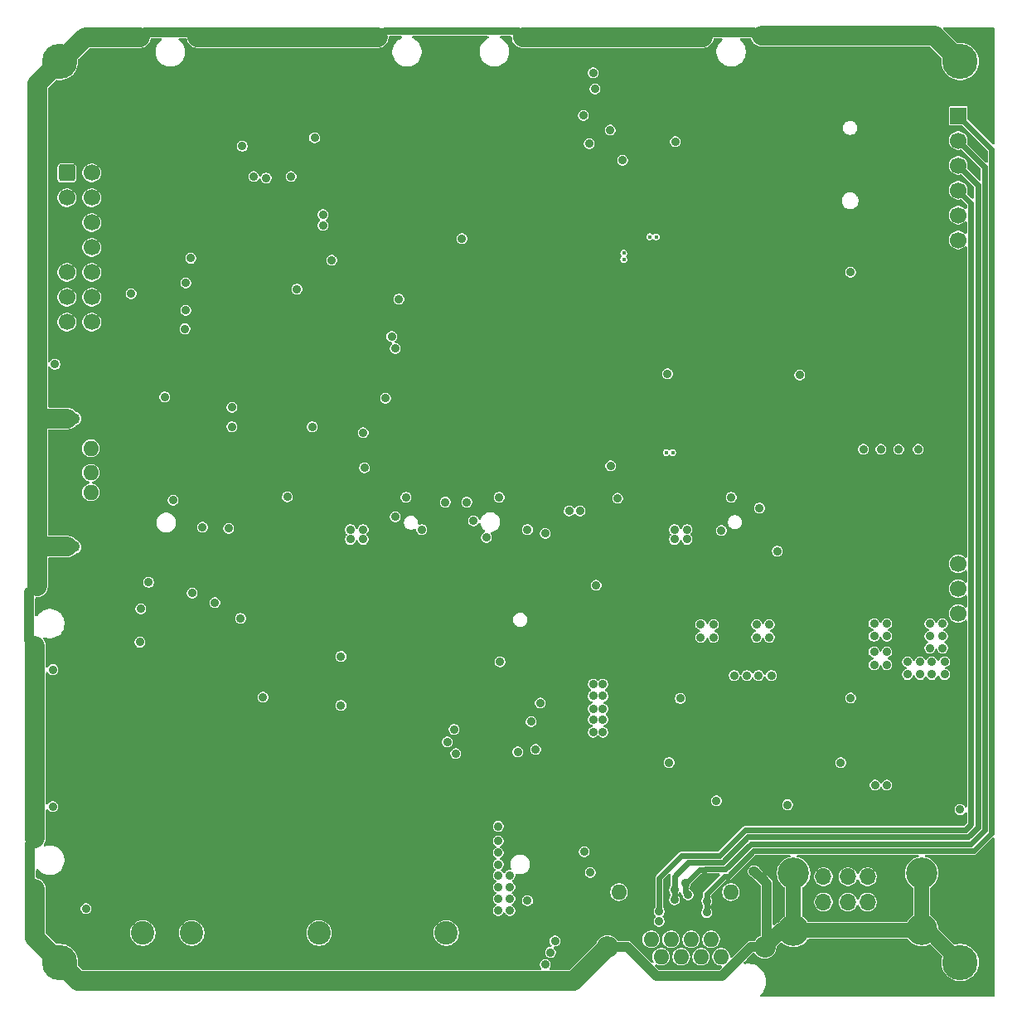
<source format=gbr>
%TF.GenerationSoftware,KiCad,Pcbnew,9.0.3*%
%TF.CreationDate,2025-10-22T18:56:13+03:00*%
%TF.ProjectId,ThingsGate-1,5468696e-6773-4476-9174-652d312e6b69,rev?*%
%TF.SameCoordinates,Original*%
%TF.FileFunction,Copper,L3,Inr*%
%TF.FilePolarity,Positive*%
%FSLAX46Y46*%
G04 Gerber Fmt 4.6, Leading zero omitted, Abs format (unit mm)*
G04 Created by KiCad (PCBNEW 9.0.3) date 2025-10-22 18:56:13*
%MOMM*%
%LPD*%
G01*
G04 APERTURE LIST*
G04 Aperture macros list*
%AMRoundRect*
0 Rectangle with rounded corners*
0 $1 Rounding radius*
0 $2 $3 $4 $5 $6 $7 $8 $9 X,Y pos of 4 corners*
0 Add a 4 corners polygon primitive as box body*
4,1,4,$2,$3,$4,$5,$6,$7,$8,$9,$2,$3,0*
0 Add four circle primitives for the rounded corners*
1,1,$1+$1,$2,$3*
1,1,$1+$1,$4,$5*
1,1,$1+$1,$6,$7*
1,1,$1+$1,$8,$9*
0 Add four rect primitives between the rounded corners*
20,1,$1+$1,$2,$3,$4,$5,0*
20,1,$1+$1,$4,$5,$6,$7,0*
20,1,$1+$1,$6,$7,$8,$9,0*
20,1,$1+$1,$8,$9,$2,$3,0*%
G04 Aperture macros list end*
%TA.AperFunction,ComponentPad*%
%ADD10R,1.700000X1.700000*%
%TD*%
%TA.AperFunction,ComponentPad*%
%ADD11C,1.700000*%
%TD*%
%TA.AperFunction,ComponentPad*%
%ADD12C,3.600000*%
%TD*%
%TA.AperFunction,ComponentPad*%
%ADD13O,1.700000X1.700000*%
%TD*%
%TA.AperFunction,ComponentPad*%
%ADD14O,3.200000X3.200000*%
%TD*%
%TA.AperFunction,ComponentPad*%
%ADD15RoundRect,0.250000X-0.600000X-0.600000X0.600000X-0.600000X0.600000X0.600000X-0.600000X0.600000X0*%
%TD*%
%TA.AperFunction,ComponentPad*%
%ADD16C,2.400000*%
%TD*%
%TA.AperFunction,ComponentPad*%
%ADD17O,1.600000X1.600000*%
%TD*%
%TA.AperFunction,ComponentPad*%
%ADD18O,2.600000X1.200000*%
%TD*%
%TA.AperFunction,ComponentPad*%
%ADD19O,2.200000X2.200000*%
%TD*%
%TA.AperFunction,HeatsinkPad*%
%ADD20C,0.600000*%
%TD*%
%TA.AperFunction,ComponentPad*%
%ADD21C,0.430000*%
%TD*%
%TA.AperFunction,ViaPad*%
%ADD22C,0.900000*%
%TD*%
%TA.AperFunction,ViaPad*%
%ADD23C,0.450000*%
%TD*%
%TA.AperFunction,Conductor*%
%ADD24C,0.600000*%
%TD*%
%TA.AperFunction,Conductor*%
%ADD25C,2.000000*%
%TD*%
%TA.AperFunction,Conductor*%
%ADD26C,1.500000*%
%TD*%
%TA.AperFunction,Conductor*%
%ADD27C,1.000000*%
%TD*%
%TA.AperFunction,Conductor*%
%ADD28C,0.800000*%
%TD*%
G04 APERTURE END LIST*
D10*
%TO.N,/Power Supply/VA1*%
%TO.C,U3*%
X107800000Y-21540000D03*
D11*
%TO.N,/Power Supply/VA2*%
X107800000Y-24080000D03*
%TO.N,/Power Supply/VB1*%
X107800000Y-26620000D03*
%TO.N,/Power Supply/VB2*%
X107800000Y-29160000D03*
%TO.N,unconnected-(U3-NC-Pad5)*%
X107800000Y-31700000D03*
%TO.N,unconnected-(U3-NC-Pad6)*%
X107800000Y-34240000D03*
D10*
%TO.N,GND*%
X107800000Y-64750000D03*
D11*
%TO.N,/Power Supply/VDC_POE*%
X107800000Y-67290000D03*
%TO.N,unconnected-(U3-NC-Pad9)*%
X107800000Y-69830000D03*
%TO.N,unconnected-(U3-NC-Pad10)*%
X107800000Y-72370000D03*
%TD*%
D12*
%TO.N,CHASSIS*%
%TO.C,H3*%
X16000000Y-108000000D03*
%TD*%
D13*
%TO.N,/Modules/USB_VB1*%
%TO.C,J5*%
X94029850Y-99251000D03*
%TO.N,/Modules/USB_P1-*%
X96529150Y-99251000D03*
%TO.N,/Modules/USB_P1+*%
X98530750Y-99251000D03*
%TO.N,GND*%
X101030050Y-99251000D03*
%TO.N,/Modules/USB_VB2*%
X94029850Y-101852000D03*
%TO.N,/Modules/USB_P2-*%
X96529150Y-101852000D03*
%TO.N,/Modules/USB_P2+*%
X98530750Y-101852000D03*
%TO.N,GND*%
X101030050Y-101852000D03*
D14*
%TO.N,CHASSIS*%
X90979250Y-98900500D03*
X90979250Y-104750100D03*
X104080650Y-98900500D03*
X104080650Y-104651100D03*
%TD*%
D15*
%TO.N,unconnected-(J1-Pin_1-Pad1)*%
%TO.C,J1*%
X16747500Y-27380000D03*
D11*
%TO.N,unconnected-(J1-Pin_2-Pad2)*%
X19287500Y-27380000D03*
%TO.N,3V3_SOM*%
X16747500Y-29920000D03*
%TO.N,/Modules/SOM_JTMS*%
X19287500Y-29920000D03*
%TO.N,GND*%
X16747500Y-32460000D03*
%TO.N,/Modules/SOM_JTCK*%
X19287500Y-32460000D03*
%TO.N,GND*%
X16747500Y-35000000D03*
%TO.N,/Modules/SOM_JTDO*%
X19287500Y-35000000D03*
%TO.N,unconnected-(J1-Pin_9-Pad9)*%
X16747500Y-37540000D03*
%TO.N,/Modules/SOM_JTDI*%
X19287500Y-37540000D03*
%TO.N,/Modules/GND_DET*%
X16747500Y-40080000D03*
%TO.N,/Modules/SOM_NRST*%
X19287500Y-40080000D03*
%TO.N,/Modules/UART4_RX*%
X16747500Y-42620000D03*
%TO.N,/Modules/UART4_TX*%
X19287500Y-42620000D03*
%TD*%
D12*
%TO.N,CHASSIS*%
%TO.C,H1*%
X16000000Y-16000000D03*
%TD*%
D16*
%TO.N,/Power Supply/VSOL_SENSE*%
%TO.C,J4*%
X24500000Y-105000000D03*
%TO.N,/Power Supply/VSOL_CONN*%
X29500000Y-105000000D03*
%TD*%
D17*
%TO.N,/Modules/USB_OTG_VB1*%
%TO.C,J7*%
X19200000Y-55500100D03*
%TO.N,/Modules/USB2_OTG-*%
X19200000Y-58000000D03*
%TO.N,/Modules/USB2_OTG+*%
X19200000Y-60000000D03*
%TO.N,GND*%
X19200000Y-62500100D03*
D18*
%TO.N,CHASSIS*%
X16800000Y-52450100D03*
X16800000Y-65549900D03*
%TD*%
D16*
%TO.N,GND*%
%TO.C,J6*%
X50500000Y-105000000D03*
%TO.N,/Power Supply/12VPSU_CONN*%
X55500000Y-105000000D03*
%TD*%
%TO.N,GND*%
%TO.C,J3*%
X37500000Y-105000000D03*
%TO.N,/Power Supply/12VBAT_CONN*%
X42500000Y-105000000D03*
%TD*%
D12*
%TO.N,CHASSIS*%
%TO.C,H4*%
X108000000Y-108000000D03*
%TD*%
%TO.N,CHASSIS*%
%TO.C,H2*%
X108000000Y-16000000D03*
%TD*%
D17*
%TO.N,/Power Supply/TX+*%
%TO.C,U11*%
X83570000Y-107420000D03*
%TO.N,/Power Supply/TX-*%
X82549900Y-105639900D03*
%TO.N,/Power Supply/RX+*%
X81530100Y-107420000D03*
%TO.N,/Power Supply/VB1*%
X80510100Y-105639900D03*
X79490000Y-107420000D03*
%TO.N,/Power Supply/RX-*%
X78469900Y-105639900D03*
%TO.N,/Power Supply/VB2*%
X77450100Y-107420000D03*
X76430100Y-105639900D03*
%TO.N,/Power Supply/ETH_LED_2*%
X73140000Y-100820000D03*
%TO.N,GND*%
X75430100Y-100820000D03*
%TO.N,/Power Supply/ETH_LED_1*%
X84570000Y-100820000D03*
%TO.N,GND*%
X86860100Y-100820000D03*
D19*
%TO.N,CHASSIS*%
X71975100Y-106399900D03*
X88024900Y-106399900D03*
%TD*%
D20*
%TO.N,GND*%
%TO.C,U5*%
X33250000Y-77802500D03*
X34250000Y-77802500D03*
X33250000Y-76802500D03*
X34250000Y-76802500D03*
%TD*%
D21*
%TO.N,GND*%
%TO.C,U9*%
X92555000Y-83900000D03*
X93855000Y-83900000D03*
X95155000Y-83900000D03*
X92555000Y-82600000D03*
X93855000Y-82600000D03*
X95155000Y-82600000D03*
%TD*%
%TO.N,GND*%
%TO.C,U10*%
X74950000Y-84050000D03*
X76250000Y-84050000D03*
X77550000Y-84050000D03*
X74950000Y-82750000D03*
X76250000Y-82750000D03*
X77550000Y-82750000D03*
%TD*%
D22*
%TO.N,CHASSIS*%
X86900000Y-98700000D03*
%TO.N,GND*%
X35101385Y-84711680D03*
X65652959Y-75700000D03*
X37375000Y-55121164D03*
X87200000Y-64500000D03*
X44000000Y-35000000D03*
X39915000Y-22101164D03*
X78015000Y-50041164D03*
X54454985Y-36940661D03*
X27000000Y-75600000D03*
X75600000Y-49600000D03*
X39915000Y-98301164D03*
X80555000Y-34801164D03*
X39915000Y-88141164D03*
X70395000Y-88141164D03*
X62775000Y-29721164D03*
X44995000Y-105921164D03*
X37375000Y-17021164D03*
X59400000Y-108200000D03*
X70395000Y-55121164D03*
X20500000Y-96700000D03*
X66500000Y-101857262D03*
X28500000Y-77000000D03*
X87300000Y-85500000D03*
X52615000Y-29721164D03*
X72935000Y-37341164D03*
X84800000Y-93000000D03*
X98167581Y-84308817D03*
X55155000Y-57661164D03*
X88500000Y-84150000D03*
X80450000Y-83200000D03*
X19595000Y-90681164D03*
X32295000Y-17021164D03*
X60235000Y-29721164D03*
X48600000Y-104800000D03*
X65315000Y-24641164D03*
X74300000Y-46300000D03*
X30800000Y-65747041D03*
X67855000Y-47501164D03*
X70395000Y-37341164D03*
X79400000Y-25700000D03*
X107150000Y-62000000D03*
X87200000Y-82950000D03*
X37375000Y-88141164D03*
X27215000Y-65281164D03*
X100875000Y-17021164D03*
X19595000Y-47501164D03*
X103500000Y-88100000D03*
X103415000Y-19561164D03*
X50075000Y-22101164D03*
X88175000Y-55121164D03*
X77900000Y-65647041D03*
X72935000Y-55121164D03*
X73800000Y-88700000D03*
X100875000Y-27181164D03*
X98335000Y-44961164D03*
X96967581Y-86858817D03*
X103415000Y-50041164D03*
X15700000Y-89850000D03*
X66500000Y-69400000D03*
X102267581Y-85358817D03*
X72000000Y-69800000D03*
X41600000Y-65800000D03*
X24675000Y-98301164D03*
X80555000Y-39881164D03*
X59200000Y-66600000D03*
X24675000Y-19561164D03*
X21700000Y-41400000D03*
X55155000Y-17021164D03*
X79900000Y-92500000D03*
X39870000Y-24730000D03*
X44800000Y-65647041D03*
X73750000Y-23000000D03*
X30800000Y-68750000D03*
X22135000Y-90681164D03*
X49400000Y-75700000D03*
X103467581Y-82808817D03*
X99267581Y-82358817D03*
X88175000Y-29721164D03*
X80450000Y-84450000D03*
X88175000Y-42421164D03*
X57695000Y-47501164D03*
X62775000Y-24641164D03*
X105955000Y-44961164D03*
X34835000Y-47501164D03*
X33200000Y-65700000D03*
X71900000Y-65600000D03*
X103415000Y-108461164D03*
X95795000Y-57661164D03*
X59600000Y-101600000D03*
X36450000Y-75250000D03*
X62775000Y-47501164D03*
X67855000Y-55121164D03*
X28800000Y-37500000D03*
X78500000Y-22250000D03*
X79250000Y-87000000D03*
X24675000Y-93221164D03*
X71000000Y-42500000D03*
X71600000Y-91400000D03*
X62775000Y-39881164D03*
X20500000Y-98100000D03*
X61000000Y-91700000D03*
X69600000Y-23300000D03*
X104917581Y-82808817D03*
X60310290Y-39900000D03*
X105955000Y-19561164D03*
X83000000Y-93025000D03*
X37600000Y-60500000D03*
X17055000Y-24641164D03*
X57695000Y-22101164D03*
X67855000Y-57661164D03*
X76500000Y-73400000D03*
X83095000Y-37341164D03*
X103415000Y-17021164D03*
X29755000Y-55121164D03*
X83255204Y-60529051D03*
X98335000Y-22101164D03*
X98335000Y-29721164D03*
X103415000Y-27181164D03*
X34210000Y-22360000D03*
X20600000Y-63320000D03*
X72100000Y-24300000D03*
X70395000Y-47501164D03*
X105955000Y-65281164D03*
X62993938Y-96551201D03*
X83095000Y-42421164D03*
X70395000Y-77981164D03*
X90715000Y-17021164D03*
X52600000Y-66500000D03*
X37375000Y-22101164D03*
X34835000Y-98301164D03*
X93255000Y-22101164D03*
X42455000Y-95761164D03*
X75475000Y-27181164D03*
X66000000Y-26750000D03*
X52615000Y-22101164D03*
X24675000Y-32261164D03*
X39915000Y-75441164D03*
X57695000Y-29721164D03*
X37750000Y-40250000D03*
X24675000Y-29721164D03*
X33200000Y-15300000D03*
X98335000Y-47501164D03*
X22135000Y-103381164D03*
X22135000Y-105921164D03*
X44995000Y-100841164D03*
X67855000Y-17021164D03*
X50300000Y-102200000D03*
X88175000Y-44961164D03*
X59600000Y-102700000D03*
X29755000Y-29721164D03*
X27215000Y-105921164D03*
X55155000Y-22101164D03*
X95795000Y-27181164D03*
X103415000Y-37341164D03*
X55100000Y-44300000D03*
X59600000Y-99200000D03*
X48600000Y-103600000D03*
X55100000Y-84200000D03*
X105955000Y-50041164D03*
X48600000Y-102200000D03*
X83095000Y-34801164D03*
X58400000Y-100400000D03*
X34835000Y-57661164D03*
X58400000Y-98000000D03*
X80555000Y-29721164D03*
X75100000Y-65700000D03*
X100875000Y-37341164D03*
X98335000Y-52581164D03*
X24675000Y-24641164D03*
X90715000Y-37341164D03*
X102750000Y-70800000D03*
X21500000Y-21250000D03*
X67855000Y-42421164D03*
X46400000Y-60500000D03*
X104650000Y-62000000D03*
X55300000Y-59900000D03*
X42455000Y-47501164D03*
X42700000Y-35700000D03*
X108495000Y-19561164D03*
X79250000Y-83200000D03*
X65500000Y-85300000D03*
X59400000Y-105700000D03*
X44995000Y-29721164D03*
X98335000Y-108461164D03*
X78500000Y-26500000D03*
X78015000Y-34801164D03*
X93255000Y-17021164D03*
X38690000Y-30255000D03*
X60400000Y-82500000D03*
X76800000Y-42500000D03*
X40800000Y-60500000D03*
X100875000Y-47501164D03*
X79250000Y-84450000D03*
X64000000Y-81500000D03*
X93255000Y-108461164D03*
X35300000Y-106100000D03*
X24675000Y-27181164D03*
X95795000Y-39881164D03*
X58400000Y-99200000D03*
X72650000Y-83250000D03*
X100467581Y-82358817D03*
X40100000Y-62800000D03*
X70395000Y-65281164D03*
X105955000Y-27181164D03*
X22135000Y-17021164D03*
X105955000Y-22101164D03*
X47535000Y-98301164D03*
X47535000Y-17021164D03*
X55155000Y-14481164D03*
X28758972Y-44801384D03*
X22135000Y-29721164D03*
X93255000Y-19561164D03*
X37375000Y-98301164D03*
X67855000Y-34801164D03*
X39600000Y-104900000D03*
X63900000Y-65750000D03*
X78015000Y-37341164D03*
X80555000Y-55121164D03*
X57695000Y-39881164D03*
X37250000Y-50500000D03*
X66250000Y-22000000D03*
X67855000Y-39881164D03*
X96967581Y-84308817D03*
X57700000Y-63900000D03*
X87300000Y-84150000D03*
X39915000Y-55121164D03*
X71600000Y-96050000D03*
X50075000Y-90681164D03*
X88175000Y-32261164D03*
X58400000Y-102700000D03*
X33077228Y-83260574D03*
X103415000Y-29721164D03*
X39915000Y-34801164D03*
X105955000Y-52581164D03*
X100875000Y-44961164D03*
X52615000Y-88141164D03*
X90715000Y-19561164D03*
X80450000Y-85700000D03*
X63700000Y-85300000D03*
X52300000Y-44100000D03*
X106150000Y-63800000D03*
X71550000Y-93689871D03*
X47600000Y-65673520D03*
X80555000Y-37341164D03*
X20500000Y-95600000D03*
X55700000Y-34000000D03*
X31875000Y-89100000D03*
X52900000Y-103500000D03*
X72700000Y-84400000D03*
X38300000Y-89950000D03*
X42455000Y-17021164D03*
X50300000Y-60500000D03*
X100875000Y-39881164D03*
X29200000Y-60800000D03*
X39600000Y-106100000D03*
X36350000Y-72750000D03*
X34835000Y-88141164D03*
X105100000Y-86800000D03*
X62775000Y-42421164D03*
X18995130Y-98078669D03*
X105955000Y-37341164D03*
X44995000Y-103381164D03*
X70395000Y-39881164D03*
X47535000Y-95761164D03*
X74100000Y-60600000D03*
X21700000Y-64100000D03*
X94600000Y-78900000D03*
X84500000Y-84200000D03*
X57700000Y-59700000D03*
X88500000Y-85500000D03*
X75475000Y-29721164D03*
X83095000Y-55121164D03*
X34400000Y-50400000D03*
X65315000Y-88141164D03*
X30800000Y-69900000D03*
X55155000Y-27181164D03*
X88100000Y-62500000D03*
X55155000Y-47501164D03*
X36660000Y-30255000D03*
X80555000Y-44961164D03*
X98167581Y-83058817D03*
X108495000Y-103381164D03*
X72100000Y-25700000D03*
X17055000Y-19561164D03*
X70395000Y-50041164D03*
X55000000Y-86500000D03*
X44995000Y-72901164D03*
X100875000Y-88141164D03*
X88175000Y-90681164D03*
X102750000Y-72000000D03*
X60235000Y-24641164D03*
X22900000Y-64100000D03*
X95795000Y-24641164D03*
X105950000Y-62000000D03*
X39915000Y-17021164D03*
X50075000Y-65281164D03*
X32050000Y-68750000D03*
X55155000Y-29721164D03*
X105955000Y-39881164D03*
X65100000Y-80300000D03*
X20500000Y-94400000D03*
X98335000Y-27181164D03*
X55155000Y-55121164D03*
X77300000Y-25000000D03*
X43243777Y-88162856D03*
X93255000Y-34801164D03*
X103415000Y-32261164D03*
X103415000Y-44961164D03*
X82750000Y-82500000D03*
X22100000Y-94400000D03*
X96750000Y-21250000D03*
X33500000Y-45500000D03*
X84400000Y-65400000D03*
X24675000Y-22101164D03*
X72935000Y-29721164D03*
X80555000Y-27181164D03*
X105955000Y-47501164D03*
X49200000Y-51700000D03*
X52615000Y-24641164D03*
X41353344Y-51142457D03*
X46800000Y-76800000D03*
X22135000Y-27181164D03*
X105250000Y-70700000D03*
X98335000Y-24641164D03*
X29755000Y-32261164D03*
X19595000Y-19561164D03*
X35300000Y-104900000D03*
X85700000Y-84200000D03*
X74500000Y-42900000D03*
X80555000Y-22101164D03*
X22100000Y-96700000D03*
X17055000Y-103381164D03*
X105955000Y-34801164D03*
X100875000Y-22101164D03*
X62000000Y-60500000D03*
X95795000Y-108461164D03*
X59500000Y-107000000D03*
X105017581Y-84008817D03*
X19595000Y-17021164D03*
X29755000Y-27181164D03*
X98335000Y-50041164D03*
X70600000Y-60400000D03*
X88175000Y-50041164D03*
X57695000Y-42421164D03*
X100875000Y-29721164D03*
X60235000Y-22101164D03*
X84550000Y-82950000D03*
X78015000Y-29721164D03*
X52615000Y-47501164D03*
X100875000Y-32261164D03*
X100875000Y-34801164D03*
X103600000Y-86800000D03*
X57695000Y-24641164D03*
X33800000Y-84700000D03*
X62775000Y-22101164D03*
X66300000Y-65600000D03*
X103415000Y-42421164D03*
X73300000Y-49700000D03*
X48100000Y-76700000D03*
X22100000Y-95600000D03*
X19595000Y-44961164D03*
X47950000Y-93250000D03*
X77129541Y-60557542D03*
X19595000Y-22101164D03*
X98167581Y-85558817D03*
X22135000Y-24641164D03*
X50075000Y-47501164D03*
X103415000Y-52581164D03*
X103417581Y-84058817D03*
X88500000Y-64200000D03*
X100875000Y-50041164D03*
X90715000Y-29721164D03*
X67855000Y-44961164D03*
X24675000Y-34801164D03*
X52900000Y-106000000D03*
X57695000Y-27181164D03*
X58400000Y-101600000D03*
X52900000Y-104800000D03*
X67855000Y-50041164D03*
X50075000Y-29721164D03*
X84550000Y-85500000D03*
X55155000Y-24641164D03*
X52615000Y-27181164D03*
X103415000Y-39881164D03*
X50600000Y-63600000D03*
X27450000Y-84000000D03*
X80700000Y-65673520D03*
X24100000Y-73600000D03*
X105955000Y-24641164D03*
X105955000Y-29721164D03*
X100875000Y-52581164D03*
X95795000Y-52581164D03*
X35300000Y-102300000D03*
X73025000Y-17750000D03*
X105955000Y-42421164D03*
X50075000Y-24641164D03*
X59600000Y-98000000D03*
X85750000Y-85500000D03*
X27215000Y-103381164D03*
X104050000Y-71900000D03*
X19595000Y-88141164D03*
X29755000Y-24641164D03*
X38800000Y-65747041D03*
X95795000Y-60201164D03*
X95795000Y-65281164D03*
X102300000Y-86800000D03*
X95795000Y-47501164D03*
X38403329Y-44203064D03*
X67855000Y-60201164D03*
X100875000Y-24641164D03*
X27000000Y-74200000D03*
X34835000Y-17021164D03*
X103415000Y-24641164D03*
X95795000Y-50041164D03*
X65315000Y-72901164D03*
X49900000Y-98000000D03*
X90715000Y-32261164D03*
X106217581Y-85358817D03*
X55155000Y-42421164D03*
X57695000Y-50041164D03*
X91195000Y-88500000D03*
X55155000Y-88141164D03*
X85750000Y-82950000D03*
X105955000Y-32261164D03*
X19000000Y-95600000D03*
X75475000Y-17021164D03*
X95795000Y-62741164D03*
X76900000Y-79000000D03*
X46800000Y-75700000D03*
X90715000Y-108461164D03*
X19000000Y-94400000D03*
X106117581Y-82808817D03*
X100875000Y-42421164D03*
X103415000Y-34801164D03*
X28978334Y-101267207D03*
X98167581Y-86858817D03*
X42455000Y-29721164D03*
X79250000Y-85700000D03*
X50075000Y-27181164D03*
X24675000Y-37341164D03*
X52615000Y-50041164D03*
X39600000Y-103600000D03*
X57695000Y-55121164D03*
X81550000Y-82500000D03*
X75475000Y-103381164D03*
X65315000Y-29721164D03*
X90715000Y-34801164D03*
X88175000Y-34801164D03*
X103415000Y-22101164D03*
X100875000Y-19561164D03*
X59600000Y-100400000D03*
X50075000Y-72901164D03*
X107150000Y-63200000D03*
X103467581Y-85358817D03*
X65752959Y-78100000D03*
X29554759Y-50729652D03*
X44995000Y-24641164D03*
X100875000Y-108461164D03*
X79500000Y-60400000D03*
X80450000Y-87000000D03*
X97600000Y-92000000D03*
X70395000Y-44961164D03*
X70395000Y-34801164D03*
X48600000Y-106000000D03*
X32050000Y-69900000D03*
X105250000Y-71900000D03*
X34400000Y-54300000D03*
X72650000Y-82100000D03*
X34835000Y-95761164D03*
X35300000Y-103700000D03*
X55155000Y-39881164D03*
X44995000Y-98301164D03*
X37375000Y-24641164D03*
X102267581Y-82808817D03*
X22983467Y-66583467D03*
X57695000Y-105921164D03*
X62775000Y-27181164D03*
X88400000Y-82950000D03*
X88175000Y-93221164D03*
X105017581Y-85358817D03*
X62775000Y-50041164D03*
X83095000Y-29721164D03*
X19595000Y-24641164D03*
X37000000Y-102300000D03*
X15700000Y-83300000D03*
X102217581Y-84058817D03*
X72935000Y-39881164D03*
X48100000Y-75700000D03*
X62775000Y-44961164D03*
X20600000Y-61970000D03*
X93255000Y-39881164D03*
X37375000Y-83061164D03*
X34835000Y-60201164D03*
X17055000Y-22101164D03*
X44000000Y-60500000D03*
X42455000Y-22101164D03*
X88175000Y-17021164D03*
X27500000Y-80500000D03*
X94200000Y-73300000D03*
X32295000Y-29721164D03*
X42250000Y-46000000D03*
X49400000Y-76700000D03*
X88175000Y-57661164D03*
X64800000Y-63200000D03*
X96967581Y-85558817D03*
X67855000Y-29721164D03*
X44995000Y-27181164D03*
X73750000Y-19500000D03*
X88175000Y-88141164D03*
X31900000Y-63800000D03*
X83095000Y-39881164D03*
X19000000Y-96700000D03*
X96967581Y-83058817D03*
X103415000Y-47501164D03*
X104050000Y-70700000D03*
X106217581Y-84008817D03*
X67855000Y-24641164D03*
X60235000Y-27181164D03*
X44840000Y-20800000D03*
X29755000Y-88141164D03*
X31900000Y-83300000D03*
X57900000Y-34800000D03*
%TO.N,VBAT_SOM*%
X61000000Y-77300000D03*
X96800000Y-37500000D03*
%TO.N,12VPOE*%
X108000000Y-92400000D03*
%TO.N,VBUS_FUSE*%
X70500000Y-80800000D03*
X71500000Y-84500000D03*
X71500000Y-82100000D03*
X70500000Y-82100000D03*
X71500000Y-79600000D03*
X70500000Y-83200000D03*
X70500000Y-84500000D03*
X71500000Y-80800000D03*
X71500000Y-83200000D03*
X70500000Y-79600000D03*
%TO.N,/Power Supply/3V3_BOOT*%
X95800000Y-87600000D03*
X96800000Y-81000000D03*
%TO.N,3V3*%
X41800000Y-53300000D03*
X49920534Y-44100000D03*
X102600000Y-77300000D03*
X15300000Y-92100000D03*
X47000000Y-63800000D03*
X50662500Y-40262500D03*
X106200000Y-75900000D03*
X99200000Y-73400000D03*
X80100000Y-63800000D03*
X70682464Y-18795100D03*
X100500000Y-73400000D03*
X73000000Y-60600000D03*
X105100000Y-78600000D03*
X45700000Y-63800000D03*
X78800000Y-64800000D03*
X51400000Y-60500000D03*
X99200000Y-74700000D03*
X100500000Y-77600000D03*
X47000000Y-64800000D03*
X106200000Y-73400000D03*
X50300000Y-45300000D03*
X104900000Y-75900000D03*
X63800000Y-101700000D03*
X27600000Y-60800000D03*
X100500000Y-74700000D03*
X106400000Y-77300000D03*
X106200000Y-74700000D03*
X104900000Y-74700000D03*
X104900000Y-73400000D03*
X102600000Y-78600000D03*
X106400000Y-78600000D03*
X105100000Y-77300000D03*
X84600000Y-60500000D03*
X40250000Y-39250000D03*
X45700000Y-64800000D03*
X103900000Y-78600000D03*
X100500000Y-76300000D03*
X99200000Y-76300000D03*
X78800000Y-63800000D03*
X70500000Y-17175000D03*
X80100000Y-64800000D03*
X99200000Y-77600000D03*
X60900000Y-60500000D03*
X103900000Y-77300000D03*
X26750000Y-50250000D03*
X15300000Y-78100000D03*
%TO.N,VBUS*%
X49300000Y-50400000D03*
X90350000Y-91900000D03*
%TO.N,/Power Supply/5V_BOOT*%
X79400000Y-81050000D03*
X78264127Y-87590873D03*
%TO.N,5V*%
X99300000Y-89900000D03*
X98100000Y-55600000D03*
X60800000Y-94100000D03*
X82800000Y-74800000D03*
X60800000Y-102700000D03*
X82800000Y-73500000D03*
X62000000Y-100300000D03*
X103700000Y-55600000D03*
X60800000Y-99100000D03*
X87200000Y-74800000D03*
X99900000Y-55600000D03*
X60800000Y-96800000D03*
X81500000Y-73500000D03*
X88500000Y-73500000D03*
X78100000Y-47900000D03*
X60800000Y-98000000D03*
X62000000Y-99100000D03*
X91600000Y-48000000D03*
X88500000Y-74800000D03*
X87200000Y-73500000D03*
X60800000Y-101500000D03*
X87400000Y-78700000D03*
X88700000Y-78700000D03*
X62000000Y-101500000D03*
X100500000Y-89900000D03*
X60800000Y-95600000D03*
X81500000Y-74800000D03*
X84900000Y-78700000D03*
X62000000Y-102700000D03*
X101700000Y-55600000D03*
X60800000Y-100300000D03*
X86200000Y-78700000D03*
%TO.N,12VBAT_HARV*%
X44750000Y-81750000D03*
X29550000Y-70300000D03*
X25100000Y-69200000D03*
X18700000Y-102500000D03*
%TO.N,/Power Harvester/REGN*%
X36791015Y-80908985D03*
X34500000Y-72862500D03*
%TO.N,/Power Harvester/SRP*%
X31861494Y-71266439D03*
X44750000Y-76750000D03*
%TO.N,CS_AMP_LP*%
X56479985Y-86682010D03*
%TO.N,BUS_VSENSE_LP*%
X55600000Y-85500000D03*
%TO.N,BAT_VSENSE_LP*%
X33600000Y-51300000D03*
X33600000Y-53300000D03*
X56300000Y-84200000D03*
%TO.N,/Power Supply/CT_ETH_PHY*%
X83100000Y-91500000D03*
%TO.N,/Modules/USIM_VDD*%
X34670000Y-24660000D03*
X42050000Y-23790000D03*
%TO.N,/Modules/USIM_RST*%
X39635100Y-27750000D03*
%TO.N,/Modules/USIM_CLK*%
X37095100Y-27900000D03*
%TO.N,/Modules/USIM_DATA*%
X35825100Y-27760000D03*
%TO.N,/Modules/WAN_LD*%
X47000000Y-53900000D03*
%TO.N,/Modules/UART4_TX*%
X24300000Y-71900000D03*
%TO.N,/Modules/UART4_RX*%
X24200000Y-75300000D03*
%TO.N,3V3_SOM*%
X15531320Y-46928247D03*
%TO.N,/Modules/SOM_NRST*%
X23300000Y-39700000D03*
D23*
%TO.N,/Modules/USB_P2+*%
X76941600Y-33906396D03*
%TO.N,/Modules/USB_P1+*%
X73634095Y-35573400D03*
%TO.N,/Modules/USB_P1-*%
X73634095Y-36226600D03*
%TO.N,/Modules/USB_P2-*%
X76288400Y-33906396D03*
D22*
%TO.N,/Power Supply/VA2*%
X80200000Y-101100000D03*
X79900000Y-99900000D03*
%TO.N,/Power Supply/VB1*%
X78800000Y-101600000D03*
X78800000Y-100600000D03*
%TO.N,/Power Supply/VA1*%
X82107262Y-101728491D03*
X82100000Y-102900000D03*
%TO.N,/Power Supply/VB2*%
X77250000Y-102800000D03*
X77250000Y-103800000D03*
%TO.N,ETH_LED2*%
X70200000Y-98800000D03*
%TO.N,ETH_LED1*%
X69600000Y-96700000D03*
%TO.N,HARV_STAT1*%
X28800000Y-43300000D03*
X29400000Y-36100000D03*
%TO.N,HARV_STAT2*%
X28900000Y-41400000D03*
X28900000Y-38600000D03*
%TO.N,/Modules/BOOT0*%
X65620673Y-108234629D03*
%TO.N,/Modules/BOOT1*%
X66143017Y-106971508D03*
%TO.N,/Modules/BOOT2*%
X66600000Y-105800000D03*
%TO.N,/Modules/I2C1_SDA*%
X55400000Y-61000000D03*
X64620237Y-86251626D03*
%TO.N,/Modules/I2C1_SCL*%
X57600000Y-61000000D03*
X64165694Y-83407062D03*
%TO.N,/Modules/LW_RST*%
X72300000Y-57300000D03*
%TO.N,/Modules/IO_EXP_~{INT}*%
X65100000Y-81500000D03*
%TO.N,/Modules/LTE_RST*%
X39260000Y-60450000D03*
X43800000Y-36300000D03*
%TO.N,/Modules/LED_WWAN*%
X47135000Y-57500000D03*
%TO.N,/Modules/SD_CS*%
X69500000Y-21500000D03*
%TO.N,/Modules/SD_DET*%
X57100000Y-34100000D03*
X72250000Y-23000000D03*
%TO.N,/Modules/SX1261_NRST_LTE*%
X53000000Y-63800000D03*
X59600000Y-64600000D03*
%TO.N,Net-(R53-Pad1)*%
X30610000Y-63560000D03*
%TO.N,Net-(R54-Pad2)*%
X33260000Y-63690000D03*
%TO.N,/Modules/MCU_NRST_LTE*%
X58300000Y-62900000D03*
X50300000Y-62500000D03*
D23*
%TO.N,/Modules/LWUSB_D-*%
X77973400Y-55934095D03*
%TO.N,/Modules/LWUSB_D+*%
X78626600Y-55934095D03*
D22*
%TO.N,/Modules/LTE_USB_D+*%
X42900000Y-31648400D03*
%TO.N,/Modules/LTE_USB_D-*%
X42900000Y-32751600D03*
%TO.N,/Modules/USB1_H+*%
X69151600Y-61900000D03*
%TO.N,/Modules/USB1_H-*%
X68048400Y-61900000D03*
%TO.N,/Modules/SPI4_MISO*%
X70800000Y-69500000D03*
X78900000Y-24200000D03*
X83600000Y-63900000D03*
X62800000Y-86500000D03*
%TO.N,/Modules/SPI4_MOSI*%
X89300000Y-66000000D03*
X70100000Y-24400000D03*
%TO.N,/Modules/SPI4_SCK*%
X73500000Y-26100000D03*
X87500000Y-61600000D03*
%TO.N,/Modules/SX1261_NRST*%
X63800000Y-63800000D03*
%TO.N,/Modules/MCU_NRST*%
X65600000Y-64200000D03*
%TD*%
D24*
%TO.N,/Power Supply/VB1*%
X78800000Y-100600000D02*
X78800000Y-101600000D01*
%TO.N,/Power Supply/VA2*%
X79900000Y-100800000D02*
X80200000Y-101100000D01*
X79900000Y-99900000D02*
X79900000Y-100800000D01*
%TO.N,/Power Supply/VB1*%
X109798000Y-28618000D02*
X107800000Y-26620000D01*
X109798000Y-94202000D02*
X109798000Y-28618000D01*
X108802000Y-95198000D02*
X109798000Y-94202000D01*
X86309636Y-95198000D02*
X108802000Y-95198000D01*
X81687504Y-97799000D02*
X83708636Y-97799000D01*
X81685504Y-97801000D02*
X81687504Y-97799000D01*
X83708636Y-97799000D02*
X86309636Y-95198000D01*
X80199000Y-97801000D02*
X81685504Y-97801000D01*
X78800000Y-100600000D02*
X78800000Y-99200000D01*
X78800000Y-99200000D02*
X80199000Y-97801000D01*
%TO.N,/Power Supply/VA2*%
X110499000Y-26779000D02*
X107800000Y-24080000D01*
X110499000Y-94501000D02*
X110499000Y-26779000D01*
X109101000Y-95899000D02*
X110499000Y-94501000D01*
X86600000Y-95899000D02*
X109101000Y-95899000D01*
X81975868Y-98502000D02*
X81977868Y-98500000D01*
X81977868Y-98500000D02*
X83999000Y-98500000D01*
X81398000Y-98502000D02*
X81975868Y-98502000D01*
X83999000Y-98500000D02*
X86600000Y-95899000D01*
X80030000Y-99870000D02*
X81398000Y-98502000D01*
X80030000Y-100030000D02*
X80030000Y-99870000D01*
X79900000Y-99900000D02*
X80030000Y-100030000D01*
D25*
%TO.N,CHASSIS*%
X13700000Y-66100000D02*
X14250100Y-65549900D01*
X13700000Y-18300000D02*
X16000000Y-16000000D01*
D26*
X90979250Y-98900500D02*
X90979250Y-104750100D01*
D27*
X87000000Y-98700000D02*
X86900000Y-98700000D01*
D25*
X81700000Y-13500000D02*
X63300000Y-13500000D01*
X13700000Y-52400000D02*
X13750100Y-52450100D01*
X13700000Y-66100000D02*
X13700000Y-52400000D01*
D27*
X71975100Y-106399900D02*
X73999900Y-106399900D01*
D25*
X14250100Y-65549900D02*
X16800000Y-65549900D01*
X18600000Y-13500000D02*
X24200000Y-13500000D01*
X17900000Y-109900000D02*
X16000000Y-108000000D01*
X13700000Y-52400000D02*
X13700000Y-18300000D01*
X87700000Y-13400000D02*
X105400000Y-13400000D01*
X13750100Y-52450100D02*
X16800000Y-52450100D01*
D26*
X104080650Y-98900500D02*
X104080650Y-104651100D01*
D25*
X68475000Y-109900000D02*
X17900000Y-109900000D01*
D27*
X24700000Y-13000000D02*
X29900000Y-13000000D01*
D28*
X49200000Y-12900000D02*
X62800000Y-12900000D01*
D27*
X13000000Y-95900000D02*
X12996041Y-95903959D01*
D28*
X49100000Y-13000000D02*
X49200000Y-12900000D01*
D26*
X104080650Y-104651100D02*
X104651100Y-104651100D01*
D27*
X24200000Y-13500000D02*
X24700000Y-13000000D01*
D25*
X16000000Y-108000000D02*
X13500000Y-105500000D01*
D27*
X12900000Y-75100000D02*
X13500000Y-75700000D01*
D25*
X16000000Y-16000000D02*
X16100000Y-16000000D01*
D27*
X86620639Y-106399900D02*
X88024900Y-106399900D01*
X88261100Y-106163700D02*
X88261100Y-99961100D01*
D25*
X48500000Y-13500000D02*
X30100000Y-13500000D01*
D27*
X82000000Y-13000000D02*
X86900000Y-13000000D01*
D25*
X13700000Y-69600000D02*
X13700000Y-66100000D01*
D26*
X104651100Y-104651100D02*
X108000000Y-108000000D01*
D25*
X16100000Y-16000000D02*
X18600000Y-13500000D01*
D26*
X89674700Y-104750100D02*
X88024900Y-106399900D01*
D27*
X83620539Y-109400000D02*
X86620639Y-106399900D01*
X88024900Y-106399900D02*
X88261100Y-106163700D01*
D26*
X90979250Y-104750100D02*
X89674700Y-104750100D01*
X103981650Y-104750100D02*
X104080650Y-104651100D01*
D27*
X73999900Y-106399900D02*
X77000000Y-109400000D01*
X13500000Y-81000000D02*
X13400000Y-80900000D01*
D25*
X71975100Y-106399900D02*
X68475000Y-109900000D01*
D26*
X90979250Y-104750100D02*
X103981650Y-104750100D01*
D25*
X105400000Y-13400000D02*
X108000000Y-16000000D01*
D27*
X87900000Y-99600000D02*
X87000000Y-98700000D01*
X77000000Y-109400000D02*
X83620539Y-109400000D01*
D28*
X62800000Y-12900000D02*
X62900000Y-13000000D01*
D27*
X12996041Y-95903959D02*
X12996041Y-100696041D01*
X12900000Y-70200000D02*
X12900000Y-75100000D01*
D25*
X13500000Y-95300000D02*
X13500000Y-75700000D01*
X13500000Y-105500000D02*
X13500000Y-100500000D01*
D27*
X88261100Y-99961100D02*
X87900000Y-99600000D01*
X12996041Y-100696041D02*
X13000000Y-100700000D01*
D24*
%TO.N,/Power Supply/VA1*%
X82100000Y-102900000D02*
X82100000Y-101000000D01*
X111200000Y-24940000D02*
X107800000Y-21540000D01*
X83900000Y-99200000D02*
X84300000Y-99200000D01*
X86900000Y-96600000D02*
X109400000Y-96600000D01*
X109400000Y-96600000D02*
X111200000Y-94800000D01*
X111200000Y-94800000D02*
X111200000Y-24940000D01*
X82100000Y-101000000D02*
X83900000Y-99200000D01*
X84300000Y-99200000D02*
X86900000Y-96600000D01*
%TO.N,/Power Supply/VB2*%
X81395140Y-97100000D02*
X81397140Y-97098000D01*
X108511636Y-94497000D02*
X109097000Y-93911636D01*
X77250000Y-99350000D02*
X79500000Y-97100000D01*
X109097000Y-93911636D02*
X109097000Y-30457000D01*
X83418272Y-97098000D02*
X86019272Y-94497000D01*
X86019272Y-94497000D02*
X108511636Y-94497000D01*
X79500000Y-97100000D02*
X81395140Y-97100000D01*
X77250000Y-102800000D02*
X77250000Y-99350000D01*
X109097000Y-30457000D02*
X107800000Y-29160000D01*
X81397140Y-97098000D02*
X83418272Y-97098000D01*
%TD*%
%TA.AperFunction,Conductor*%
%TO.N,GND*%
G36*
X111419334Y-95249573D02*
G01*
X111475267Y-95291445D01*
X111499684Y-95356909D01*
X111500000Y-95365755D01*
X111500000Y-111376000D01*
X111480315Y-111443039D01*
X111427511Y-111488794D01*
X111376000Y-111500000D01*
X87691010Y-111500000D01*
X87623971Y-111480315D01*
X87578216Y-111427511D01*
X87568272Y-111358353D01*
X87597297Y-111294797D01*
X87603329Y-111288319D01*
X87725424Y-111166223D01*
X87725429Y-111166218D01*
X87871105Y-110976370D01*
X87990754Y-110769130D01*
X88082330Y-110548047D01*
X88144265Y-110316902D01*
X88175500Y-110079650D01*
X88175500Y-109840350D01*
X88144265Y-109603098D01*
X88082330Y-109371953D01*
X87990754Y-109150870D01*
X87990748Y-109150859D01*
X87871108Y-108943634D01*
X87871107Y-108943632D01*
X87725430Y-108753783D01*
X87725424Y-108753776D01*
X87556223Y-108584575D01*
X87556216Y-108584569D01*
X87366367Y-108438892D01*
X87366365Y-108438891D01*
X87159140Y-108319251D01*
X87159132Y-108319247D01*
X87159130Y-108319246D01*
X87113939Y-108300527D01*
X86938045Y-108227669D01*
X86706900Y-108165734D01*
X86469659Y-108134501D01*
X86469656Y-108134500D01*
X86469650Y-108134500D01*
X86230350Y-108134500D01*
X86230344Y-108134500D01*
X86230340Y-108134501D01*
X86022379Y-108161880D01*
X85953344Y-108151114D01*
X85901088Y-108104735D01*
X85882203Y-108037466D01*
X85902684Y-107970665D01*
X85918513Y-107951260D01*
X86188385Y-107681388D01*
X86829217Y-107040556D01*
X86890538Y-107007073D01*
X86960230Y-107012057D01*
X87016163Y-107053929D01*
X87017213Y-107055353D01*
X87104880Y-107176014D01*
X87109210Y-107181973D01*
X87242827Y-107315590D01*
X87395701Y-107426660D01*
X87472926Y-107466008D01*
X87564063Y-107512445D01*
X87564065Y-107512445D01*
X87564068Y-107512447D01*
X87622916Y-107531568D01*
X87743781Y-107570840D01*
X87930414Y-107600400D01*
X87930419Y-107600400D01*
X88119386Y-107600400D01*
X88306018Y-107570840D01*
X88485732Y-107512447D01*
X88654099Y-107426660D01*
X88806973Y-107315590D01*
X88940590Y-107181973D01*
X89051660Y-107029099D01*
X89137447Y-106860732D01*
X89195840Y-106681018D01*
X89199937Y-106655149D01*
X89225400Y-106494386D01*
X89225400Y-106453551D01*
X89245085Y-106386512D01*
X89261719Y-106365870D01*
X89448086Y-106179503D01*
X89638254Y-105989334D01*
X89699575Y-105955851D01*
X89769266Y-105960835D01*
X89813614Y-105989336D01*
X89855620Y-106031342D01*
X89855627Y-106031348D01*
X89953305Y-106106298D01*
X90032476Y-106167048D01*
X90225524Y-106278505D01*
X90331747Y-106322504D01*
X90401986Y-106351598D01*
X90431469Y-106363810D01*
X90646787Y-106421504D01*
X90867793Y-106450600D01*
X90867800Y-106450600D01*
X91090700Y-106450600D01*
X91090707Y-106450600D01*
X91311713Y-106421504D01*
X91527031Y-106363810D01*
X91732976Y-106278505D01*
X91926024Y-106167048D01*
X92102874Y-106031347D01*
X92260497Y-105873724D01*
X92396198Y-105696874D01*
X92415986Y-105662599D01*
X92466553Y-105614384D01*
X92523373Y-105600600D01*
X102604644Y-105600600D01*
X102671683Y-105620285D01*
X102703020Y-105649114D01*
X102799401Y-105774722D01*
X102799407Y-105774729D01*
X102957020Y-105932342D01*
X102957027Y-105932348D01*
X102971648Y-105943567D01*
X103133876Y-106068048D01*
X103326924Y-106179505D01*
X103455991Y-106232966D01*
X103479997Y-106242910D01*
X103532869Y-106264810D01*
X103748187Y-106322504D01*
X103969193Y-106351600D01*
X103969200Y-106351600D01*
X104192100Y-106351600D01*
X104192107Y-106351600D01*
X104413113Y-106322504D01*
X104628431Y-106264810D01*
X104834376Y-106179505D01*
X104842213Y-106174979D01*
X104910112Y-106158506D01*
X104976140Y-106181357D01*
X104991896Y-106194685D01*
X106143445Y-107346234D01*
X106176930Y-107407557D01*
X106175539Y-107466008D01*
X106132017Y-107628436D01*
X106099501Y-107875424D01*
X106099500Y-107875441D01*
X106099500Y-108124558D01*
X106099501Y-108124575D01*
X106132017Y-108371561D01*
X106196498Y-108612207D01*
X106291830Y-108842361D01*
X106291837Y-108842376D01*
X106416400Y-109058126D01*
X106568060Y-109255774D01*
X106568066Y-109255781D01*
X106744218Y-109431933D01*
X106744225Y-109431939D01*
X106941873Y-109583599D01*
X107157623Y-109708162D01*
X107157638Y-109708169D01*
X107256825Y-109749253D01*
X107387793Y-109803502D01*
X107628435Y-109867982D01*
X107875435Y-109900500D01*
X107875442Y-109900500D01*
X108124558Y-109900500D01*
X108124565Y-109900500D01*
X108371565Y-109867982D01*
X108612207Y-109803502D01*
X108842373Y-109708164D01*
X109058127Y-109583599D01*
X109255776Y-109431938D01*
X109431938Y-109255776D01*
X109583599Y-109058127D01*
X109708164Y-108842373D01*
X109803502Y-108612207D01*
X109867982Y-108371565D01*
X109900500Y-108124565D01*
X109900500Y-107875435D01*
X109867982Y-107628435D01*
X109803502Y-107387793D01*
X109749253Y-107256825D01*
X109708169Y-107157638D01*
X109708162Y-107157623D01*
X109583599Y-106941873D01*
X109431939Y-106744225D01*
X109431933Y-106744218D01*
X109255781Y-106568066D01*
X109255774Y-106568060D01*
X109058126Y-106416400D01*
X108842376Y-106291837D01*
X108842361Y-106291830D01*
X108612207Y-106196498D01*
X108414211Y-106143445D01*
X108371565Y-106132018D01*
X108371564Y-106132017D01*
X108371561Y-106132017D01*
X108124575Y-106099501D01*
X108124570Y-106099500D01*
X108124565Y-106099500D01*
X107875435Y-106099500D01*
X107875429Y-106099500D01*
X107875424Y-106099501D01*
X107628436Y-106132017D01*
X107466008Y-106175539D01*
X107396158Y-106173876D01*
X107346234Y-106143445D01*
X105816784Y-104613995D01*
X105783299Y-104552672D01*
X105781526Y-104542499D01*
X105776033Y-104500776D01*
X105752054Y-104318637D01*
X105694360Y-104103319D01*
X105609055Y-103897374D01*
X105497598Y-103704326D01*
X105361897Y-103527476D01*
X105361892Y-103527470D01*
X105204279Y-103369857D01*
X105204272Y-103369851D01*
X105027432Y-103234158D01*
X105027430Y-103234157D01*
X105027424Y-103234152D01*
X105023501Y-103231887D01*
X104993148Y-103214362D01*
X104944933Y-103163794D01*
X104931150Y-103106976D01*
X104931150Y-100444623D01*
X104950835Y-100377584D01*
X104993150Y-100337236D01*
X105027424Y-100317448D01*
X105204274Y-100181747D01*
X105361897Y-100024124D01*
X105497598Y-99847274D01*
X105609055Y-99654226D01*
X105694360Y-99448281D01*
X105752054Y-99232963D01*
X105781150Y-99011957D01*
X105781150Y-98789043D01*
X105752054Y-98568037D01*
X105694360Y-98352719D01*
X105688269Y-98338015D01*
X105639169Y-98219475D01*
X105609055Y-98146774D01*
X105497598Y-97953726D01*
X105370061Y-97787515D01*
X105361898Y-97776877D01*
X105361892Y-97776870D01*
X105204279Y-97619257D01*
X105204272Y-97619251D01*
X105027432Y-97483558D01*
X105027430Y-97483557D01*
X105027424Y-97483552D01*
X104834376Y-97372095D01*
X104834372Y-97372093D01*
X104628440Y-97286793D01*
X104628433Y-97286791D01*
X104628431Y-97286790D01*
X104469758Y-97244274D01*
X104410099Y-97207910D01*
X104379570Y-97145063D01*
X104387865Y-97075688D01*
X104432350Y-97021810D01*
X104498902Y-97000535D01*
X104501853Y-97000500D01*
X109452725Y-97000500D01*
X109452727Y-97000500D01*
X109554588Y-96973207D01*
X109645913Y-96920480D01*
X111288319Y-95278074D01*
X111349642Y-95244589D01*
X111419334Y-95249573D01*
G37*
%TD.AperFunction*%
%TA.AperFunction,Conductor*%
G36*
X111443039Y-12519685D02*
G01*
X111488794Y-12572489D01*
X111500000Y-12624000D01*
X111500000Y-24374245D01*
X111480315Y-24441284D01*
X111427511Y-24487039D01*
X111358353Y-24496983D01*
X111294797Y-24467958D01*
X111288319Y-24461926D01*
X108786818Y-21960425D01*
X108753333Y-21899102D01*
X108750499Y-21872744D01*
X108750499Y-20680105D01*
X108750498Y-20680097D01*
X108744669Y-20650787D01*
X108722457Y-20617542D01*
X108689214Y-20595332D01*
X108689215Y-20595332D01*
X108689213Y-20595331D01*
X108689211Y-20595330D01*
X108689208Y-20595329D01*
X108659901Y-20589500D01*
X106940105Y-20589500D01*
X106940097Y-20589501D01*
X106910787Y-20595330D01*
X106877542Y-20617542D01*
X106855332Y-20650785D01*
X106855329Y-20650791D01*
X106849500Y-20680098D01*
X106849500Y-22399894D01*
X106849501Y-22399902D01*
X106855330Y-22429212D01*
X106877542Y-22462457D01*
X106894219Y-22473599D01*
X106910787Y-22484669D01*
X106910790Y-22484669D01*
X106910791Y-22484670D01*
X106920647Y-22486630D01*
X106940101Y-22490500D01*
X108132744Y-22490499D01*
X108199783Y-22510184D01*
X108220425Y-22526818D01*
X110763181Y-25069574D01*
X110796666Y-25130897D01*
X110799500Y-25157255D01*
X110799500Y-26213745D01*
X110779815Y-26280784D01*
X110727011Y-26326539D01*
X110657853Y-26336483D01*
X110594297Y-26307458D01*
X110587819Y-26301426D01*
X108749171Y-24462778D01*
X108715686Y-24401455D01*
X108715235Y-24350906D01*
X108739184Y-24230506D01*
X108750500Y-24173616D01*
X108750500Y-23986384D01*
X108713973Y-23802749D01*
X108642322Y-23629769D01*
X108642321Y-23629768D01*
X108642318Y-23629762D01*
X108538302Y-23474092D01*
X108538299Y-23474088D01*
X108405911Y-23341700D01*
X108405907Y-23341697D01*
X108250237Y-23237681D01*
X108250228Y-23237676D01*
X108077251Y-23166027D01*
X108077243Y-23166025D01*
X107893620Y-23129500D01*
X107893616Y-23129500D01*
X107706384Y-23129500D01*
X107706379Y-23129500D01*
X107522756Y-23166025D01*
X107522748Y-23166027D01*
X107349771Y-23237676D01*
X107349762Y-23237681D01*
X107194092Y-23341697D01*
X107194088Y-23341700D01*
X107061700Y-23474088D01*
X107061697Y-23474092D01*
X106957681Y-23629762D01*
X106957676Y-23629771D01*
X106886027Y-23802748D01*
X106886025Y-23802756D01*
X106849500Y-23986379D01*
X106849500Y-24173620D01*
X106886025Y-24357243D01*
X106886027Y-24357251D01*
X106957676Y-24530228D01*
X106957681Y-24530237D01*
X107061697Y-24685907D01*
X107061700Y-24685911D01*
X107194088Y-24818299D01*
X107194092Y-24818302D01*
X107349762Y-24922318D01*
X107349768Y-24922321D01*
X107349769Y-24922322D01*
X107522749Y-24993973D01*
X107699703Y-25029171D01*
X107706379Y-25030499D01*
X107706383Y-25030500D01*
X107706384Y-25030500D01*
X107893617Y-25030500D01*
X107893617Y-25030499D01*
X108070906Y-24995235D01*
X108140497Y-25001462D01*
X108182778Y-25029171D01*
X110062181Y-26908574D01*
X110095666Y-26969897D01*
X110098500Y-26996255D01*
X110098500Y-28052746D01*
X110078815Y-28119785D01*
X110026011Y-28165540D01*
X109956853Y-28175484D01*
X109893297Y-28146459D01*
X109886819Y-28140427D01*
X108749171Y-27002779D01*
X108715686Y-26941456D01*
X108715235Y-26890907D01*
X108722757Y-26853086D01*
X108750500Y-26713616D01*
X108750500Y-26526384D01*
X108713973Y-26342749D01*
X108642322Y-26169769D01*
X108642321Y-26169768D01*
X108642318Y-26169762D01*
X108538302Y-26014092D01*
X108538299Y-26014088D01*
X108405911Y-25881700D01*
X108405907Y-25881697D01*
X108250237Y-25777681D01*
X108250228Y-25777676D01*
X108077251Y-25706027D01*
X108077243Y-25706025D01*
X107893620Y-25669500D01*
X107893616Y-25669500D01*
X107706384Y-25669500D01*
X107706379Y-25669500D01*
X107522756Y-25706025D01*
X107522748Y-25706027D01*
X107349771Y-25777676D01*
X107349762Y-25777681D01*
X107194092Y-25881697D01*
X107194088Y-25881700D01*
X107061700Y-26014088D01*
X107061697Y-26014092D01*
X106957681Y-26169762D01*
X106957676Y-26169771D01*
X106886027Y-26342748D01*
X106886025Y-26342756D01*
X106849500Y-26526379D01*
X106849500Y-26713620D01*
X106886025Y-26897243D01*
X106886027Y-26897251D01*
X106957676Y-27070228D01*
X106957681Y-27070237D01*
X107061697Y-27225907D01*
X107061700Y-27225911D01*
X107194088Y-27358299D01*
X107194092Y-27358302D01*
X107349762Y-27462318D01*
X107349768Y-27462321D01*
X107349769Y-27462322D01*
X107522749Y-27533973D01*
X107699703Y-27569171D01*
X107706379Y-27570499D01*
X107706383Y-27570500D01*
X107706384Y-27570500D01*
X107893617Y-27570500D01*
X107893617Y-27570499D01*
X108059444Y-27537515D01*
X108070907Y-27535235D01*
X108140498Y-27541462D01*
X108182779Y-27569171D01*
X109361181Y-28747573D01*
X109394666Y-28808896D01*
X109397500Y-28835254D01*
X109397500Y-29891745D01*
X109377815Y-29958784D01*
X109325011Y-30004539D01*
X109255853Y-30014483D01*
X109192297Y-29985458D01*
X109185819Y-29979426D01*
X108749171Y-29542778D01*
X108715686Y-29481455D01*
X108715235Y-29430906D01*
X108726455Y-29374500D01*
X108750500Y-29253616D01*
X108750500Y-29066384D01*
X108713973Y-28882749D01*
X108642322Y-28709769D01*
X108642321Y-28709768D01*
X108642318Y-28709762D01*
X108538302Y-28554092D01*
X108538299Y-28554088D01*
X108405911Y-28421700D01*
X108405907Y-28421697D01*
X108250237Y-28317681D01*
X108250228Y-28317676D01*
X108077251Y-28246027D01*
X108077243Y-28246025D01*
X107893620Y-28209500D01*
X107893616Y-28209500D01*
X107706384Y-28209500D01*
X107706379Y-28209500D01*
X107522756Y-28246025D01*
X107522748Y-28246027D01*
X107349771Y-28317676D01*
X107349762Y-28317681D01*
X107194092Y-28421697D01*
X107194088Y-28421700D01*
X107061700Y-28554088D01*
X107061697Y-28554092D01*
X106957681Y-28709762D01*
X106957676Y-28709771D01*
X106886027Y-28882748D01*
X106886025Y-28882756D01*
X106849500Y-29066379D01*
X106849500Y-29253620D01*
X106886025Y-29437243D01*
X106886027Y-29437251D01*
X106957676Y-29610228D01*
X106957681Y-29610237D01*
X107061697Y-29765907D01*
X107061700Y-29765911D01*
X107194088Y-29898299D01*
X107194092Y-29898302D01*
X107349762Y-30002318D01*
X107349768Y-30002321D01*
X107349769Y-30002322D01*
X107522749Y-30073973D01*
X107699703Y-30109171D01*
X107706379Y-30110499D01*
X107706383Y-30110500D01*
X107706384Y-30110500D01*
X107893617Y-30110500D01*
X107893617Y-30110499D01*
X108070906Y-30075235D01*
X108140497Y-30081462D01*
X108182778Y-30109171D01*
X108660181Y-30586574D01*
X108693666Y-30647897D01*
X108696500Y-30674255D01*
X108696500Y-30952927D01*
X108676815Y-31019966D01*
X108624011Y-31065721D01*
X108554853Y-31075665D01*
X108491297Y-31046640D01*
X108484819Y-31040608D01*
X108405911Y-30961700D01*
X108405907Y-30961697D01*
X108250237Y-30857681D01*
X108250228Y-30857676D01*
X108077251Y-30786027D01*
X108077243Y-30786025D01*
X107893620Y-30749500D01*
X107893616Y-30749500D01*
X107706384Y-30749500D01*
X107706379Y-30749500D01*
X107522756Y-30786025D01*
X107522748Y-30786027D01*
X107349771Y-30857676D01*
X107349762Y-30857681D01*
X107194092Y-30961697D01*
X107194088Y-30961700D01*
X107061700Y-31094088D01*
X107061697Y-31094092D01*
X106957681Y-31249762D01*
X106957676Y-31249771D01*
X106886027Y-31422748D01*
X106886025Y-31422756D01*
X106849500Y-31606379D01*
X106849500Y-31793620D01*
X106886025Y-31977243D01*
X106886027Y-31977251D01*
X106957676Y-32150228D01*
X106957681Y-32150237D01*
X107061697Y-32305907D01*
X107061700Y-32305911D01*
X107194088Y-32438299D01*
X107194092Y-32438302D01*
X107349762Y-32542318D01*
X107349768Y-32542321D01*
X107349769Y-32542322D01*
X107522749Y-32613973D01*
X107706379Y-32650499D01*
X107706383Y-32650500D01*
X107706384Y-32650500D01*
X107893617Y-32650500D01*
X107893618Y-32650499D01*
X108077251Y-32613973D01*
X108250231Y-32542322D01*
X108405908Y-32438302D01*
X108430628Y-32413582D01*
X108484819Y-32359392D01*
X108546142Y-32325907D01*
X108615834Y-32330891D01*
X108671767Y-32372763D01*
X108696184Y-32438227D01*
X108696500Y-32447073D01*
X108696500Y-33492927D01*
X108676815Y-33559966D01*
X108624011Y-33605721D01*
X108554853Y-33615665D01*
X108491297Y-33586640D01*
X108484819Y-33580608D01*
X108405911Y-33501700D01*
X108405907Y-33501697D01*
X108250237Y-33397681D01*
X108250228Y-33397676D01*
X108077251Y-33326027D01*
X108077243Y-33326025D01*
X107893620Y-33289500D01*
X107893616Y-33289500D01*
X107706384Y-33289500D01*
X107706379Y-33289500D01*
X107522756Y-33326025D01*
X107522748Y-33326027D01*
X107349771Y-33397676D01*
X107349762Y-33397681D01*
X107194092Y-33501697D01*
X107194088Y-33501700D01*
X107061700Y-33634088D01*
X107061697Y-33634092D01*
X106957681Y-33789762D01*
X106957676Y-33789771D01*
X106886027Y-33962748D01*
X106886025Y-33962756D01*
X106849500Y-34146379D01*
X106849500Y-34333620D01*
X106886025Y-34517243D01*
X106886027Y-34517251D01*
X106957676Y-34690228D01*
X106957681Y-34690237D01*
X107061697Y-34845907D01*
X107061700Y-34845911D01*
X107194088Y-34978299D01*
X107194092Y-34978302D01*
X107349762Y-35082318D01*
X107349768Y-35082321D01*
X107349769Y-35082322D01*
X107522749Y-35153973D01*
X107706379Y-35190499D01*
X107706383Y-35190500D01*
X107706384Y-35190500D01*
X107893617Y-35190500D01*
X107893618Y-35190499D01*
X108077251Y-35153973D01*
X108250231Y-35082322D01*
X108405908Y-34978302D01*
X108405983Y-34978227D01*
X108484819Y-34899392D01*
X108546142Y-34865907D01*
X108615834Y-34870891D01*
X108671767Y-34912763D01*
X108696184Y-34978227D01*
X108696500Y-34987073D01*
X108696500Y-66542927D01*
X108676815Y-66609966D01*
X108624011Y-66655721D01*
X108554853Y-66665665D01*
X108491297Y-66636640D01*
X108484819Y-66630608D01*
X108405911Y-66551700D01*
X108405907Y-66551697D01*
X108250237Y-66447681D01*
X108250228Y-66447676D01*
X108077251Y-66376027D01*
X108077243Y-66376025D01*
X107893620Y-66339500D01*
X107893616Y-66339500D01*
X107706384Y-66339500D01*
X107706379Y-66339500D01*
X107522756Y-66376025D01*
X107522748Y-66376027D01*
X107349771Y-66447676D01*
X107349762Y-66447681D01*
X107194092Y-66551697D01*
X107194088Y-66551700D01*
X107061700Y-66684088D01*
X107061697Y-66684092D01*
X106957681Y-66839762D01*
X106957676Y-66839771D01*
X106886027Y-67012748D01*
X106886025Y-67012756D01*
X106849500Y-67196379D01*
X106849500Y-67383620D01*
X106886025Y-67567243D01*
X106886027Y-67567251D01*
X106957676Y-67740228D01*
X106957681Y-67740237D01*
X107061697Y-67895907D01*
X107061700Y-67895911D01*
X107194088Y-68028299D01*
X107194092Y-68028302D01*
X107349762Y-68132318D01*
X107349768Y-68132321D01*
X107349769Y-68132322D01*
X107522749Y-68203973D01*
X107706379Y-68240499D01*
X107706383Y-68240500D01*
X107706384Y-68240500D01*
X107893617Y-68240500D01*
X107893618Y-68240499D01*
X108077251Y-68203973D01*
X108250231Y-68132322D01*
X108405908Y-68028302D01*
X108405983Y-68028227D01*
X108484819Y-67949392D01*
X108546142Y-67915907D01*
X108615834Y-67920891D01*
X108671767Y-67962763D01*
X108696184Y-68028227D01*
X108696500Y-68037073D01*
X108696500Y-69082927D01*
X108676815Y-69149966D01*
X108624011Y-69195721D01*
X108554853Y-69205665D01*
X108491297Y-69176640D01*
X108484819Y-69170608D01*
X108405911Y-69091700D01*
X108405907Y-69091697D01*
X108250237Y-68987681D01*
X108250228Y-68987676D01*
X108077251Y-68916027D01*
X108077243Y-68916025D01*
X107893620Y-68879500D01*
X107893616Y-68879500D01*
X107706384Y-68879500D01*
X107706379Y-68879500D01*
X107522756Y-68916025D01*
X107522748Y-68916027D01*
X107349771Y-68987676D01*
X107349762Y-68987681D01*
X107194092Y-69091697D01*
X107194088Y-69091700D01*
X107061700Y-69224088D01*
X107061697Y-69224092D01*
X106957681Y-69379762D01*
X106957676Y-69379771D01*
X106886027Y-69552748D01*
X106886025Y-69552756D01*
X106849500Y-69736379D01*
X106849500Y-69923620D01*
X106886025Y-70107243D01*
X106886027Y-70107251D01*
X106957676Y-70280228D01*
X106957681Y-70280237D01*
X107061697Y-70435907D01*
X107061700Y-70435911D01*
X107194088Y-70568299D01*
X107194092Y-70568302D01*
X107349762Y-70672318D01*
X107349768Y-70672321D01*
X107349769Y-70672322D01*
X107522749Y-70743973D01*
X107706379Y-70780499D01*
X107706383Y-70780500D01*
X107706384Y-70780500D01*
X107893617Y-70780500D01*
X107893618Y-70780499D01*
X108077251Y-70743973D01*
X108250231Y-70672322D01*
X108405908Y-70568302D01*
X108432979Y-70541231D01*
X108484819Y-70489392D01*
X108546142Y-70455907D01*
X108615834Y-70460891D01*
X108671767Y-70502763D01*
X108696184Y-70568227D01*
X108696500Y-70577073D01*
X108696500Y-71622927D01*
X108676815Y-71689966D01*
X108624011Y-71735721D01*
X108554853Y-71745665D01*
X108491297Y-71716640D01*
X108484819Y-71710608D01*
X108405911Y-71631700D01*
X108405907Y-71631697D01*
X108250237Y-71527681D01*
X108250228Y-71527676D01*
X108077251Y-71456027D01*
X108077243Y-71456025D01*
X107893620Y-71419500D01*
X107893616Y-71419500D01*
X107706384Y-71419500D01*
X107706379Y-71419500D01*
X107522756Y-71456025D01*
X107522748Y-71456027D01*
X107349771Y-71527676D01*
X107349762Y-71527681D01*
X107194092Y-71631697D01*
X107194088Y-71631700D01*
X107061700Y-71764088D01*
X107061697Y-71764092D01*
X106957681Y-71919762D01*
X106957676Y-71919771D01*
X106886027Y-72092748D01*
X106886025Y-72092756D01*
X106849500Y-72276379D01*
X106849500Y-72463620D01*
X106886025Y-72647243D01*
X106886027Y-72647251D01*
X106957676Y-72820228D01*
X106957681Y-72820237D01*
X107061697Y-72975907D01*
X107061700Y-72975911D01*
X107194088Y-73108299D01*
X107194092Y-73108302D01*
X107349762Y-73212318D01*
X107349768Y-73212321D01*
X107349769Y-73212322D01*
X107522749Y-73283973D01*
X107706379Y-73320499D01*
X107706383Y-73320500D01*
X107706384Y-73320500D01*
X107893617Y-73320500D01*
X107893618Y-73320499D01*
X108077251Y-73283973D01*
X108250231Y-73212322D01*
X108405908Y-73108302D01*
X108442755Y-73071455D01*
X108484819Y-73029392D01*
X108546142Y-72995907D01*
X108615834Y-73000891D01*
X108671767Y-73042763D01*
X108696184Y-73108227D01*
X108696500Y-73117073D01*
X108696500Y-92042599D01*
X108676815Y-92109638D01*
X108624011Y-92155393D01*
X108554853Y-92165337D01*
X108491297Y-92136312D01*
X108465114Y-92104600D01*
X108440513Y-92061991D01*
X108440510Y-92061988D01*
X108440509Y-92061985D01*
X108338015Y-91959491D01*
X108338013Y-91959490D01*
X108338011Y-91959488D01*
X108212488Y-91887017D01*
X108212489Y-91887017D01*
X108201006Y-91883940D01*
X108072475Y-91849500D01*
X107927525Y-91849500D01*
X107798993Y-91883940D01*
X107787511Y-91887017D01*
X107661988Y-91959488D01*
X107661982Y-91959493D01*
X107559493Y-92061982D01*
X107559488Y-92061988D01*
X107487017Y-92187511D01*
X107487016Y-92187515D01*
X107449500Y-92327525D01*
X107449500Y-92472475D01*
X107487016Y-92612485D01*
X107487017Y-92612488D01*
X107559488Y-92738011D01*
X107559490Y-92738013D01*
X107559491Y-92738015D01*
X107661985Y-92840509D01*
X107661986Y-92840510D01*
X107661988Y-92840511D01*
X107787511Y-92912982D01*
X107787512Y-92912982D01*
X107787515Y-92912984D01*
X107927525Y-92950500D01*
X107927528Y-92950500D01*
X108072472Y-92950500D01*
X108072475Y-92950500D01*
X108212485Y-92912984D01*
X108338015Y-92840509D01*
X108440509Y-92738015D01*
X108465113Y-92695400D01*
X108515680Y-92647184D01*
X108584287Y-92633962D01*
X108649152Y-92659930D01*
X108689680Y-92716844D01*
X108696500Y-92757400D01*
X108696500Y-93694381D01*
X108676815Y-93761420D01*
X108660181Y-93782062D01*
X108382062Y-94060181D01*
X108320739Y-94093666D01*
X108294381Y-94096500D01*
X85966545Y-94096500D01*
X85864685Y-94123793D01*
X85864684Y-94123793D01*
X85864682Y-94123794D01*
X85864681Y-94123794D01*
X85808871Y-94156017D01*
X85773362Y-94176517D01*
X85773357Y-94176521D01*
X83288698Y-96661181D01*
X83227375Y-96694666D01*
X83201017Y-96697500D01*
X81344413Y-96697500D01*
X81344410Y-96697500D01*
X81337285Y-96698439D01*
X81321097Y-96699500D01*
X79560339Y-96699500D01*
X79560323Y-96699499D01*
X79552727Y-96699499D01*
X79447274Y-96699499D01*
X79352880Y-96724791D01*
X79352881Y-96724792D01*
X79345412Y-96726793D01*
X79283034Y-96762807D01*
X79266290Y-96772475D01*
X79254084Y-96779522D01*
X76929522Y-99104084D01*
X76929518Y-99104090D01*
X76876792Y-99195413D01*
X76876791Y-99195413D01*
X76864710Y-99240507D01*
X76864710Y-99240508D01*
X76849500Y-99297273D01*
X76849500Y-102370614D01*
X76829815Y-102437653D01*
X76813181Y-102458295D01*
X76809493Y-102461982D01*
X76809488Y-102461988D01*
X76737017Y-102587511D01*
X76737016Y-102587515D01*
X76699500Y-102727525D01*
X76699500Y-102872475D01*
X76737016Y-103012485D01*
X76737017Y-103012488D01*
X76809488Y-103138011D01*
X76809493Y-103138017D01*
X76883795Y-103212319D01*
X76917280Y-103273642D01*
X76912296Y-103343334D01*
X76883795Y-103387681D01*
X76809493Y-103461982D01*
X76809488Y-103461988D01*
X76737017Y-103587511D01*
X76737016Y-103587515D01*
X76699500Y-103727525D01*
X76699500Y-103872475D01*
X76737016Y-104012485D01*
X76737017Y-104012488D01*
X76809488Y-104138011D01*
X76809490Y-104138013D01*
X76809491Y-104138015D01*
X76911985Y-104240509D01*
X76911986Y-104240510D01*
X76911988Y-104240511D01*
X77037511Y-104312982D01*
X77037512Y-104312982D01*
X77037515Y-104312984D01*
X77177525Y-104350500D01*
X77177528Y-104350500D01*
X77322472Y-104350500D01*
X77322475Y-104350500D01*
X77462485Y-104312984D01*
X77588015Y-104240509D01*
X77690509Y-104138015D01*
X77762984Y-104012485D01*
X77800500Y-103872475D01*
X77800500Y-103727525D01*
X77762984Y-103587515D01*
X77728320Y-103527476D01*
X77690511Y-103461988D01*
X77690506Y-103461982D01*
X77616205Y-103387681D01*
X77582720Y-103326358D01*
X77587704Y-103256666D01*
X77616205Y-103212319D01*
X77649957Y-103178567D01*
X77690509Y-103138015D01*
X77762984Y-103012485D01*
X77800500Y-102872475D01*
X77800500Y-102727525D01*
X77762984Y-102587515D01*
X77748244Y-102561985D01*
X77690511Y-102461988D01*
X77690506Y-102461982D01*
X77686819Y-102458295D01*
X77653334Y-102396972D01*
X77650500Y-102370614D01*
X77650500Y-99567254D01*
X77670185Y-99500215D01*
X77686819Y-99479573D01*
X77933440Y-99232952D01*
X78211500Y-98954891D01*
X78214178Y-98953429D01*
X78215768Y-98950821D01*
X78244649Y-98936790D01*
X78272821Y-98921408D01*
X78275867Y-98921625D01*
X78278615Y-98920291D01*
X78310493Y-98924102D01*
X78342512Y-98926392D01*
X78344957Y-98928222D01*
X78347990Y-98928585D01*
X78372743Y-98949022D01*
X78398446Y-98968263D01*
X78399513Y-98971125D01*
X78401869Y-98973070D01*
X78411645Y-99003651D01*
X78422863Y-99033728D01*
X78422494Y-99037589D01*
X78423144Y-99039622D01*
X78418954Y-99074666D01*
X78406947Y-99119479D01*
X78406947Y-99119480D01*
X78399500Y-99147272D01*
X78399500Y-100170614D01*
X78379815Y-100237653D01*
X78363181Y-100258295D01*
X78359493Y-100261982D01*
X78359488Y-100261988D01*
X78287017Y-100387511D01*
X78287016Y-100387515D01*
X78249500Y-100527525D01*
X78249500Y-100672475D01*
X78287016Y-100812485D01*
X78287017Y-100812488D01*
X78359488Y-100938011D01*
X78359490Y-100938013D01*
X78359490Y-100938014D01*
X78359493Y-100938017D01*
X78363181Y-100941705D01*
X78377884Y-100968632D01*
X78394477Y-100994451D01*
X78395368Y-101000651D01*
X78396666Y-101003028D01*
X78399500Y-101029386D01*
X78399500Y-101170614D01*
X78379815Y-101237653D01*
X78363181Y-101258295D01*
X78359493Y-101261982D01*
X78359488Y-101261988D01*
X78287017Y-101387511D01*
X78287016Y-101387515D01*
X78249500Y-101527525D01*
X78249500Y-101672475D01*
X78287016Y-101812485D01*
X78287017Y-101812488D01*
X78359488Y-101938011D01*
X78359490Y-101938013D01*
X78359491Y-101938015D01*
X78461985Y-102040509D01*
X78461986Y-102040510D01*
X78461988Y-102040511D01*
X78587511Y-102112982D01*
X78587512Y-102112982D01*
X78587515Y-102112984D01*
X78727525Y-102150500D01*
X78727528Y-102150500D01*
X78872472Y-102150500D01*
X78872475Y-102150500D01*
X79012485Y-102112984D01*
X79138015Y-102040509D01*
X79240509Y-101938015D01*
X79312984Y-101812485D01*
X79350500Y-101672475D01*
X79350500Y-101527525D01*
X79312984Y-101387515D01*
X79308370Y-101379524D01*
X79240511Y-101261988D01*
X79240506Y-101261982D01*
X79236819Y-101258295D01*
X79222115Y-101231367D01*
X79205523Y-101205549D01*
X79204631Y-101199348D01*
X79203334Y-101196972D01*
X79200500Y-101170614D01*
X79200500Y-101029386D01*
X79220185Y-100962347D01*
X79236819Y-100941705D01*
X79240509Y-100938015D01*
X79283332Y-100863842D01*
X79333896Y-100815630D01*
X79402503Y-100802406D01*
X79467368Y-100828374D01*
X79507897Y-100885287D01*
X79510492Y-100893751D01*
X79526793Y-100954589D01*
X79534901Y-100968632D01*
X79579520Y-101045913D01*
X79579522Y-101045915D01*
X79613181Y-101079574D01*
X79646666Y-101140897D01*
X79649500Y-101167255D01*
X79649500Y-101172475D01*
X79680375Y-101287700D01*
X79687017Y-101312488D01*
X79759488Y-101438011D01*
X79759490Y-101438013D01*
X79759491Y-101438015D01*
X79861985Y-101540509D01*
X79861986Y-101540510D01*
X79861988Y-101540511D01*
X79987511Y-101612982D01*
X79987512Y-101612982D01*
X79987515Y-101612984D01*
X80127525Y-101650500D01*
X80127528Y-101650500D01*
X80272472Y-101650500D01*
X80272475Y-101650500D01*
X80412485Y-101612984D01*
X80538015Y-101540509D01*
X80640509Y-101438015D01*
X80712984Y-101312485D01*
X80750500Y-101172475D01*
X80750500Y-101027525D01*
X80712984Y-100887515D01*
X80691613Y-100850500D01*
X80640511Y-100761988D01*
X80640506Y-100761982D01*
X80538017Y-100659493D01*
X80538011Y-100659488D01*
X80412488Y-100587017D01*
X80412485Y-100587016D01*
X80392402Y-100581634D01*
X80368626Y-100567140D01*
X80343297Y-100555573D01*
X80339204Y-100549204D01*
X80332743Y-100545266D01*
X80320578Y-100520221D01*
X80305523Y-100496795D01*
X80303977Y-100486043D01*
X80302216Y-100482418D01*
X80300500Y-100461860D01*
X80300500Y-100377255D01*
X80320185Y-100310216D01*
X80336819Y-100289574D01*
X80350480Y-100275913D01*
X80403207Y-100184588D01*
X80430500Y-100082727D01*
X80430500Y-100082718D01*
X80431561Y-100074667D01*
X80434097Y-100075001D01*
X80450185Y-100020215D01*
X80466819Y-99999573D01*
X81527574Y-98938819D01*
X81588897Y-98905334D01*
X81615255Y-98902500D01*
X82028592Y-98902500D01*
X82028595Y-98902500D01*
X82028597Y-98902499D01*
X82035723Y-98901561D01*
X82051911Y-98900500D01*
X83333745Y-98900500D01*
X83400784Y-98920185D01*
X83446539Y-98972989D01*
X83456483Y-99042147D01*
X83427458Y-99105703D01*
X83421426Y-99112181D01*
X81779522Y-100754084D01*
X81779518Y-100754090D01*
X81726792Y-100845412D01*
X81726793Y-100845413D01*
X81699500Y-100947273D01*
X81699500Y-101306367D01*
X81679815Y-101373406D01*
X81671424Y-101383818D01*
X81671700Y-101384030D01*
X81666750Y-101390479D01*
X81594279Y-101516002D01*
X81594278Y-101516006D01*
X81556762Y-101656016D01*
X81556762Y-101800966D01*
X81586644Y-101912485D01*
X81594279Y-101940979D01*
X81666750Y-102066502D01*
X81671700Y-102072952D01*
X81669551Y-102074600D01*
X81696666Y-102124257D01*
X81699500Y-102150615D01*
X81699500Y-102470614D01*
X81679815Y-102537653D01*
X81663181Y-102558295D01*
X81659493Y-102561982D01*
X81659488Y-102561988D01*
X81587017Y-102687511D01*
X81587016Y-102687515D01*
X81549500Y-102827525D01*
X81549500Y-102972475D01*
X81570407Y-103050500D01*
X81587017Y-103112488D01*
X81659488Y-103238011D01*
X81659490Y-103238013D01*
X81659491Y-103238015D01*
X81761985Y-103340509D01*
X81761986Y-103340510D01*
X81761988Y-103340511D01*
X81887511Y-103412982D01*
X81887512Y-103412982D01*
X81887515Y-103412984D01*
X82027525Y-103450500D01*
X82027528Y-103450500D01*
X82172472Y-103450500D01*
X82172475Y-103450500D01*
X82312485Y-103412984D01*
X82438015Y-103340509D01*
X82540509Y-103238015D01*
X82612984Y-103112485D01*
X82650500Y-102972475D01*
X82650500Y-102827525D01*
X82612984Y-102687515D01*
X82555246Y-102587511D01*
X82540511Y-102561988D01*
X82540506Y-102561982D01*
X82536819Y-102558295D01*
X82503334Y-102496972D01*
X82500500Y-102470614D01*
X82500500Y-102165139D01*
X82520185Y-102098100D01*
X82536819Y-102077458D01*
X82541325Y-102072952D01*
X82547771Y-102066506D01*
X82620246Y-101940976D01*
X82657762Y-101800966D01*
X82657762Y-101656016D01*
X82620246Y-101516006D01*
X82620152Y-101515844D01*
X82547773Y-101390479D01*
X82547768Y-101390473D01*
X82536819Y-101379524D01*
X82522115Y-101352596D01*
X82505523Y-101326778D01*
X82504631Y-101320577D01*
X82503334Y-101318201D01*
X82500500Y-101291843D01*
X82500500Y-101217255D01*
X82520185Y-101150216D01*
X82536819Y-101129574D01*
X82935089Y-100731304D01*
X83669500Y-100731304D01*
X83669500Y-100908695D01*
X83704103Y-101082658D01*
X83704106Y-101082667D01*
X83771983Y-101246540D01*
X83771990Y-101246553D01*
X83870535Y-101394034D01*
X83870538Y-101394038D01*
X83995961Y-101519461D01*
X83995965Y-101519464D01*
X84143446Y-101618009D01*
X84143459Y-101618016D01*
X84221884Y-101650500D01*
X84307334Y-101685894D01*
X84307336Y-101685894D01*
X84307341Y-101685896D01*
X84481304Y-101720499D01*
X84481307Y-101720500D01*
X84481309Y-101720500D01*
X84658693Y-101720500D01*
X84658694Y-101720499D01*
X84716682Y-101708964D01*
X84832658Y-101685896D01*
X84832661Y-101685894D01*
X84832666Y-101685894D01*
X84996547Y-101618013D01*
X85144035Y-101519464D01*
X85269464Y-101394035D01*
X85368013Y-101246547D01*
X85368202Y-101246092D01*
X85398694Y-101172475D01*
X85435894Y-101082666D01*
X85440504Y-101059493D01*
X85461370Y-100954588D01*
X85470500Y-100908691D01*
X85470500Y-100731309D01*
X85470500Y-100731306D01*
X85470499Y-100731304D01*
X85435896Y-100557341D01*
X85435893Y-100557332D01*
X85435164Y-100555573D01*
X85376271Y-100413389D01*
X85368016Y-100393459D01*
X85368009Y-100393446D01*
X85269464Y-100245965D01*
X85269461Y-100245961D01*
X85144038Y-100120538D01*
X85144034Y-100120535D01*
X84996553Y-100021990D01*
X84996540Y-100021983D01*
X84832667Y-99954106D01*
X84832658Y-99954103D01*
X84658694Y-99919500D01*
X84658691Y-99919500D01*
X84481309Y-99919500D01*
X84481306Y-99919500D01*
X84307341Y-99954103D01*
X84307332Y-99954106D01*
X84143459Y-100021983D01*
X84143446Y-100021990D01*
X83995965Y-100120535D01*
X83995961Y-100120538D01*
X83870538Y-100245961D01*
X83870535Y-100245965D01*
X83771990Y-100393446D01*
X83771983Y-100393459D01*
X83704106Y-100557332D01*
X83704103Y-100557341D01*
X83669500Y-100731304D01*
X82935089Y-100731304D01*
X84029574Y-99636819D01*
X84090897Y-99603334D01*
X84117255Y-99600500D01*
X84352725Y-99600500D01*
X84352727Y-99600500D01*
X84454588Y-99573207D01*
X84545913Y-99520480D01*
X87029574Y-97036819D01*
X87090897Y-97003334D01*
X87117255Y-97000500D01*
X90558047Y-97000500D01*
X90625086Y-97020185D01*
X90670841Y-97072989D01*
X90680785Y-97142147D01*
X90651760Y-97205703D01*
X90592982Y-97243477D01*
X90590183Y-97244262D01*
X90431469Y-97286790D01*
X90431459Y-97286793D01*
X90225527Y-97372093D01*
X90225523Y-97372095D01*
X90032476Y-97483552D01*
X90032467Y-97483558D01*
X89855627Y-97619251D01*
X89855620Y-97619257D01*
X89698007Y-97776870D01*
X89698001Y-97776877D01*
X89562308Y-97953717D01*
X89562302Y-97953726D01*
X89450845Y-98146773D01*
X89450843Y-98146777D01*
X89365543Y-98352709D01*
X89365540Y-98352719D01*
X89309521Y-98561788D01*
X89307847Y-98568034D01*
X89307844Y-98568047D01*
X89278751Y-98789033D01*
X89278750Y-98789049D01*
X89278750Y-99011950D01*
X89278751Y-99011966D01*
X89307844Y-99232952D01*
X89307845Y-99232957D01*
X89307846Y-99232963D01*
X89362790Y-99438017D01*
X89365540Y-99448280D01*
X89365543Y-99448290D01*
X89450843Y-99654222D01*
X89450845Y-99654226D01*
X89562302Y-99847274D01*
X89562307Y-99847280D01*
X89562308Y-99847282D01*
X89698001Y-100024122D01*
X89698007Y-100024129D01*
X89855620Y-100181742D01*
X89855627Y-100181748D01*
X89928956Y-100238015D01*
X90032476Y-100317448D01*
X90066750Y-100337236D01*
X90114966Y-100387803D01*
X90128750Y-100444623D01*
X90128750Y-103205976D01*
X90109065Y-103273015D01*
X90066752Y-103313362D01*
X90032482Y-103333148D01*
X90032467Y-103333158D01*
X89855627Y-103468851D01*
X89855620Y-103468857D01*
X89698007Y-103626470D01*
X89698001Y-103626477D01*
X89562308Y-103803317D01*
X89562295Y-103803337D01*
X89523880Y-103869870D01*
X89503993Y-103888831D01*
X89486628Y-103910128D01*
X89477719Y-103913881D01*
X89473312Y-103918084D01*
X89454977Y-103925745D01*
X89447937Y-103928043D01*
X89426618Y-103932284D01*
X89400062Y-103943284D01*
X89395639Y-103945115D01*
X89395636Y-103945117D01*
X89271835Y-103996396D01*
X89132542Y-104089469D01*
X89132534Y-104089475D01*
X89073281Y-104148729D01*
X89011958Y-104182214D01*
X88942266Y-104177230D01*
X88886333Y-104135358D01*
X88861916Y-104069894D01*
X88861600Y-104061048D01*
X88861600Y-100050160D01*
X88861601Y-100050147D01*
X88861601Y-99882044D01*
X88861601Y-99882043D01*
X88820677Y-99729316D01*
X88804461Y-99701228D01*
X88741624Y-99592390D01*
X88741618Y-99592382D01*
X88268716Y-99119481D01*
X87487590Y-98338355D01*
X87487588Y-98338352D01*
X87368717Y-98219481D01*
X87368716Y-98219480D01*
X87281904Y-98169360D01*
X87281904Y-98169359D01*
X87281900Y-98169358D01*
X87231785Y-98140423D01*
X87079057Y-98099499D01*
X86920943Y-98099499D01*
X86913347Y-98099499D01*
X86913331Y-98099500D01*
X86820943Y-98099500D01*
X86668216Y-98140423D01*
X86668209Y-98140426D01*
X86531290Y-98219475D01*
X86531282Y-98219481D01*
X86419481Y-98331282D01*
X86419475Y-98331290D01*
X86340426Y-98468209D01*
X86340423Y-98468216D01*
X86299500Y-98620943D01*
X86299500Y-98779057D01*
X86337344Y-98920291D01*
X86340423Y-98931783D01*
X86340426Y-98931790D01*
X86419475Y-99068709D01*
X86419479Y-99068714D01*
X86419480Y-99068716D01*
X86531284Y-99180520D01*
X86531286Y-99180521D01*
X86531290Y-99180524D01*
X86635185Y-99240507D01*
X86668216Y-99259577D01*
X86693668Y-99266396D01*
X86749255Y-99298490D01*
X87624281Y-100173516D01*
X87657766Y-100234839D01*
X87660600Y-100261197D01*
X87660600Y-105165896D01*
X87640915Y-105232935D01*
X87588111Y-105278690D01*
X87574925Y-105283825D01*
X87564065Y-105287354D01*
X87395700Y-105373140D01*
X87390056Y-105377241D01*
X87242827Y-105484210D01*
X87242825Y-105484212D01*
X87242824Y-105484212D01*
X87109212Y-105617824D01*
X87109212Y-105617825D01*
X87109210Y-105617827D01*
X87028732Y-105728595D01*
X87014426Y-105748286D01*
X86959096Y-105790951D01*
X86914108Y-105799400D01*
X86541582Y-105799400D01*
X86388852Y-105840323D01*
X86361670Y-105856018D01*
X86361669Y-105856018D01*
X86251926Y-105919377D01*
X86251921Y-105919381D01*
X84682181Y-107489122D01*
X84620858Y-107522607D01*
X84551166Y-107517623D01*
X84495233Y-107475751D01*
X84470816Y-107410287D01*
X84470500Y-107401441D01*
X84470500Y-107331306D01*
X84470499Y-107331304D01*
X84435896Y-107157341D01*
X84435893Y-107157332D01*
X84368016Y-106993459D01*
X84368009Y-106993446D01*
X84269464Y-106845965D01*
X84269461Y-106845961D01*
X84144038Y-106720538D01*
X84144034Y-106720535D01*
X83996553Y-106621990D01*
X83996540Y-106621983D01*
X83832667Y-106554106D01*
X83832658Y-106554103D01*
X83658694Y-106519500D01*
X83658691Y-106519500D01*
X83481309Y-106519500D01*
X83481306Y-106519500D01*
X83307341Y-106554103D01*
X83307337Y-106554105D01*
X83307335Y-106554105D01*
X83307334Y-106554106D01*
X83289021Y-106561691D01*
X83152193Y-106618365D01*
X83152184Y-106618370D01*
X83143453Y-106621987D01*
X83092520Y-106656019D01*
X83092486Y-106656041D01*
X82995961Y-106720538D01*
X82870538Y-106845961D01*
X82870535Y-106845965D01*
X82771990Y-106993446D01*
X82771983Y-106993459D01*
X82704106Y-107157332D01*
X82704104Y-107157340D01*
X82674050Y-107308432D01*
X82674050Y-107308434D01*
X82669500Y-107331309D01*
X82669500Y-107508691D01*
X82674050Y-107531565D01*
X82674050Y-107531568D01*
X82704103Y-107682658D01*
X82704106Y-107682667D01*
X82771983Y-107846540D01*
X82771990Y-107846553D01*
X82870535Y-107994034D01*
X82870538Y-107994038D01*
X82995961Y-108119461D01*
X82995965Y-108119464D01*
X83143446Y-108218009D01*
X83143459Y-108218016D01*
X83239950Y-108257983D01*
X83307334Y-108285894D01*
X83307336Y-108285894D01*
X83307341Y-108285896D01*
X83481304Y-108320499D01*
X83481307Y-108320500D01*
X83551442Y-108320500D01*
X83618481Y-108340185D01*
X83664236Y-108392989D01*
X83674180Y-108462147D01*
X83645155Y-108525703D01*
X83639123Y-108532181D01*
X83408123Y-108763181D01*
X83346800Y-108796666D01*
X83320442Y-108799500D01*
X77300097Y-108799500D01*
X77233058Y-108779815D01*
X77212416Y-108763181D01*
X76840010Y-108390775D01*
X76806525Y-108329452D01*
X76811509Y-108259760D01*
X76853381Y-108203827D01*
X76918845Y-108179410D01*
X76987118Y-108194262D01*
X76996582Y-108199992D01*
X77023546Y-108218009D01*
X77023559Y-108218016D01*
X77120050Y-108257983D01*
X77187434Y-108285894D01*
X77187436Y-108285894D01*
X77187441Y-108285896D01*
X77361404Y-108320499D01*
X77361407Y-108320500D01*
X77361409Y-108320500D01*
X77538793Y-108320500D01*
X77538794Y-108320499D01*
X77606152Y-108307101D01*
X77712758Y-108285896D01*
X77712761Y-108285894D01*
X77712766Y-108285894D01*
X77876647Y-108218013D01*
X78024135Y-108119464D01*
X78149564Y-107994035D01*
X78248113Y-107846547D01*
X78315994Y-107682666D01*
X78315996Y-107682658D01*
X78346050Y-107531568D01*
X78346050Y-107531565D01*
X78350600Y-107508691D01*
X78350600Y-107331309D01*
X78589500Y-107331309D01*
X78589500Y-107508691D01*
X78594050Y-107531565D01*
X78594050Y-107531568D01*
X78624103Y-107682658D01*
X78624106Y-107682667D01*
X78691983Y-107846540D01*
X78691990Y-107846553D01*
X78790535Y-107994034D01*
X78790538Y-107994038D01*
X78915961Y-108119461D01*
X78915965Y-108119464D01*
X79063446Y-108218009D01*
X79063459Y-108218016D01*
X79159950Y-108257983D01*
X79227334Y-108285894D01*
X79227336Y-108285894D01*
X79227341Y-108285896D01*
X79401304Y-108320499D01*
X79401307Y-108320500D01*
X79401309Y-108320500D01*
X79578693Y-108320500D01*
X79578694Y-108320499D01*
X79646052Y-108307101D01*
X79752658Y-108285896D01*
X79752661Y-108285894D01*
X79752666Y-108285894D01*
X79916547Y-108218013D01*
X80064035Y-108119464D01*
X80189464Y-107994035D01*
X80288013Y-107846547D01*
X80355894Y-107682666D01*
X80355896Y-107682658D01*
X80388433Y-107519085D01*
X80420818Y-107457174D01*
X80481534Y-107422600D01*
X80551303Y-107426339D01*
X80607975Y-107467206D01*
X80631667Y-107519085D01*
X80664203Y-107682658D01*
X80664206Y-107682667D01*
X80732083Y-107846540D01*
X80732090Y-107846553D01*
X80830635Y-107994034D01*
X80830638Y-107994038D01*
X80956061Y-108119461D01*
X80956065Y-108119464D01*
X81103546Y-108218009D01*
X81103559Y-108218016D01*
X81200050Y-108257983D01*
X81267434Y-108285894D01*
X81267436Y-108285894D01*
X81267441Y-108285896D01*
X81441404Y-108320499D01*
X81441407Y-108320500D01*
X81441409Y-108320500D01*
X81618793Y-108320500D01*
X81618794Y-108320499D01*
X81686152Y-108307101D01*
X81792758Y-108285896D01*
X81792761Y-108285894D01*
X81792766Y-108285894D01*
X81956647Y-108218013D01*
X82104135Y-108119464D01*
X82229564Y-107994035D01*
X82328113Y-107846547D01*
X82395994Y-107682666D01*
X82395996Y-107682658D01*
X82426050Y-107531568D01*
X82426050Y-107531565D01*
X82430600Y-107508691D01*
X82430600Y-107331309D01*
X82426050Y-107308434D01*
X82426050Y-107308432D01*
X82396051Y-107157623D01*
X82395994Y-107157334D01*
X82353163Y-107053929D01*
X82328116Y-106993459D01*
X82328109Y-106993446D01*
X82229564Y-106845965D01*
X82229561Y-106845961D01*
X82104138Y-106720538D01*
X82104134Y-106720535D01*
X82008203Y-106656436D01*
X81956647Y-106621987D01*
X81947208Y-106618077D01*
X81947203Y-106618074D01*
X81847120Y-106576620D01*
X81792766Y-106554106D01*
X81792762Y-106554105D01*
X81792758Y-106554103D01*
X81618794Y-106519500D01*
X81618791Y-106519500D01*
X81441409Y-106519500D01*
X81441406Y-106519500D01*
X81267441Y-106554103D01*
X81267437Y-106554105D01*
X81267435Y-106554105D01*
X81267434Y-106554106D01*
X81247939Y-106562181D01*
X81112526Y-106618269D01*
X81112519Y-106618272D01*
X81103553Y-106621987D01*
X81052422Y-106656151D01*
X81052398Y-106656167D01*
X80956061Y-106720538D01*
X80830638Y-106845961D01*
X80830635Y-106845965D01*
X80732090Y-106993446D01*
X80732083Y-106993459D01*
X80664206Y-107157332D01*
X80664203Y-107157342D01*
X80631667Y-107320914D01*
X80599282Y-107382825D01*
X80538566Y-107417400D01*
X80468797Y-107413660D01*
X80412125Y-107372793D01*
X80388433Y-107320914D01*
X80355896Y-107157342D01*
X80355893Y-107157332D01*
X80288016Y-106993459D01*
X80288009Y-106993446D01*
X80189464Y-106845965D01*
X80189461Y-106845961D01*
X80064038Y-106720538D01*
X80064034Y-106720535D01*
X79966178Y-106655149D01*
X79951291Y-106637336D01*
X79937670Y-106626360D01*
X79927977Y-106626187D01*
X79917578Y-106622414D01*
X79907100Y-106618074D01*
X79752666Y-106554106D01*
X79752659Y-106554104D01*
X79752658Y-106554104D01*
X79752658Y-106554103D01*
X79578694Y-106519500D01*
X79578691Y-106519500D01*
X79401309Y-106519500D01*
X79401306Y-106519500D01*
X79227341Y-106554103D01*
X79227337Y-106554105D01*
X79227335Y-106554105D01*
X79227334Y-106554106D01*
X79209021Y-106561691D01*
X79072193Y-106618365D01*
X79072184Y-106618370D01*
X79063453Y-106621987D01*
X79012520Y-106656019D01*
X79012486Y-106656041D01*
X78915961Y-106720538D01*
X78790538Y-106845961D01*
X78790535Y-106845965D01*
X78691990Y-106993446D01*
X78691983Y-106993459D01*
X78624106Y-107157332D01*
X78624104Y-107157340D01*
X78594050Y-107308432D01*
X78594050Y-107308434D01*
X78589500Y-107331309D01*
X78350600Y-107331309D01*
X78346050Y-107308434D01*
X78346050Y-107308432D01*
X78316051Y-107157623D01*
X78315994Y-107157334D01*
X78273163Y-107053929D01*
X78248116Y-106993459D01*
X78248109Y-106993446D01*
X78149564Y-106845965D01*
X78149561Y-106845961D01*
X78024138Y-106720538D01*
X78024134Y-106720535D01*
X77928203Y-106656436D01*
X77876647Y-106621987D01*
X77867208Y-106618077D01*
X77867203Y-106618074D01*
X77767120Y-106576620D01*
X77712766Y-106554106D01*
X77712762Y-106554105D01*
X77712758Y-106554103D01*
X77538794Y-106519500D01*
X77538791Y-106519500D01*
X77361409Y-106519500D01*
X77361406Y-106519500D01*
X77187441Y-106554103D01*
X77187437Y-106554105D01*
X77187435Y-106554105D01*
X77187434Y-106554106D01*
X77167939Y-106562181D01*
X77032526Y-106618269D01*
X77032519Y-106618272D01*
X77023553Y-106621987D01*
X76972422Y-106656151D01*
X76972398Y-106656167D01*
X76876061Y-106720538D01*
X76750638Y-106845961D01*
X76750635Y-106845965D01*
X76652090Y-106993446D01*
X76652083Y-106993459D01*
X76584206Y-107157332D01*
X76584203Y-107157341D01*
X76549600Y-107331304D01*
X76549600Y-107508695D01*
X76584203Y-107682658D01*
X76584206Y-107682667D01*
X76652083Y-107846540D01*
X76652093Y-107846558D01*
X76670107Y-107873518D01*
X76690985Y-107940195D01*
X76672500Y-108007575D01*
X76620521Y-108054265D01*
X76551551Y-108065441D01*
X76487488Y-108037555D01*
X76479324Y-108030089D01*
X74487490Y-106038255D01*
X74487488Y-106038252D01*
X74368617Y-105919381D01*
X74368609Y-105919375D01*
X74258870Y-105856018D01*
X74258869Y-105856017D01*
X74239761Y-105844986D01*
X74231685Y-105840323D01*
X74078957Y-105799399D01*
X73920843Y-105799399D01*
X73913247Y-105799399D01*
X73913231Y-105799400D01*
X73085892Y-105799400D01*
X73018853Y-105779715D01*
X72985574Y-105748286D01*
X72890790Y-105617827D01*
X72824167Y-105551204D01*
X75529600Y-105551204D01*
X75529600Y-105728595D01*
X75564203Y-105902558D01*
X75564206Y-105902567D01*
X75632083Y-106066440D01*
X75632090Y-106066453D01*
X75730635Y-106213934D01*
X75730638Y-106213938D01*
X75856061Y-106339361D01*
X75856065Y-106339364D01*
X76003546Y-106437909D01*
X76003559Y-106437916D01*
X76053315Y-106458525D01*
X76167434Y-106505794D01*
X76167436Y-106505794D01*
X76167441Y-106505796D01*
X76341404Y-106540399D01*
X76341407Y-106540400D01*
X76341409Y-106540400D01*
X76518793Y-106540400D01*
X76518794Y-106540399D01*
X76576782Y-106528864D01*
X76692758Y-106505796D01*
X76692761Y-106505794D01*
X76692766Y-106505794D01*
X76856647Y-106437913D01*
X77004135Y-106339364D01*
X77129564Y-106213935D01*
X77228113Y-106066447D01*
X77295994Y-105902566D01*
X77295996Y-105902558D01*
X77326000Y-105751719D01*
X77326000Y-105751716D01*
X77330600Y-105728591D01*
X77330600Y-105551209D01*
X77569400Y-105551209D01*
X77569400Y-105728591D01*
X77574000Y-105751716D01*
X77574000Y-105751719D01*
X77604003Y-105902558D01*
X77604006Y-105902567D01*
X77671883Y-106066440D01*
X77671890Y-106066453D01*
X77770435Y-106213934D01*
X77770438Y-106213938D01*
X77895861Y-106339361D01*
X77895865Y-106339364D01*
X78043353Y-106437913D01*
X78052794Y-106441823D01*
X78052798Y-106441826D01*
X78179680Y-106494381D01*
X78207234Y-106505794D01*
X78207236Y-106505794D01*
X78207241Y-106505796D01*
X78381204Y-106540399D01*
X78381207Y-106540400D01*
X78381209Y-106540400D01*
X78558593Y-106540400D01*
X78558594Y-106540399D01*
X78616582Y-106528864D01*
X78732558Y-106505796D01*
X78732561Y-106505794D01*
X78732566Y-106505794D01*
X78896447Y-106437913D01*
X79043935Y-106339364D01*
X79169364Y-106213935D01*
X79267913Y-106066447D01*
X79335794Y-105902566D01*
X79335796Y-105902558D01*
X79366000Y-105750714D01*
X79366000Y-105750711D01*
X79370400Y-105728591D01*
X79370400Y-105551209D01*
X79609600Y-105551209D01*
X79609600Y-105728591D01*
X79614000Y-105750711D01*
X79614000Y-105750714D01*
X79644203Y-105902558D01*
X79644206Y-105902567D01*
X79712083Y-106066440D01*
X79712090Y-106066453D01*
X79810635Y-106213934D01*
X79810638Y-106213938D01*
X79936061Y-106339361D01*
X79936065Y-106339364D01*
X80033921Y-106404750D01*
X80055519Y-106430593D01*
X80067409Y-106433628D01*
X80072122Y-106433713D01*
X80082521Y-106437486D01*
X80133315Y-106458525D01*
X80247434Y-106505794D01*
X80247436Y-106505794D01*
X80247441Y-106505796D01*
X80421404Y-106540399D01*
X80421407Y-106540400D01*
X80421409Y-106540400D01*
X80598793Y-106540400D01*
X80598794Y-106540399D01*
X80656782Y-106528864D01*
X80772758Y-106505796D01*
X80772761Y-106505794D01*
X80772766Y-106505794D01*
X80936647Y-106437913D01*
X81084135Y-106339364D01*
X81209564Y-106213935D01*
X81308113Y-106066447D01*
X81375994Y-105902566D01*
X81375996Y-105902558D01*
X81406000Y-105751719D01*
X81406000Y-105751716D01*
X81410600Y-105728591D01*
X81410600Y-105551209D01*
X81649400Y-105551209D01*
X81649400Y-105728591D01*
X81654000Y-105751716D01*
X81654000Y-105751719D01*
X81684003Y-105902558D01*
X81684006Y-105902567D01*
X81751883Y-106066440D01*
X81751890Y-106066453D01*
X81850435Y-106213934D01*
X81850438Y-106213938D01*
X81975861Y-106339361D01*
X81975865Y-106339364D01*
X82123353Y-106437913D01*
X82132794Y-106441823D01*
X82132798Y-106441826D01*
X82259680Y-106494381D01*
X82287234Y-106505794D01*
X82287236Y-106505794D01*
X82287241Y-106505796D01*
X82461204Y-106540399D01*
X82461207Y-106540400D01*
X82461209Y-106540400D01*
X82638593Y-106540400D01*
X82638594Y-106540399D01*
X82696582Y-106528864D01*
X82812558Y-106505796D01*
X82812561Y-106505794D01*
X82812566Y-106505794D01*
X82976447Y-106437913D01*
X83123935Y-106339364D01*
X83249364Y-106213935D01*
X83347913Y-106066447D01*
X83415794Y-105902566D01*
X83415976Y-105901655D01*
X83440231Y-105779715D01*
X83450400Y-105728591D01*
X83450400Y-105551209D01*
X83450400Y-105551206D01*
X83450399Y-105551204D01*
X83415796Y-105377241D01*
X83415793Y-105377232D01*
X83408445Y-105359493D01*
X83378565Y-105287354D01*
X83347916Y-105213359D01*
X83347909Y-105213346D01*
X83249364Y-105065865D01*
X83249361Y-105065861D01*
X83123938Y-104940438D01*
X83123934Y-104940435D01*
X82976453Y-104841890D01*
X82976440Y-104841883D01*
X82812567Y-104774006D01*
X82812558Y-104774003D01*
X82638594Y-104739400D01*
X82638591Y-104739400D01*
X82461209Y-104739400D01*
X82461206Y-104739400D01*
X82287241Y-104774003D01*
X82287232Y-104774006D01*
X82123359Y-104841883D01*
X82123346Y-104841890D01*
X81975865Y-104940435D01*
X81975861Y-104940438D01*
X81850438Y-105065861D01*
X81850435Y-105065865D01*
X81751890Y-105213346D01*
X81751883Y-105213359D01*
X81684006Y-105377232D01*
X81684003Y-105377241D01*
X81654000Y-105528079D01*
X81654000Y-105528083D01*
X81649400Y-105551209D01*
X81410600Y-105551209D01*
X81406000Y-105528083D01*
X81406000Y-105528079D01*
X81375996Y-105377241D01*
X81375993Y-105377232D01*
X81368645Y-105359493D01*
X81338765Y-105287354D01*
X81308116Y-105213359D01*
X81308109Y-105213346D01*
X81209564Y-105065865D01*
X81209561Y-105065861D01*
X81084138Y-104940438D01*
X81084134Y-104940435D01*
X80936653Y-104841890D01*
X80936640Y-104841883D01*
X80772767Y-104774006D01*
X80772758Y-104774003D01*
X80598794Y-104739400D01*
X80598791Y-104739400D01*
X80421409Y-104739400D01*
X80421406Y-104739400D01*
X80247441Y-104774003D01*
X80247432Y-104774006D01*
X80083559Y-104841883D01*
X80083546Y-104841890D01*
X79936065Y-104940435D01*
X79936061Y-104940438D01*
X79810638Y-105065861D01*
X79810635Y-105065865D01*
X79712090Y-105213346D01*
X79712083Y-105213359D01*
X79644206Y-105377232D01*
X79644204Y-105377240D01*
X79614000Y-105529086D01*
X79614000Y-105529088D01*
X79609600Y-105551209D01*
X79370400Y-105551209D01*
X79366000Y-105529088D01*
X79366000Y-105529086D01*
X79335795Y-105377240D01*
X79335794Y-105377234D01*
X79298565Y-105287354D01*
X79267916Y-105213359D01*
X79267909Y-105213346D01*
X79169364Y-105065865D01*
X79169361Y-105065861D01*
X79043938Y-104940438D01*
X79043934Y-104940435D01*
X78896453Y-104841890D01*
X78896440Y-104841883D01*
X78732567Y-104774006D01*
X78732558Y-104774003D01*
X78558594Y-104739400D01*
X78558591Y-104739400D01*
X78381209Y-104739400D01*
X78381206Y-104739400D01*
X78207241Y-104774003D01*
X78207232Y-104774006D01*
X78043359Y-104841883D01*
X78043346Y-104841890D01*
X77895865Y-104940435D01*
X77895861Y-104940438D01*
X77770438Y-105065861D01*
X77770435Y-105065865D01*
X77671890Y-105213346D01*
X77671883Y-105213359D01*
X77604006Y-105377232D01*
X77604003Y-105377241D01*
X77574000Y-105528079D01*
X77574000Y-105528083D01*
X77569400Y-105551209D01*
X77330600Y-105551209D01*
X77326000Y-105528083D01*
X77326000Y-105528079D01*
X77295996Y-105377241D01*
X77295993Y-105377232D01*
X77288645Y-105359493D01*
X77258765Y-105287354D01*
X77228116Y-105213359D01*
X77228109Y-105213346D01*
X77129564Y-105065865D01*
X77129561Y-105065861D01*
X77004138Y-104940438D01*
X77004134Y-104940435D01*
X76856653Y-104841890D01*
X76856640Y-104841883D01*
X76692767Y-104774006D01*
X76692758Y-104774003D01*
X76518794Y-104739400D01*
X76518791Y-104739400D01*
X76341409Y-104739400D01*
X76341406Y-104739400D01*
X76167441Y-104774003D01*
X76167432Y-104774006D01*
X76003559Y-104841883D01*
X76003546Y-104841890D01*
X75856065Y-104940435D01*
X75856061Y-104940438D01*
X75730638Y-105065861D01*
X75730635Y-105065865D01*
X75632090Y-105213346D01*
X75632083Y-105213359D01*
X75564206Y-105377232D01*
X75564203Y-105377241D01*
X75529600Y-105551204D01*
X72824167Y-105551204D01*
X72757173Y-105484210D01*
X72604299Y-105373140D01*
X72577515Y-105359493D01*
X72435936Y-105287354D01*
X72256218Y-105228959D01*
X72069586Y-105199400D01*
X72069581Y-105199400D01*
X71880619Y-105199400D01*
X71880614Y-105199400D01*
X71693981Y-105228959D01*
X71514263Y-105287354D01*
X71345900Y-105373140D01*
X71340256Y-105377241D01*
X71193027Y-105484210D01*
X71193025Y-105484212D01*
X71193024Y-105484212D01*
X71059412Y-105617824D01*
X71059412Y-105617825D01*
X71059410Y-105617827D01*
X71013069Y-105681610D01*
X70948340Y-105770700D01*
X70862554Y-105939065D01*
X70860690Y-105943567D01*
X70859276Y-105942981D01*
X70833303Y-105985353D01*
X68055477Y-108763181D01*
X67994154Y-108796666D01*
X67967796Y-108799500D01*
X66133688Y-108799500D01*
X66066649Y-108779815D01*
X66020894Y-108727011D01*
X66010950Y-108657853D01*
X66039975Y-108594297D01*
X66046007Y-108587819D01*
X66049257Y-108584569D01*
X66061182Y-108572644D01*
X66133657Y-108447114D01*
X66171173Y-108307104D01*
X66171173Y-108162154D01*
X66133657Y-108022144D01*
X66117428Y-107994035D01*
X66061184Y-107896617D01*
X66061179Y-107896611D01*
X65958690Y-107794122D01*
X65958684Y-107794117D01*
X65833161Y-107721646D01*
X65833162Y-107721646D01*
X65821679Y-107718569D01*
X65693148Y-107684129D01*
X65548198Y-107684129D01*
X65419666Y-107718569D01*
X65408184Y-107721646D01*
X65282661Y-107794117D01*
X65282655Y-107794122D01*
X65180166Y-107896611D01*
X65180161Y-107896617D01*
X65107690Y-108022140D01*
X65107689Y-108022144D01*
X65070173Y-108162154D01*
X65070173Y-108307104D01*
X65105486Y-108438891D01*
X65107690Y-108447117D01*
X65180161Y-108572640D01*
X65180166Y-108572646D01*
X65195339Y-108587819D01*
X65228824Y-108649142D01*
X65223840Y-108718834D01*
X65181968Y-108774767D01*
X65116504Y-108799184D01*
X65107658Y-108799500D01*
X18407204Y-108799500D01*
X18340165Y-108779815D01*
X18319523Y-108763181D01*
X17918192Y-108361850D01*
X17884707Y-108300527D01*
X17882934Y-108257988D01*
X17900500Y-108124565D01*
X17900500Y-107875435D01*
X17867982Y-107628435D01*
X17803502Y-107387793D01*
X17749253Y-107256825D01*
X17708169Y-107157638D01*
X17708162Y-107157623D01*
X17589969Y-106952906D01*
X17589968Y-106952904D01*
X17583600Y-106941874D01*
X17550727Y-106899033D01*
X65592517Y-106899033D01*
X65592517Y-107043983D01*
X65622892Y-107157341D01*
X65630034Y-107183996D01*
X65702505Y-107309519D01*
X65702507Y-107309521D01*
X65702508Y-107309523D01*
X65805002Y-107412017D01*
X65805003Y-107412018D01*
X65805005Y-107412019D01*
X65930528Y-107484490D01*
X65930529Y-107484490D01*
X65930532Y-107484492D01*
X66070542Y-107522008D01*
X66070545Y-107522008D01*
X66215489Y-107522008D01*
X66215492Y-107522008D01*
X66355502Y-107484492D01*
X66481032Y-107412017D01*
X66583526Y-107309523D01*
X66656001Y-107183993D01*
X66693517Y-107043983D01*
X66693517Y-106899033D01*
X66656001Y-106759023D01*
X66647457Y-106744225D01*
X66583528Y-106633496D01*
X66583523Y-106633490D01*
X66512214Y-106562181D01*
X66478729Y-106500858D01*
X66483713Y-106431166D01*
X66525585Y-106375233D01*
X66591049Y-106350816D01*
X66599895Y-106350500D01*
X66672472Y-106350500D01*
X66672475Y-106350500D01*
X66812485Y-106312984D01*
X66938015Y-106240509D01*
X67040509Y-106138015D01*
X67112984Y-106012485D01*
X67150500Y-105872475D01*
X67150500Y-105727525D01*
X67112984Y-105587515D01*
X67062008Y-105499223D01*
X67040511Y-105461988D01*
X67040506Y-105461982D01*
X66938017Y-105359493D01*
X66938011Y-105359488D01*
X66812488Y-105287017D01*
X66812489Y-105287017D01*
X66781412Y-105278690D01*
X66672475Y-105249500D01*
X66527525Y-105249500D01*
X66418588Y-105278690D01*
X66387511Y-105287017D01*
X66261988Y-105359488D01*
X66261982Y-105359493D01*
X66159493Y-105461982D01*
X66159488Y-105461988D01*
X66087017Y-105587511D01*
X66087016Y-105587515D01*
X66049500Y-105727525D01*
X66049500Y-105872475D01*
X66087016Y-106012485D01*
X66087017Y-106012488D01*
X66159488Y-106138011D01*
X66159493Y-106138017D01*
X66230803Y-106209327D01*
X66264288Y-106270650D01*
X66259304Y-106340342D01*
X66217432Y-106396275D01*
X66151968Y-106420692D01*
X66143122Y-106421008D01*
X66070542Y-106421008D01*
X65949091Y-106453551D01*
X65930528Y-106458525D01*
X65805005Y-106530996D01*
X65804999Y-106531001D01*
X65702510Y-106633490D01*
X65702505Y-106633496D01*
X65630034Y-106759019D01*
X65630033Y-106759023D01*
X65592517Y-106899033D01*
X17550727Y-106899033D01*
X17431939Y-106744225D01*
X17431933Y-106744218D01*
X17255781Y-106568066D01*
X17255774Y-106568060D01*
X17058126Y-106416400D01*
X16842376Y-106291837D01*
X16842361Y-106291830D01*
X16612207Y-106196498D01*
X16414211Y-106143445D01*
X16371565Y-106132018D01*
X16371564Y-106132017D01*
X16371561Y-106132017D01*
X16124575Y-106099501D01*
X16124570Y-106099500D01*
X16124565Y-106099500D01*
X15875435Y-106099500D01*
X15875433Y-106099500D01*
X15742013Y-106117064D01*
X15672978Y-106106298D01*
X15638148Y-106081806D01*
X14636819Y-105080477D01*
X14622115Y-105053549D01*
X14605523Y-105027731D01*
X14604631Y-105021530D01*
X14603334Y-105019154D01*
X14600500Y-104992796D01*
X14600500Y-104897648D01*
X23199500Y-104897648D01*
X23199500Y-105102351D01*
X23231522Y-105304534D01*
X23294781Y-105499223D01*
X23339767Y-105587511D01*
X23371155Y-105649114D01*
X23387715Y-105681613D01*
X23508028Y-105847213D01*
X23652786Y-105991971D01*
X23769529Y-106076788D01*
X23818390Y-106112287D01*
X23925864Y-106167048D01*
X24000776Y-106205218D01*
X24000778Y-106205218D01*
X24000781Y-106205220D01*
X24105137Y-106239127D01*
X24195465Y-106268477D01*
X24296557Y-106284488D01*
X24397648Y-106300500D01*
X24397649Y-106300500D01*
X24602351Y-106300500D01*
X24602352Y-106300500D01*
X24804534Y-106268477D01*
X24999219Y-106205220D01*
X25181610Y-106112287D01*
X25318977Y-106012485D01*
X25347213Y-105991971D01*
X25347215Y-105991968D01*
X25347219Y-105991966D01*
X25491966Y-105847219D01*
X25491968Y-105847215D01*
X25491971Y-105847213D01*
X25563844Y-105748286D01*
X25612287Y-105681610D01*
X25705220Y-105499219D01*
X25768477Y-105304534D01*
X25800500Y-105102352D01*
X25800500Y-104897648D01*
X28199500Y-104897648D01*
X28199500Y-105102351D01*
X28231522Y-105304534D01*
X28294781Y-105499223D01*
X28339767Y-105587511D01*
X28371155Y-105649114D01*
X28387715Y-105681613D01*
X28508028Y-105847213D01*
X28652786Y-105991971D01*
X28769529Y-106076788D01*
X28818390Y-106112287D01*
X28925864Y-106167048D01*
X29000776Y-106205218D01*
X29000778Y-106205218D01*
X29000781Y-106205220D01*
X29105137Y-106239127D01*
X29195465Y-106268477D01*
X29296557Y-106284488D01*
X29397648Y-106300500D01*
X29397649Y-106300500D01*
X29602351Y-106300500D01*
X29602352Y-106300500D01*
X29804534Y-106268477D01*
X29999219Y-106205220D01*
X30181610Y-106112287D01*
X30318977Y-106012485D01*
X30347213Y-105991971D01*
X30347215Y-105991968D01*
X30347219Y-105991966D01*
X30491966Y-105847219D01*
X30491968Y-105847215D01*
X30491971Y-105847213D01*
X30563844Y-105748286D01*
X30612287Y-105681610D01*
X30705220Y-105499219D01*
X30768477Y-105304534D01*
X30800500Y-105102352D01*
X30800500Y-104897648D01*
X41199500Y-104897648D01*
X41199500Y-105102351D01*
X41231522Y-105304534D01*
X41294781Y-105499223D01*
X41339767Y-105587511D01*
X41371155Y-105649114D01*
X41387715Y-105681613D01*
X41508028Y-105847213D01*
X41652786Y-105991971D01*
X41769529Y-106076788D01*
X41818390Y-106112287D01*
X41925864Y-106167048D01*
X42000776Y-106205218D01*
X42000778Y-106205218D01*
X42000781Y-106205220D01*
X42105137Y-106239127D01*
X42195465Y-106268477D01*
X42296557Y-106284488D01*
X42397648Y-106300500D01*
X42397649Y-106300500D01*
X42602351Y-106300500D01*
X42602352Y-106300500D01*
X42804534Y-106268477D01*
X42999219Y-106205220D01*
X43181610Y-106112287D01*
X43318977Y-106012485D01*
X43347213Y-105991971D01*
X43347215Y-105991968D01*
X43347219Y-105991966D01*
X43491966Y-105847219D01*
X43491968Y-105847215D01*
X43491971Y-105847213D01*
X43563844Y-105748286D01*
X43612287Y-105681610D01*
X43705220Y-105499219D01*
X43768477Y-105304534D01*
X43800500Y-105102352D01*
X43800500Y-104897648D01*
X54199500Y-104897648D01*
X54199500Y-105102351D01*
X54231522Y-105304534D01*
X54294781Y-105499223D01*
X54339767Y-105587511D01*
X54371155Y-105649114D01*
X54387715Y-105681613D01*
X54508028Y-105847213D01*
X54652786Y-105991971D01*
X54769529Y-106076788D01*
X54818390Y-106112287D01*
X54925864Y-106167048D01*
X55000776Y-106205218D01*
X55000778Y-106205218D01*
X55000781Y-106205220D01*
X55105137Y-106239127D01*
X55195465Y-106268477D01*
X55296557Y-106284488D01*
X55397648Y-106300500D01*
X55397649Y-106300500D01*
X55602351Y-106300500D01*
X55602352Y-106300500D01*
X55804534Y-106268477D01*
X55999219Y-106205220D01*
X56181610Y-106112287D01*
X56318977Y-106012485D01*
X56347213Y-105991971D01*
X56347215Y-105991968D01*
X56347219Y-105991966D01*
X56491966Y-105847219D01*
X56491968Y-105847215D01*
X56491971Y-105847213D01*
X56563844Y-105748286D01*
X56612287Y-105681610D01*
X56705220Y-105499219D01*
X56768477Y-105304534D01*
X56800500Y-105102352D01*
X56800500Y-104897648D01*
X56768477Y-104695466D01*
X56705220Y-104500781D01*
X56705218Y-104500778D01*
X56705218Y-104500776D01*
X56671503Y-104434607D01*
X56612287Y-104318390D01*
X56604556Y-104307749D01*
X56491971Y-104152786D01*
X56347213Y-104008028D01*
X56181613Y-103887715D01*
X56181612Y-103887714D01*
X56181610Y-103887713D01*
X56124653Y-103858691D01*
X55999223Y-103794781D01*
X55804534Y-103731522D01*
X55629995Y-103703878D01*
X55602352Y-103699500D01*
X55397648Y-103699500D01*
X55373329Y-103703351D01*
X55195465Y-103731522D01*
X55000776Y-103794781D01*
X54818386Y-103887715D01*
X54652786Y-104008028D01*
X54508028Y-104152786D01*
X54387715Y-104318386D01*
X54294781Y-104500776D01*
X54231522Y-104695465D01*
X54199500Y-104897648D01*
X43800500Y-104897648D01*
X43768477Y-104695466D01*
X43705220Y-104500781D01*
X43705218Y-104500778D01*
X43705218Y-104500776D01*
X43671503Y-104434607D01*
X43612287Y-104318390D01*
X43604556Y-104307749D01*
X43491971Y-104152786D01*
X43347213Y-104008028D01*
X43181613Y-103887715D01*
X43181612Y-103887714D01*
X43181610Y-103887713D01*
X43124653Y-103858691D01*
X42999223Y-103794781D01*
X42804534Y-103731522D01*
X42629995Y-103703878D01*
X42602352Y-103699500D01*
X42397648Y-103699500D01*
X42373329Y-103703351D01*
X42195465Y-103731522D01*
X42000776Y-103794781D01*
X41818386Y-103887715D01*
X41652786Y-104008028D01*
X41508028Y-104152786D01*
X41387715Y-104318386D01*
X41294781Y-104500776D01*
X41231522Y-104695465D01*
X41199500Y-104897648D01*
X30800500Y-104897648D01*
X30768477Y-104695466D01*
X30705220Y-104500781D01*
X30705218Y-104500778D01*
X30705218Y-104500776D01*
X30671503Y-104434607D01*
X30612287Y-104318390D01*
X30604556Y-104307749D01*
X30491971Y-104152786D01*
X30347213Y-104008028D01*
X30181613Y-103887715D01*
X30181612Y-103887714D01*
X30181610Y-103887713D01*
X30124653Y-103858691D01*
X29999223Y-103794781D01*
X29804534Y-103731522D01*
X29629995Y-103703878D01*
X29602352Y-103699500D01*
X29397648Y-103699500D01*
X29373329Y-103703351D01*
X29195465Y-103731522D01*
X29000776Y-103794781D01*
X28818386Y-103887715D01*
X28652786Y-104008028D01*
X28508028Y-104152786D01*
X28387715Y-104318386D01*
X28294781Y-104500776D01*
X28231522Y-104695465D01*
X28199500Y-104897648D01*
X25800500Y-104897648D01*
X25768477Y-104695466D01*
X25705220Y-104500781D01*
X25705218Y-104500778D01*
X25705218Y-104500776D01*
X25671503Y-104434607D01*
X25612287Y-104318390D01*
X25604556Y-104307749D01*
X25491971Y-104152786D01*
X25347213Y-104008028D01*
X25181613Y-103887715D01*
X25181612Y-103887714D01*
X25181610Y-103887713D01*
X25124653Y-103858691D01*
X24999223Y-103794781D01*
X24804534Y-103731522D01*
X24629995Y-103703878D01*
X24602352Y-103699500D01*
X24397648Y-103699500D01*
X24373329Y-103703351D01*
X24195465Y-103731522D01*
X24000776Y-103794781D01*
X23818386Y-103887715D01*
X23652786Y-104008028D01*
X23508028Y-104152786D01*
X23387715Y-104318386D01*
X23294781Y-104500776D01*
X23231522Y-104695465D01*
X23199500Y-104897648D01*
X14600500Y-104897648D01*
X14600500Y-102427525D01*
X18149500Y-102427525D01*
X18149500Y-102572475D01*
X18187016Y-102712485D01*
X18187017Y-102712488D01*
X18259488Y-102838011D01*
X18259490Y-102838013D01*
X18259491Y-102838015D01*
X18361985Y-102940509D01*
X18361986Y-102940510D01*
X18361988Y-102940511D01*
X18487511Y-103012982D01*
X18487512Y-103012982D01*
X18487515Y-103012984D01*
X18627525Y-103050500D01*
X18627528Y-103050500D01*
X18772472Y-103050500D01*
X18772475Y-103050500D01*
X18912485Y-103012984D01*
X19038015Y-102940509D01*
X19140509Y-102838015D01*
X19212984Y-102712485D01*
X19250500Y-102572475D01*
X19250500Y-102427525D01*
X19212984Y-102287515D01*
X19196805Y-102259493D01*
X19140511Y-102161988D01*
X19140506Y-102161982D01*
X19038017Y-102059493D01*
X19038011Y-102059488D01*
X18912488Y-101987017D01*
X18912489Y-101987017D01*
X18901006Y-101983940D01*
X18772475Y-101949500D01*
X18627525Y-101949500D01*
X18498993Y-101983940D01*
X18487511Y-101987017D01*
X18361988Y-102059488D01*
X18361982Y-102059493D01*
X18259493Y-102161982D01*
X18259488Y-102161988D01*
X18187017Y-102287511D01*
X18187016Y-102287515D01*
X18149500Y-102427525D01*
X14600500Y-102427525D01*
X14600500Y-100413389D01*
X14594019Y-100372472D01*
X14573402Y-100242299D01*
X14519873Y-100077555D01*
X14441232Y-99923212D01*
X14339414Y-99783072D01*
X14216928Y-99660586D01*
X14076788Y-99558768D01*
X14040950Y-99540508D01*
X13922447Y-99480128D01*
X13922446Y-99480127D01*
X13922445Y-99480127D01*
X13792839Y-99438015D01*
X13757699Y-99426597D01*
X13701141Y-99417639D01*
X13638007Y-99387709D01*
X13601077Y-99328397D01*
X13596541Y-99295166D01*
X13596541Y-98585822D01*
X13616226Y-98518783D01*
X13669030Y-98473028D01*
X13738188Y-98463084D01*
X13801744Y-98492109D01*
X13820858Y-98512936D01*
X13852524Y-98556520D01*
X14019531Y-98723527D01*
X14210608Y-98862353D01*
X14310032Y-98913012D01*
X14421044Y-98969576D01*
X14421046Y-98969576D01*
X14421049Y-98969578D01*
X14516217Y-99000500D01*
X14645672Y-99042563D01*
X14878944Y-99079510D01*
X14878949Y-99079510D01*
X15115138Y-99079510D01*
X15348409Y-99042563D01*
X15375600Y-99033728D01*
X15573033Y-98969578D01*
X15783474Y-98862353D01*
X15974551Y-98723527D01*
X16141558Y-98556520D01*
X16280384Y-98365443D01*
X16387609Y-98155002D01*
X16460594Y-97930378D01*
X16465175Y-97901456D01*
X16497541Y-97697107D01*
X16497541Y-97460912D01*
X16460594Y-97227641D01*
X16398958Y-97037947D01*
X16387609Y-97003018D01*
X16387607Y-97003015D01*
X16387607Y-97003013D01*
X16321094Y-96872475D01*
X16280384Y-96792577D01*
X16141558Y-96601500D01*
X15974551Y-96434493D01*
X15783474Y-96295667D01*
X15573037Y-96188443D01*
X15348409Y-96115456D01*
X15115138Y-96078510D01*
X15115133Y-96078510D01*
X14878949Y-96078510D01*
X14878944Y-96078510D01*
X14645671Y-96115457D01*
X14645668Y-96115457D01*
X14514022Y-96158232D01*
X14444181Y-96160227D01*
X14384348Y-96124146D01*
X14353520Y-96061445D01*
X14361485Y-95992031D01*
X14375387Y-95967415D01*
X14396751Y-95938011D01*
X14441232Y-95876788D01*
X14519873Y-95722445D01*
X14573402Y-95557701D01*
X14578181Y-95527525D01*
X60249500Y-95527525D01*
X60249500Y-95672475D01*
X60287016Y-95812485D01*
X60287017Y-95812488D01*
X60359488Y-95938011D01*
X60359490Y-95938013D01*
X60359491Y-95938015D01*
X60461985Y-96040509D01*
X60532000Y-96080932D01*
X60552231Y-96092613D01*
X60600446Y-96143181D01*
X60613668Y-96211788D01*
X60587700Y-96276653D01*
X60552231Y-96307387D01*
X60461985Y-96359491D01*
X60461982Y-96359493D01*
X60359493Y-96461982D01*
X60359488Y-96461988D01*
X60287017Y-96587511D01*
X60287016Y-96587515D01*
X60249500Y-96727525D01*
X60249500Y-96872475D01*
X60284564Y-97003334D01*
X60287017Y-97012488D01*
X60359488Y-97138011D01*
X60359490Y-97138013D01*
X60359491Y-97138015D01*
X60461985Y-97240509D01*
X60532000Y-97280932D01*
X60552231Y-97292613D01*
X60600446Y-97343181D01*
X60613668Y-97411788D01*
X60587700Y-97476653D01*
X60552231Y-97507387D01*
X60461985Y-97559491D01*
X60461982Y-97559493D01*
X60359493Y-97661982D01*
X60359488Y-97661988D01*
X60287017Y-97787511D01*
X60287016Y-97787515D01*
X60249500Y-97927525D01*
X60249500Y-98072475D01*
X60275461Y-98169360D01*
X60287017Y-98212488D01*
X60359488Y-98338011D01*
X60359490Y-98338013D01*
X60359491Y-98338015D01*
X60461985Y-98440509D01*
X60461988Y-98440510D01*
X60461991Y-98440513D01*
X60465630Y-98442614D01*
X60468086Y-98445190D01*
X60468434Y-98445457D01*
X60468392Y-98445511D01*
X60513845Y-98493181D01*
X60527067Y-98561788D01*
X60501099Y-98626653D01*
X60465630Y-98657386D01*
X60461991Y-98659486D01*
X60461982Y-98659493D01*
X60359493Y-98761982D01*
X60359488Y-98761988D01*
X60287017Y-98887511D01*
X60287016Y-98887515D01*
X60249500Y-99027525D01*
X60249500Y-99172475D01*
X60282940Y-99297273D01*
X60287017Y-99312488D01*
X60359488Y-99438011D01*
X60359490Y-99438013D01*
X60359491Y-99438015D01*
X60461985Y-99540509D01*
X60532000Y-99580932D01*
X60552231Y-99592613D01*
X60600446Y-99643181D01*
X60613668Y-99711788D01*
X60587700Y-99776653D01*
X60552231Y-99807387D01*
X60461985Y-99859491D01*
X60461982Y-99859493D01*
X60359493Y-99961982D01*
X60359488Y-99961988D01*
X60287017Y-100087511D01*
X60287016Y-100087515D01*
X60249500Y-100227525D01*
X60249500Y-100372475D01*
X60286966Y-100512299D01*
X60287017Y-100512488D01*
X60359488Y-100638011D01*
X60359490Y-100638013D01*
X60359491Y-100638015D01*
X60461985Y-100740509D01*
X60499188Y-100761988D01*
X60552231Y-100792613D01*
X60600446Y-100843181D01*
X60613668Y-100911788D01*
X60587700Y-100976653D01*
X60552231Y-101007387D01*
X60461985Y-101059491D01*
X60461982Y-101059493D01*
X60359493Y-101161982D01*
X60359488Y-101161988D01*
X60287017Y-101287511D01*
X60287016Y-101287515D01*
X60249500Y-101427525D01*
X60249500Y-101572475D01*
X60280008Y-101686331D01*
X60287017Y-101712488D01*
X60359488Y-101838011D01*
X60359490Y-101838013D01*
X60359491Y-101838015D01*
X60461985Y-101940509D01*
X60532000Y-101980932D01*
X60552231Y-101992613D01*
X60600446Y-102043181D01*
X60613668Y-102111788D01*
X60587700Y-102176653D01*
X60552231Y-102207387D01*
X60461985Y-102259491D01*
X60461982Y-102259493D01*
X60359493Y-102361982D01*
X60359488Y-102361988D01*
X60287017Y-102487511D01*
X60287016Y-102487515D01*
X60249500Y-102627525D01*
X60249500Y-102772475D01*
X60280008Y-102886331D01*
X60287017Y-102912488D01*
X60359488Y-103038011D01*
X60359490Y-103038013D01*
X60359491Y-103038015D01*
X60461985Y-103140509D01*
X60461986Y-103140510D01*
X60461988Y-103140511D01*
X60587511Y-103212982D01*
X60587512Y-103212982D01*
X60587515Y-103212984D01*
X60727525Y-103250500D01*
X60727528Y-103250500D01*
X60872472Y-103250500D01*
X60872475Y-103250500D01*
X61012485Y-103212984D01*
X61138015Y-103140509D01*
X61240509Y-103038015D01*
X61292613Y-102947769D01*
X61343180Y-102899553D01*
X61411787Y-102886331D01*
X61476652Y-102912299D01*
X61507387Y-102947769D01*
X61521651Y-102972475D01*
X61559491Y-103038015D01*
X61661985Y-103140509D01*
X61661986Y-103140510D01*
X61661988Y-103140511D01*
X61787511Y-103212982D01*
X61787512Y-103212982D01*
X61787515Y-103212984D01*
X61927525Y-103250500D01*
X61927528Y-103250500D01*
X62072472Y-103250500D01*
X62072475Y-103250500D01*
X62212485Y-103212984D01*
X62338015Y-103140509D01*
X62440509Y-103038015D01*
X62512984Y-102912485D01*
X62550500Y-102772475D01*
X62550500Y-102627525D01*
X62512984Y-102487515D01*
X62498244Y-102461985D01*
X62440511Y-102361988D01*
X62440506Y-102361982D01*
X62338017Y-102259493D01*
X62338015Y-102259491D01*
X62257463Y-102212984D01*
X62247769Y-102207387D01*
X62199553Y-102156820D01*
X62186331Y-102088213D01*
X62212299Y-102023348D01*
X62247769Y-101992613D01*
X62264082Y-101983194D01*
X62338015Y-101940509D01*
X62440509Y-101838015D01*
X62512984Y-101712485D01*
X62535749Y-101627525D01*
X63249500Y-101627525D01*
X63249500Y-101772475D01*
X63287016Y-101912485D01*
X63287017Y-101912488D01*
X63359488Y-102038011D01*
X63359490Y-102038013D01*
X63359491Y-102038015D01*
X63461985Y-102140509D01*
X63461986Y-102140510D01*
X63461988Y-102140511D01*
X63587511Y-102212982D01*
X63587512Y-102212982D01*
X63587515Y-102212984D01*
X63727525Y-102250500D01*
X63727528Y-102250500D01*
X63872472Y-102250500D01*
X63872475Y-102250500D01*
X64012485Y-102212984D01*
X64138015Y-102140509D01*
X64240509Y-102038015D01*
X64312984Y-101912485D01*
X64350500Y-101772475D01*
X64350500Y-101627525D01*
X64312984Y-101487515D01*
X64284406Y-101438017D01*
X64240511Y-101361988D01*
X64240506Y-101361982D01*
X64138017Y-101259493D01*
X64138011Y-101259488D01*
X64012488Y-101187017D01*
X64012489Y-101187017D01*
X64001006Y-101183940D01*
X63872475Y-101149500D01*
X63727525Y-101149500D01*
X63598993Y-101183940D01*
X63587511Y-101187017D01*
X63461988Y-101259488D01*
X63461982Y-101259493D01*
X63359493Y-101361982D01*
X63359488Y-101361988D01*
X63287017Y-101487511D01*
X63287016Y-101487515D01*
X63249500Y-101627525D01*
X62535749Y-101627525D01*
X62550500Y-101572475D01*
X62550500Y-101427525D01*
X62512984Y-101287515D01*
X62498244Y-101261985D01*
X62440511Y-101161988D01*
X62440506Y-101161982D01*
X62338017Y-101059493D01*
X62338015Y-101059491D01*
X62282652Y-101027527D01*
X62247769Y-101007387D01*
X62199553Y-100956820D01*
X62186331Y-100888213D01*
X62212299Y-100823348D01*
X62247769Y-100792613D01*
X62278105Y-100775098D01*
X62338015Y-100740509D01*
X62347220Y-100731304D01*
X72239500Y-100731304D01*
X72239500Y-100908695D01*
X72274103Y-101082658D01*
X72274106Y-101082667D01*
X72341983Y-101246540D01*
X72341990Y-101246553D01*
X72440535Y-101394034D01*
X72440538Y-101394038D01*
X72565961Y-101519461D01*
X72565965Y-101519464D01*
X72713446Y-101618009D01*
X72713459Y-101618016D01*
X72791884Y-101650500D01*
X72877334Y-101685894D01*
X72877336Y-101685894D01*
X72877341Y-101685896D01*
X73051304Y-101720499D01*
X73051307Y-101720500D01*
X73051309Y-101720500D01*
X73228693Y-101720500D01*
X73228694Y-101720499D01*
X73286682Y-101708964D01*
X73402658Y-101685896D01*
X73402661Y-101685894D01*
X73402666Y-101685894D01*
X73566547Y-101618013D01*
X73714035Y-101519464D01*
X73839464Y-101394035D01*
X73938013Y-101246547D01*
X73938202Y-101246092D01*
X73968694Y-101172475D01*
X74005894Y-101082666D01*
X74010504Y-101059493D01*
X74031370Y-100954588D01*
X74040500Y-100908691D01*
X74040500Y-100731309D01*
X74040500Y-100731306D01*
X74040499Y-100731304D01*
X74005896Y-100557341D01*
X74005893Y-100557332D01*
X74005164Y-100555573D01*
X73946271Y-100413389D01*
X73938016Y-100393459D01*
X73938009Y-100393446D01*
X73839464Y-100245965D01*
X73839461Y-100245961D01*
X73714038Y-100120538D01*
X73714034Y-100120535D01*
X73566553Y-100021990D01*
X73566540Y-100021983D01*
X73402667Y-99954106D01*
X73402658Y-99954103D01*
X73228694Y-99919500D01*
X73228691Y-99919500D01*
X73051309Y-99919500D01*
X73051306Y-99919500D01*
X72877341Y-99954103D01*
X72877332Y-99954106D01*
X72713459Y-100021983D01*
X72713446Y-100021990D01*
X72565965Y-100120535D01*
X72565961Y-100120538D01*
X72440538Y-100245961D01*
X72440535Y-100245965D01*
X72341990Y-100393446D01*
X72341983Y-100393459D01*
X72274106Y-100557332D01*
X72274103Y-100557341D01*
X72239500Y-100731304D01*
X62347220Y-100731304D01*
X62440509Y-100638015D01*
X62512984Y-100512485D01*
X62550500Y-100372475D01*
X62550500Y-100227525D01*
X62512984Y-100087515D01*
X62485642Y-100040158D01*
X62440511Y-99961988D01*
X62440506Y-99961982D01*
X62338017Y-99859493D01*
X62338015Y-99859491D01*
X62291346Y-99832546D01*
X62247769Y-99807387D01*
X62199553Y-99756820D01*
X62186331Y-99688213D01*
X62212299Y-99623348D01*
X62247769Y-99592613D01*
X62264082Y-99583194D01*
X62338015Y-99540509D01*
X62440509Y-99438015D01*
X62512984Y-99312485D01*
X62550500Y-99172475D01*
X62550500Y-99060386D01*
X62570185Y-98993347D01*
X62622989Y-98947592D01*
X62692147Y-98937648D01*
X62721951Y-98945825D01*
X62726217Y-98947592D01*
X62761118Y-98962049D01*
X62761121Y-98962049D01*
X62761124Y-98962051D01*
X62761128Y-98962051D01*
X62761129Y-98962052D01*
X62954415Y-99000500D01*
X62954418Y-99000500D01*
X63151502Y-99000500D01*
X63289398Y-98973070D01*
X63344794Y-98962051D01*
X63526873Y-98886632D01*
X63690741Y-98777139D01*
X63740355Y-98727525D01*
X69649500Y-98727525D01*
X69649500Y-98872475D01*
X69681888Y-98993347D01*
X69687017Y-99012488D01*
X69759488Y-99138011D01*
X69759490Y-99138013D01*
X69759491Y-99138015D01*
X69861985Y-99240509D01*
X69861986Y-99240510D01*
X69861988Y-99240511D01*
X69987511Y-99312982D01*
X69987512Y-99312982D01*
X69987515Y-99312984D01*
X70127525Y-99350500D01*
X70127528Y-99350500D01*
X70272472Y-99350500D01*
X70272475Y-99350500D01*
X70412485Y-99312984D01*
X70538015Y-99240509D01*
X70640509Y-99138015D01*
X70712984Y-99012485D01*
X70750500Y-98872475D01*
X70750500Y-98727525D01*
X70712984Y-98587515D01*
X70712696Y-98587017D01*
X70640511Y-98461988D01*
X70640506Y-98461982D01*
X70538017Y-98359493D01*
X70538011Y-98359488D01*
X70412488Y-98287017D01*
X70412489Y-98287017D01*
X70401006Y-98283940D01*
X70272475Y-98249500D01*
X70127525Y-98249500D01*
X69998993Y-98283940D01*
X69987511Y-98287017D01*
X69861988Y-98359488D01*
X69861982Y-98359493D01*
X69759493Y-98461982D01*
X69759488Y-98461988D01*
X69687017Y-98587511D01*
X69687016Y-98587515D01*
X69649500Y-98727525D01*
X63740355Y-98727525D01*
X63830098Y-98637782D01*
X63939591Y-98473914D01*
X64015010Y-98291835D01*
X64053459Y-98098541D01*
X64053459Y-97901459D01*
X64053459Y-97901456D01*
X64015011Y-97708170D01*
X64015010Y-97708169D01*
X64015010Y-97708165D01*
X63995881Y-97661982D01*
X63939594Y-97526092D01*
X63939587Y-97526079D01*
X63830098Y-97362218D01*
X63830095Y-97362214D01*
X63690744Y-97222863D01*
X63690740Y-97222860D01*
X63526879Y-97113371D01*
X63526866Y-97113364D01*
X63344798Y-97037950D01*
X63344788Y-97037947D01*
X63151502Y-96999500D01*
X63151500Y-96999500D01*
X62954418Y-96999500D01*
X62954416Y-96999500D01*
X62761129Y-97037947D01*
X62761119Y-97037950D01*
X62579051Y-97113364D01*
X62579038Y-97113371D01*
X62415177Y-97222860D01*
X62415173Y-97222863D01*
X62275822Y-97362214D01*
X62275819Y-97362218D01*
X62166330Y-97526079D01*
X62166323Y-97526092D01*
X62090909Y-97708160D01*
X62090906Y-97708170D01*
X62052459Y-97901456D01*
X62052459Y-98098541D01*
X62090906Y-98291829D01*
X62090909Y-98291839D01*
X62126618Y-98378048D01*
X62134087Y-98447517D01*
X62102812Y-98509996D01*
X62042723Y-98545648D01*
X62012057Y-98549500D01*
X61927525Y-98549500D01*
X61798993Y-98583940D01*
X61787511Y-98587017D01*
X61661988Y-98659488D01*
X61661982Y-98659493D01*
X61559493Y-98761982D01*
X61559491Y-98761985D01*
X61507387Y-98852231D01*
X61456819Y-98900446D01*
X61388212Y-98913668D01*
X61323347Y-98887700D01*
X61292613Y-98852231D01*
X61270663Y-98814213D01*
X61240509Y-98761985D01*
X61138015Y-98659491D01*
X61134371Y-98657387D01*
X61131913Y-98654809D01*
X61131566Y-98654543D01*
X61131607Y-98654488D01*
X61086156Y-98606823D01*
X61072931Y-98538217D01*
X61098897Y-98473351D01*
X61134370Y-98442613D01*
X61138015Y-98440509D01*
X61240509Y-98338015D01*
X61312984Y-98212485D01*
X61350500Y-98072475D01*
X61350500Y-97927525D01*
X61312984Y-97787515D01*
X61267168Y-97708160D01*
X61240511Y-97661988D01*
X61240506Y-97661982D01*
X61138017Y-97559493D01*
X61138015Y-97559491D01*
X61091346Y-97532546D01*
X61047769Y-97507387D01*
X60999553Y-97456820D01*
X60986331Y-97388213D01*
X61012299Y-97323348D01*
X61047769Y-97292613D01*
X61064082Y-97283194D01*
X61138015Y-97240509D01*
X61240509Y-97138015D01*
X61312984Y-97012485D01*
X61350500Y-96872475D01*
X61350500Y-96727525D01*
X61323705Y-96627525D01*
X69049500Y-96627525D01*
X69049500Y-96772475D01*
X69087016Y-96912485D01*
X69087017Y-96912488D01*
X69159488Y-97038011D01*
X69159490Y-97038013D01*
X69159491Y-97038015D01*
X69261985Y-97140509D01*
X69261986Y-97140510D01*
X69261988Y-97140511D01*
X69387511Y-97212982D01*
X69387512Y-97212982D01*
X69387515Y-97212984D01*
X69527525Y-97250500D01*
X69527528Y-97250500D01*
X69672472Y-97250500D01*
X69672475Y-97250500D01*
X69812485Y-97212984D01*
X69938015Y-97140509D01*
X70040509Y-97038015D01*
X70112984Y-96912485D01*
X70150500Y-96772475D01*
X70150500Y-96627525D01*
X70112984Y-96487515D01*
X70098244Y-96461985D01*
X70040511Y-96361988D01*
X70040506Y-96361982D01*
X69938017Y-96259493D01*
X69938011Y-96259488D01*
X69812488Y-96187017D01*
X69812489Y-96187017D01*
X69801006Y-96183940D01*
X69672475Y-96149500D01*
X69527525Y-96149500D01*
X69398993Y-96183940D01*
X69387511Y-96187017D01*
X69261988Y-96259488D01*
X69261982Y-96259493D01*
X69159493Y-96361982D01*
X69159488Y-96361988D01*
X69087017Y-96487511D01*
X69087016Y-96487515D01*
X69049500Y-96627525D01*
X61323705Y-96627525D01*
X61312984Y-96587515D01*
X61255246Y-96487511D01*
X61240511Y-96461988D01*
X61240506Y-96461982D01*
X61138017Y-96359493D01*
X61138015Y-96359491D01*
X61069395Y-96319873D01*
X61047769Y-96307387D01*
X60999553Y-96256820D01*
X60986331Y-96188213D01*
X61012299Y-96123348D01*
X61047769Y-96092613D01*
X61064082Y-96083194D01*
X61138015Y-96040509D01*
X61240509Y-95938015D01*
X61312984Y-95812485D01*
X61350500Y-95672475D01*
X61350500Y-95527525D01*
X61312984Y-95387515D01*
X61312461Y-95386610D01*
X61240511Y-95261988D01*
X61240506Y-95261982D01*
X61138017Y-95159493D01*
X61138011Y-95159488D01*
X61012488Y-95087017D01*
X61012489Y-95087017D01*
X61001006Y-95083940D01*
X60872475Y-95049500D01*
X60727525Y-95049500D01*
X60598993Y-95083940D01*
X60587511Y-95087017D01*
X60461988Y-95159488D01*
X60461982Y-95159493D01*
X60359493Y-95261982D01*
X60359488Y-95261988D01*
X60287017Y-95387511D01*
X60287016Y-95387515D01*
X60249500Y-95527525D01*
X14578181Y-95527525D01*
X14600500Y-95386611D01*
X14600500Y-94027525D01*
X60249500Y-94027525D01*
X60249500Y-94172475D01*
X60287016Y-94312485D01*
X60287017Y-94312488D01*
X60359488Y-94438011D01*
X60359490Y-94438013D01*
X60359491Y-94438015D01*
X60461985Y-94540509D01*
X60461986Y-94540510D01*
X60461988Y-94540511D01*
X60587511Y-94612982D01*
X60587512Y-94612982D01*
X60587515Y-94612984D01*
X60727525Y-94650500D01*
X60727528Y-94650500D01*
X60872472Y-94650500D01*
X60872475Y-94650500D01*
X61012485Y-94612984D01*
X61138015Y-94540509D01*
X61240509Y-94438015D01*
X61312984Y-94312485D01*
X61350500Y-94172475D01*
X61350500Y-94027525D01*
X61312984Y-93887515D01*
X61252100Y-93782062D01*
X61240511Y-93761988D01*
X61240506Y-93761982D01*
X61138017Y-93659493D01*
X61138011Y-93659488D01*
X61012488Y-93587017D01*
X61012489Y-93587017D01*
X61001006Y-93583940D01*
X60872475Y-93549500D01*
X60727525Y-93549500D01*
X60598993Y-93583940D01*
X60587511Y-93587017D01*
X60461988Y-93659488D01*
X60461982Y-93659493D01*
X60359493Y-93761982D01*
X60359488Y-93761988D01*
X60287017Y-93887511D01*
X60287016Y-93887515D01*
X60249500Y-94027525D01*
X14600500Y-94027525D01*
X14600500Y-92452204D01*
X14620185Y-92385165D01*
X14672989Y-92339410D01*
X14742147Y-92329466D01*
X14805703Y-92358491D01*
X14831887Y-92390204D01*
X14859488Y-92438011D01*
X14859490Y-92438013D01*
X14859491Y-92438015D01*
X14961985Y-92540509D01*
X14961986Y-92540510D01*
X14961988Y-92540511D01*
X15087511Y-92612982D01*
X15087512Y-92612982D01*
X15087515Y-92612984D01*
X15227525Y-92650500D01*
X15227528Y-92650500D01*
X15372472Y-92650500D01*
X15372475Y-92650500D01*
X15512485Y-92612984D01*
X15638015Y-92540509D01*
X15740509Y-92438015D01*
X15812984Y-92312485D01*
X15850500Y-92172475D01*
X15850500Y-92027525D01*
X15812984Y-91887515D01*
X15812696Y-91887017D01*
X15740511Y-91761988D01*
X15740506Y-91761982D01*
X15638017Y-91659493D01*
X15638011Y-91659488D01*
X15512488Y-91587017D01*
X15512489Y-91587017D01*
X15501006Y-91583940D01*
X15372475Y-91549500D01*
X15227525Y-91549500D01*
X15098993Y-91583940D01*
X15087511Y-91587017D01*
X14961988Y-91659488D01*
X14961982Y-91659493D01*
X14859493Y-91761982D01*
X14859486Y-91761991D01*
X14831886Y-91809796D01*
X14781319Y-91858011D01*
X14712712Y-91871233D01*
X14647847Y-91845265D01*
X14607319Y-91788350D01*
X14600500Y-91747795D01*
X14600500Y-91427525D01*
X82549500Y-91427525D01*
X82549500Y-91572475D01*
X82587016Y-91712485D01*
X82587017Y-91712488D01*
X82659488Y-91838011D01*
X82659490Y-91838013D01*
X82659491Y-91838015D01*
X82761985Y-91940509D01*
X82761986Y-91940510D01*
X82761988Y-91940511D01*
X82887511Y-92012982D01*
X82887512Y-92012982D01*
X82887515Y-92012984D01*
X83027525Y-92050500D01*
X83027528Y-92050500D01*
X83172472Y-92050500D01*
X83172475Y-92050500D01*
X83312485Y-92012984D01*
X83438015Y-91940509D01*
X83540509Y-91838015D01*
X83546565Y-91827525D01*
X89799500Y-91827525D01*
X89799500Y-91972475D01*
X89823486Y-92061991D01*
X89837017Y-92112488D01*
X89909488Y-92238011D01*
X89909490Y-92238013D01*
X89909491Y-92238015D01*
X90011985Y-92340509D01*
X90011986Y-92340510D01*
X90011988Y-92340511D01*
X90137511Y-92412982D01*
X90137512Y-92412982D01*
X90137515Y-92412984D01*
X90277525Y-92450500D01*
X90277528Y-92450500D01*
X90422472Y-92450500D01*
X90422475Y-92450500D01*
X90562485Y-92412984D01*
X90688015Y-92340509D01*
X90790509Y-92238015D01*
X90862984Y-92112485D01*
X90900500Y-91972475D01*
X90900500Y-91827525D01*
X90862984Y-91687515D01*
X90846805Y-91659493D01*
X90790511Y-91561988D01*
X90790506Y-91561982D01*
X90688017Y-91459493D01*
X90688011Y-91459488D01*
X90562488Y-91387017D01*
X90562489Y-91387017D01*
X90551006Y-91383940D01*
X90422475Y-91349500D01*
X90277525Y-91349500D01*
X90148993Y-91383940D01*
X90137511Y-91387017D01*
X90011988Y-91459488D01*
X90011982Y-91459493D01*
X89909493Y-91561982D01*
X89909488Y-91561988D01*
X89837017Y-91687511D01*
X89837016Y-91687515D01*
X89799500Y-91827525D01*
X83546565Y-91827525D01*
X83612984Y-91712485D01*
X83650500Y-91572475D01*
X83650500Y-91427525D01*
X83612984Y-91287515D01*
X83540509Y-91161985D01*
X83438015Y-91059491D01*
X83438013Y-91059490D01*
X83438011Y-91059488D01*
X83312488Y-90987017D01*
X83312489Y-90987017D01*
X83301006Y-90983940D01*
X83172475Y-90949500D01*
X83027525Y-90949500D01*
X82898993Y-90983940D01*
X82887511Y-90987017D01*
X82761988Y-91059488D01*
X82761982Y-91059493D01*
X82659493Y-91161982D01*
X82659488Y-91161988D01*
X82587017Y-91287511D01*
X82587016Y-91287515D01*
X82549500Y-91427525D01*
X14600500Y-91427525D01*
X14600500Y-89827525D01*
X98749500Y-89827525D01*
X98749500Y-89972475D01*
X98780008Y-90086331D01*
X98787017Y-90112488D01*
X98859488Y-90238011D01*
X98859490Y-90238013D01*
X98859491Y-90238015D01*
X98961985Y-90340509D01*
X98961986Y-90340510D01*
X98961988Y-90340511D01*
X99087511Y-90412982D01*
X99087512Y-90412982D01*
X99087515Y-90412984D01*
X99227525Y-90450500D01*
X99227528Y-90450500D01*
X99372472Y-90450500D01*
X99372475Y-90450500D01*
X99512485Y-90412984D01*
X99638015Y-90340509D01*
X99740509Y-90238015D01*
X99792613Y-90147769D01*
X99843180Y-90099553D01*
X99911787Y-90086331D01*
X99976652Y-90112299D01*
X100007387Y-90147769D01*
X100059491Y-90238015D01*
X100161985Y-90340509D01*
X100161986Y-90340510D01*
X100161988Y-90340511D01*
X100287511Y-90412982D01*
X100287512Y-90412982D01*
X100287515Y-90412984D01*
X100427525Y-90450500D01*
X100427528Y-90450500D01*
X100572472Y-90450500D01*
X100572475Y-90450500D01*
X100712485Y-90412984D01*
X100838015Y-90340509D01*
X100940509Y-90238015D01*
X101012984Y-90112485D01*
X101050500Y-89972475D01*
X101050500Y-89827525D01*
X101012984Y-89687515D01*
X100940509Y-89561985D01*
X100838015Y-89459491D01*
X100838013Y-89459490D01*
X100838011Y-89459488D01*
X100712488Y-89387017D01*
X100712489Y-89387017D01*
X100701006Y-89383940D01*
X100572475Y-89349500D01*
X100427525Y-89349500D01*
X100298993Y-89383940D01*
X100287511Y-89387017D01*
X100161988Y-89459488D01*
X100161982Y-89459493D01*
X100059493Y-89561982D01*
X100059491Y-89561985D01*
X100007387Y-89652231D01*
X99956819Y-89700446D01*
X99888212Y-89713668D01*
X99823347Y-89687700D01*
X99792613Y-89652231D01*
X99780932Y-89632000D01*
X99740509Y-89561985D01*
X99638015Y-89459491D01*
X99638013Y-89459490D01*
X99638011Y-89459488D01*
X99512488Y-89387017D01*
X99512489Y-89387017D01*
X99501006Y-89383940D01*
X99372475Y-89349500D01*
X99227525Y-89349500D01*
X99098993Y-89383940D01*
X99087511Y-89387017D01*
X98961988Y-89459488D01*
X98961982Y-89459493D01*
X98859493Y-89561982D01*
X98859488Y-89561988D01*
X98787017Y-89687511D01*
X98787016Y-89687515D01*
X98749500Y-89827525D01*
X14600500Y-89827525D01*
X14600500Y-87518398D01*
X77713627Y-87518398D01*
X77713627Y-87663348D01*
X77716073Y-87672475D01*
X77751144Y-87803361D01*
X77823615Y-87928884D01*
X77823617Y-87928886D01*
X77823618Y-87928888D01*
X77926112Y-88031382D01*
X77926113Y-88031383D01*
X77926115Y-88031384D01*
X78051638Y-88103855D01*
X78051639Y-88103855D01*
X78051642Y-88103857D01*
X78191652Y-88141373D01*
X78191655Y-88141373D01*
X78336599Y-88141373D01*
X78336602Y-88141373D01*
X78476612Y-88103857D01*
X78602142Y-88031382D01*
X78704636Y-87928888D01*
X78777111Y-87803358D01*
X78814627Y-87663348D01*
X78814627Y-87527525D01*
X95249500Y-87527525D01*
X95249500Y-87672475D01*
X95284571Y-87803361D01*
X95287017Y-87812488D01*
X95359488Y-87938011D01*
X95359490Y-87938013D01*
X95359491Y-87938015D01*
X95461985Y-88040509D01*
X95461986Y-88040510D01*
X95461988Y-88040511D01*
X95587511Y-88112982D01*
X95587512Y-88112982D01*
X95587515Y-88112984D01*
X95727525Y-88150500D01*
X95727528Y-88150500D01*
X95872472Y-88150500D01*
X95872475Y-88150500D01*
X96012485Y-88112984D01*
X96138015Y-88040509D01*
X96240509Y-87938015D01*
X96312984Y-87812485D01*
X96350500Y-87672475D01*
X96350500Y-87527525D01*
X96312984Y-87387515D01*
X96307712Y-87378384D01*
X96240511Y-87261988D01*
X96240506Y-87261982D01*
X96138017Y-87159493D01*
X96138011Y-87159488D01*
X96012488Y-87087017D01*
X96012489Y-87087017D01*
X96001006Y-87083940D01*
X95872475Y-87049500D01*
X95727525Y-87049500D01*
X95598993Y-87083940D01*
X95587511Y-87087017D01*
X95461988Y-87159488D01*
X95461982Y-87159493D01*
X95359493Y-87261982D01*
X95359488Y-87261988D01*
X95287017Y-87387511D01*
X95287016Y-87387515D01*
X95249500Y-87527525D01*
X78814627Y-87527525D01*
X78814627Y-87518398D01*
X78777111Y-87378388D01*
X78709905Y-87261985D01*
X78704638Y-87252861D01*
X78704633Y-87252855D01*
X78602144Y-87150366D01*
X78602138Y-87150361D01*
X78476615Y-87077890D01*
X78476616Y-87077890D01*
X78465133Y-87074813D01*
X78336602Y-87040373D01*
X78191652Y-87040373D01*
X78063120Y-87074813D01*
X78051638Y-87077890D01*
X77926115Y-87150361D01*
X77926109Y-87150366D01*
X77823620Y-87252855D01*
X77823615Y-87252861D01*
X77751144Y-87378384D01*
X77751143Y-87378388D01*
X77713627Y-87518398D01*
X14600500Y-87518398D01*
X14600500Y-86609535D01*
X55929485Y-86609535D01*
X55929485Y-86754485D01*
X55942251Y-86802126D01*
X55967002Y-86894498D01*
X56039473Y-87020021D01*
X56039475Y-87020023D01*
X56039476Y-87020025D01*
X56141970Y-87122519D01*
X56141971Y-87122520D01*
X56141973Y-87122521D01*
X56267496Y-87194992D01*
X56267497Y-87194992D01*
X56267500Y-87194994D01*
X56407510Y-87232510D01*
X56407513Y-87232510D01*
X56552457Y-87232510D01*
X56552460Y-87232510D01*
X56692470Y-87194994D01*
X56818000Y-87122519D01*
X56920494Y-87020025D01*
X56992969Y-86894495D01*
X57030485Y-86754485D01*
X57030485Y-86609535D01*
X56992969Y-86469525D01*
X56989843Y-86464111D01*
X56968720Y-86427525D01*
X62249500Y-86427525D01*
X62249500Y-86572475D01*
X62281563Y-86692135D01*
X62287017Y-86712488D01*
X62359488Y-86838011D01*
X62359490Y-86838013D01*
X62359491Y-86838015D01*
X62461985Y-86940509D01*
X62461986Y-86940510D01*
X62461988Y-86940511D01*
X62587511Y-87012982D01*
X62587512Y-87012982D01*
X62587515Y-87012984D01*
X62727525Y-87050500D01*
X62727528Y-87050500D01*
X62872472Y-87050500D01*
X62872475Y-87050500D01*
X63012485Y-87012984D01*
X63138015Y-86940509D01*
X63240509Y-86838015D01*
X63312984Y-86712485D01*
X63350500Y-86572475D01*
X63350500Y-86427525D01*
X63312984Y-86287515D01*
X63250420Y-86179151D01*
X64069737Y-86179151D01*
X64069737Y-86324101D01*
X64107253Y-86464111D01*
X64107254Y-86464114D01*
X64179725Y-86589637D01*
X64179727Y-86589639D01*
X64179728Y-86589641D01*
X64282222Y-86692135D01*
X64282223Y-86692136D01*
X64282225Y-86692137D01*
X64407748Y-86764608D01*
X64407749Y-86764608D01*
X64407752Y-86764610D01*
X64547762Y-86802126D01*
X64547765Y-86802126D01*
X64692709Y-86802126D01*
X64692712Y-86802126D01*
X64832722Y-86764610D01*
X64958252Y-86692135D01*
X65060746Y-86589641D01*
X65133221Y-86464111D01*
X65170737Y-86324101D01*
X65170737Y-86179151D01*
X65133221Y-86039141D01*
X65118119Y-86012984D01*
X65060748Y-85913614D01*
X65060743Y-85913608D01*
X64958254Y-85811119D01*
X64958248Y-85811114D01*
X64832725Y-85738643D01*
X64832726Y-85738643D01*
X64821243Y-85735566D01*
X64692712Y-85701126D01*
X64547762Y-85701126D01*
X64419230Y-85735566D01*
X64407748Y-85738643D01*
X64282225Y-85811114D01*
X64282219Y-85811119D01*
X64179730Y-85913608D01*
X64179725Y-85913614D01*
X64107254Y-86039137D01*
X64107253Y-86039141D01*
X64069737Y-86179151D01*
X63250420Y-86179151D01*
X63240509Y-86161985D01*
X63138015Y-86059491D01*
X63138013Y-86059490D01*
X63138011Y-86059488D01*
X63012488Y-85987017D01*
X63012489Y-85987017D01*
X63001006Y-85983940D01*
X62872475Y-85949500D01*
X62727525Y-85949500D01*
X62598993Y-85983940D01*
X62587511Y-85987017D01*
X62461988Y-86059488D01*
X62461982Y-86059493D01*
X62359493Y-86161982D01*
X62359488Y-86161988D01*
X62287017Y-86287511D01*
X62287016Y-86287515D01*
X62249500Y-86427525D01*
X56968720Y-86427525D01*
X56920496Y-86343998D01*
X56920491Y-86343992D01*
X56818002Y-86241503D01*
X56817996Y-86241498D01*
X56692473Y-86169027D01*
X56692474Y-86169027D01*
X56666193Y-86161985D01*
X56552460Y-86131510D01*
X56407510Y-86131510D01*
X56293777Y-86161985D01*
X56267496Y-86169027D01*
X56141973Y-86241498D01*
X56141967Y-86241503D01*
X56039478Y-86343992D01*
X56039473Y-86343998D01*
X55967002Y-86469521D01*
X55967001Y-86469525D01*
X55929485Y-86609535D01*
X14600500Y-86609535D01*
X14600500Y-85427525D01*
X55049500Y-85427525D01*
X55049500Y-85572475D01*
X55087016Y-85712485D01*
X55087017Y-85712488D01*
X55159488Y-85838011D01*
X55159490Y-85838013D01*
X55159491Y-85838015D01*
X55261985Y-85940509D01*
X55261986Y-85940510D01*
X55261988Y-85940511D01*
X55387511Y-86012982D01*
X55387512Y-86012982D01*
X55387515Y-86012984D01*
X55527525Y-86050500D01*
X55527528Y-86050500D01*
X55672472Y-86050500D01*
X55672475Y-86050500D01*
X55812485Y-86012984D01*
X55938015Y-85940509D01*
X56040509Y-85838015D01*
X56112984Y-85712485D01*
X56150500Y-85572475D01*
X56150500Y-85427525D01*
X56112984Y-85287515D01*
X56040509Y-85161985D01*
X55938015Y-85059491D01*
X55938013Y-85059490D01*
X55938011Y-85059488D01*
X55812488Y-84987017D01*
X55812489Y-84987017D01*
X55801006Y-84983940D01*
X55672475Y-84949500D01*
X55527525Y-84949500D01*
X55398993Y-84983940D01*
X55387511Y-84987017D01*
X55261988Y-85059488D01*
X55261982Y-85059493D01*
X55159493Y-85161982D01*
X55159488Y-85161988D01*
X55087017Y-85287511D01*
X55087016Y-85287515D01*
X55049500Y-85427525D01*
X14600500Y-85427525D01*
X14600500Y-84127525D01*
X55749500Y-84127525D01*
X55749500Y-84272475D01*
X55787016Y-84412485D01*
X55787017Y-84412488D01*
X55859488Y-84538011D01*
X55859490Y-84538013D01*
X55859491Y-84538015D01*
X55961985Y-84640509D01*
X55961986Y-84640510D01*
X55961988Y-84640511D01*
X56087511Y-84712982D01*
X56087512Y-84712982D01*
X56087515Y-84712984D01*
X56227525Y-84750500D01*
X56227528Y-84750500D01*
X56372472Y-84750500D01*
X56372475Y-84750500D01*
X56512485Y-84712984D01*
X56638015Y-84640509D01*
X56740509Y-84538015D01*
X56812984Y-84412485D01*
X56850500Y-84272475D01*
X56850500Y-84127525D01*
X56812984Y-83987515D01*
X56812696Y-83987017D01*
X56740511Y-83861988D01*
X56740506Y-83861982D01*
X56638017Y-83759493D01*
X56638011Y-83759488D01*
X56512488Y-83687017D01*
X56512489Y-83687017D01*
X56501006Y-83683940D01*
X56372475Y-83649500D01*
X56227525Y-83649500D01*
X56098993Y-83683940D01*
X56087511Y-83687017D01*
X55961988Y-83759488D01*
X55961982Y-83759493D01*
X55859493Y-83861982D01*
X55859488Y-83861988D01*
X55787017Y-83987511D01*
X55787016Y-83987515D01*
X55749500Y-84127525D01*
X14600500Y-84127525D01*
X14600500Y-83334587D01*
X63615194Y-83334587D01*
X63615194Y-83479537D01*
X63630864Y-83538017D01*
X63652711Y-83619550D01*
X63725182Y-83745073D01*
X63725184Y-83745075D01*
X63725185Y-83745077D01*
X63827679Y-83847571D01*
X63827680Y-83847572D01*
X63827682Y-83847573D01*
X63953205Y-83920044D01*
X63953206Y-83920044D01*
X63953209Y-83920046D01*
X64093219Y-83957562D01*
X64093222Y-83957562D01*
X64238166Y-83957562D01*
X64238169Y-83957562D01*
X64378179Y-83920046D01*
X64503709Y-83847571D01*
X64606203Y-83745077D01*
X64678678Y-83619547D01*
X64716194Y-83479537D01*
X64716194Y-83334587D01*
X64678678Y-83194577D01*
X64639965Y-83127525D01*
X64606205Y-83069050D01*
X64606200Y-83069044D01*
X64503711Y-82966555D01*
X64503705Y-82966550D01*
X64378182Y-82894079D01*
X64378183Y-82894079D01*
X64366700Y-82891002D01*
X64238169Y-82856562D01*
X64093219Y-82856562D01*
X63964687Y-82891002D01*
X63953205Y-82894079D01*
X63827682Y-82966550D01*
X63827676Y-82966555D01*
X63725187Y-83069044D01*
X63725182Y-83069050D01*
X63652711Y-83194573D01*
X63652710Y-83194577D01*
X63615194Y-83334587D01*
X14600500Y-83334587D01*
X14600500Y-81677525D01*
X44199500Y-81677525D01*
X44199500Y-81822475D01*
X44231128Y-81940511D01*
X44237017Y-81962488D01*
X44309488Y-82088011D01*
X44309490Y-82088013D01*
X44309491Y-82088015D01*
X44411985Y-82190509D01*
X44411986Y-82190510D01*
X44411988Y-82190511D01*
X44537511Y-82262982D01*
X44537512Y-82262982D01*
X44537515Y-82262984D01*
X44677525Y-82300500D01*
X44677528Y-82300500D01*
X44822472Y-82300500D01*
X44822475Y-82300500D01*
X44962485Y-82262984D01*
X45088015Y-82190509D01*
X45190509Y-82088015D01*
X45262984Y-81962485D01*
X45300500Y-81822475D01*
X45300500Y-81677525D01*
X45262984Y-81537515D01*
X45199481Y-81427525D01*
X64549500Y-81427525D01*
X64549500Y-81572475D01*
X64577649Y-81677527D01*
X64587017Y-81712488D01*
X64659488Y-81838011D01*
X64659490Y-81838013D01*
X64659491Y-81838015D01*
X64761985Y-81940509D01*
X64761986Y-81940510D01*
X64761988Y-81940511D01*
X64887511Y-82012982D01*
X64887512Y-82012982D01*
X64887515Y-82012984D01*
X65027525Y-82050500D01*
X65027528Y-82050500D01*
X65172472Y-82050500D01*
X65172475Y-82050500D01*
X65312485Y-82012984D01*
X65438015Y-81940509D01*
X65540509Y-81838015D01*
X65612984Y-81712485D01*
X65650500Y-81572475D01*
X65650500Y-81427525D01*
X65612984Y-81287515D01*
X65589590Y-81246996D01*
X65540511Y-81161988D01*
X65540506Y-81161982D01*
X65438017Y-81059493D01*
X65438011Y-81059488D01*
X65312488Y-80987017D01*
X65312489Y-80987017D01*
X65291739Y-80981457D01*
X65172475Y-80949500D01*
X65027525Y-80949500D01*
X64908261Y-80981457D01*
X64887511Y-80987017D01*
X64761988Y-81059488D01*
X64761982Y-81059493D01*
X64659493Y-81161982D01*
X64659488Y-81161988D01*
X64587017Y-81287511D01*
X64587016Y-81287515D01*
X64549500Y-81427525D01*
X45199481Y-81427525D01*
X45190509Y-81411985D01*
X45088015Y-81309491D01*
X45088013Y-81309490D01*
X45088011Y-81309488D01*
X44962488Y-81237017D01*
X44962489Y-81237017D01*
X44951006Y-81233940D01*
X44822475Y-81199500D01*
X44677525Y-81199500D01*
X44548993Y-81233940D01*
X44537511Y-81237017D01*
X44411988Y-81309488D01*
X44411982Y-81309493D01*
X44309493Y-81411982D01*
X44309488Y-81411988D01*
X44237017Y-81537511D01*
X44237016Y-81537515D01*
X44199500Y-81677525D01*
X14600500Y-81677525D01*
X14600500Y-80836510D01*
X36240515Y-80836510D01*
X36240515Y-80981460D01*
X36264902Y-81072472D01*
X36278032Y-81121473D01*
X36350503Y-81246996D01*
X36350505Y-81246998D01*
X36350506Y-81247000D01*
X36453000Y-81349494D01*
X36453001Y-81349495D01*
X36453003Y-81349496D01*
X36578526Y-81421967D01*
X36578527Y-81421967D01*
X36578530Y-81421969D01*
X36718540Y-81459485D01*
X36718543Y-81459485D01*
X36863487Y-81459485D01*
X36863490Y-81459485D01*
X37003500Y-81421969D01*
X37129030Y-81349494D01*
X37231524Y-81247000D01*
X37303999Y-81121470D01*
X37341515Y-80981460D01*
X37341515Y-80836510D01*
X37303999Y-80696500D01*
X37284073Y-80661988D01*
X37231526Y-80570973D01*
X37231521Y-80570967D01*
X37129032Y-80468478D01*
X37129026Y-80468473D01*
X37003503Y-80396002D01*
X37003504Y-80396002D01*
X36992021Y-80392925D01*
X36863490Y-80358485D01*
X36718540Y-80358485D01*
X36590008Y-80392925D01*
X36578526Y-80396002D01*
X36453003Y-80468473D01*
X36452997Y-80468478D01*
X36350508Y-80570967D01*
X36350503Y-80570973D01*
X36278032Y-80696496D01*
X36278031Y-80696500D01*
X36240515Y-80836510D01*
X14600500Y-80836510D01*
X14600500Y-79527525D01*
X69949500Y-79527525D01*
X69949500Y-79672475D01*
X69987016Y-79812485D01*
X69987017Y-79812488D01*
X70059488Y-79938011D01*
X70059490Y-79938013D01*
X70059491Y-79938015D01*
X70161985Y-80040509D01*
X70232000Y-80080932D01*
X70252231Y-80092613D01*
X70300446Y-80143181D01*
X70313668Y-80211788D01*
X70287700Y-80276653D01*
X70252231Y-80307387D01*
X70161985Y-80359491D01*
X70161982Y-80359493D01*
X70059493Y-80461982D01*
X70059488Y-80461988D01*
X69987017Y-80587511D01*
X69987016Y-80587515D01*
X69949500Y-80727525D01*
X69949500Y-80872475D01*
X69977649Y-80977527D01*
X69987017Y-81012488D01*
X70059488Y-81138011D01*
X70059490Y-81138013D01*
X70059491Y-81138015D01*
X70161985Y-81240509D01*
X70161986Y-81240510D01*
X70161988Y-81240511D01*
X70287511Y-81312982D01*
X70287512Y-81312982D01*
X70287515Y-81312984D01*
X70351861Y-81330225D01*
X70411520Y-81366591D01*
X70442049Y-81429438D01*
X70433754Y-81498813D01*
X70389268Y-81552691D01*
X70351862Y-81569774D01*
X70297516Y-81584336D01*
X70287511Y-81587017D01*
X70161988Y-81659488D01*
X70161982Y-81659493D01*
X70059493Y-81761982D01*
X70059488Y-81761988D01*
X69987017Y-81887511D01*
X69987016Y-81887515D01*
X69949500Y-82027525D01*
X69949500Y-82172475D01*
X69983805Y-82300500D01*
X69987017Y-82312488D01*
X70059488Y-82438011D01*
X70059490Y-82438013D01*
X70059491Y-82438015D01*
X70161985Y-82540509D01*
X70161988Y-82540510D01*
X70161991Y-82540513D01*
X70165630Y-82542614D01*
X70168086Y-82545190D01*
X70168434Y-82545457D01*
X70168392Y-82545511D01*
X70213845Y-82593181D01*
X70227067Y-82661788D01*
X70201099Y-82726653D01*
X70165630Y-82757386D01*
X70161991Y-82759486D01*
X70161982Y-82759493D01*
X70059493Y-82861982D01*
X70059488Y-82861988D01*
X69987017Y-82987511D01*
X69987016Y-82987515D01*
X69949500Y-83127525D01*
X69949500Y-83272475D01*
X69966144Y-83334589D01*
X69987017Y-83412488D01*
X70059488Y-83538011D01*
X70059490Y-83538013D01*
X70059491Y-83538015D01*
X70161985Y-83640509D01*
X70161986Y-83640510D01*
X70161988Y-83640511D01*
X70287511Y-83712982D01*
X70287512Y-83712982D01*
X70287515Y-83712984D01*
X70351861Y-83730225D01*
X70411520Y-83766591D01*
X70442049Y-83829438D01*
X70433754Y-83898813D01*
X70389268Y-83952691D01*
X70351862Y-83969774D01*
X70297516Y-83984336D01*
X70287511Y-83987017D01*
X70161988Y-84059488D01*
X70161982Y-84059493D01*
X70059493Y-84161982D01*
X70059488Y-84161988D01*
X69987017Y-84287511D01*
X69987016Y-84287515D01*
X69949500Y-84427525D01*
X69949500Y-84572475D01*
X69987016Y-84712485D01*
X69987017Y-84712488D01*
X70059488Y-84838011D01*
X70059490Y-84838013D01*
X70059491Y-84838015D01*
X70161985Y-84940509D01*
X70161986Y-84940510D01*
X70161988Y-84940511D01*
X70287511Y-85012982D01*
X70287512Y-85012982D01*
X70287515Y-85012984D01*
X70427525Y-85050500D01*
X70427528Y-85050500D01*
X70572472Y-85050500D01*
X70572475Y-85050500D01*
X70712485Y-85012984D01*
X70838015Y-84940509D01*
X70912319Y-84866205D01*
X70973642Y-84832720D01*
X71043334Y-84837704D01*
X71087681Y-84866205D01*
X71161985Y-84940509D01*
X71161986Y-84940510D01*
X71161988Y-84940511D01*
X71287511Y-85012982D01*
X71287512Y-85012982D01*
X71287515Y-85012984D01*
X71427525Y-85050500D01*
X71427528Y-85050500D01*
X71572472Y-85050500D01*
X71572475Y-85050500D01*
X71712485Y-85012984D01*
X71838015Y-84940509D01*
X71940509Y-84838015D01*
X72012984Y-84712485D01*
X72050500Y-84572475D01*
X72050500Y-84427525D01*
X72012984Y-84287515D01*
X71940509Y-84161985D01*
X71838015Y-84059491D01*
X71838013Y-84059490D01*
X71838011Y-84059488D01*
X71712488Y-83987017D01*
X71712489Y-83987017D01*
X71706157Y-83985320D01*
X71648137Y-83969773D01*
X71588479Y-83933410D01*
X71557950Y-83870563D01*
X71566245Y-83801187D01*
X71610730Y-83747309D01*
X71648135Y-83730226D01*
X71712485Y-83712984D01*
X71838015Y-83640509D01*
X71940509Y-83538015D01*
X72012984Y-83412485D01*
X72050500Y-83272475D01*
X72050500Y-83127525D01*
X72012984Y-82987515D01*
X71940509Y-82861985D01*
X71838015Y-82759491D01*
X71834371Y-82757387D01*
X71831913Y-82754809D01*
X71831566Y-82754543D01*
X71831607Y-82754488D01*
X71786156Y-82706823D01*
X71772931Y-82638217D01*
X71798897Y-82573351D01*
X71834370Y-82542613D01*
X71838015Y-82540509D01*
X71940509Y-82438015D01*
X72012984Y-82312485D01*
X72050500Y-82172475D01*
X72050500Y-82027525D01*
X72012984Y-81887515D01*
X71984406Y-81838017D01*
X71940511Y-81761988D01*
X71940506Y-81761982D01*
X71838017Y-81659493D01*
X71838011Y-81659488D01*
X71712488Y-81587017D01*
X71712489Y-81587017D01*
X71706157Y-81585320D01*
X71648137Y-81569773D01*
X71588479Y-81533410D01*
X71557950Y-81470563D01*
X71566245Y-81401187D01*
X71610730Y-81347309D01*
X71648135Y-81330226D01*
X71712485Y-81312984D01*
X71838015Y-81240509D01*
X71940509Y-81138015D01*
X72012984Y-81012485D01*
X72022352Y-80977525D01*
X78849500Y-80977525D01*
X78849500Y-81122475D01*
X78887016Y-81262485D01*
X78887017Y-81262488D01*
X78959488Y-81388011D01*
X78959490Y-81388013D01*
X78959491Y-81388015D01*
X79061985Y-81490509D01*
X79061986Y-81490510D01*
X79061988Y-81490511D01*
X79187511Y-81562982D01*
X79187512Y-81562982D01*
X79187515Y-81562984D01*
X79327525Y-81600500D01*
X79327528Y-81600500D01*
X79472472Y-81600500D01*
X79472475Y-81600500D01*
X79612485Y-81562984D01*
X79738015Y-81490509D01*
X79840509Y-81388015D01*
X79912984Y-81262485D01*
X79950500Y-81122475D01*
X79950500Y-80977525D01*
X79937102Y-80927525D01*
X96249500Y-80927525D01*
X96249500Y-81072475D01*
X96283537Y-81199500D01*
X96287017Y-81212488D01*
X96359488Y-81338011D01*
X96359490Y-81338013D01*
X96359491Y-81338015D01*
X96461985Y-81440509D01*
X96461986Y-81440510D01*
X96461988Y-81440511D01*
X96587511Y-81512982D01*
X96587512Y-81512982D01*
X96587515Y-81512984D01*
X96727525Y-81550500D01*
X96727528Y-81550500D01*
X96872472Y-81550500D01*
X96872475Y-81550500D01*
X97012485Y-81512984D01*
X97138015Y-81440509D01*
X97240509Y-81338015D01*
X97312984Y-81212485D01*
X97350500Y-81072475D01*
X97350500Y-80927525D01*
X97312984Y-80787515D01*
X97269378Y-80711988D01*
X97240511Y-80661988D01*
X97240506Y-80661982D01*
X97138017Y-80559493D01*
X97138011Y-80559488D01*
X97012488Y-80487017D01*
X97012489Y-80487017D01*
X97001006Y-80483940D01*
X96872475Y-80449500D01*
X96727525Y-80449500D01*
X96598993Y-80483940D01*
X96587511Y-80487017D01*
X96461988Y-80559488D01*
X96461982Y-80559493D01*
X96359493Y-80661982D01*
X96359488Y-80661988D01*
X96287017Y-80787511D01*
X96287016Y-80787515D01*
X96249500Y-80927525D01*
X79937102Y-80927525D01*
X79912984Y-80837515D01*
X79884116Y-80787515D01*
X79840511Y-80711988D01*
X79840506Y-80711982D01*
X79738017Y-80609493D01*
X79738011Y-80609488D01*
X79612488Y-80537017D01*
X79612489Y-80537017D01*
X79601006Y-80533940D01*
X79472475Y-80499500D01*
X79327525Y-80499500D01*
X79198993Y-80533940D01*
X79187511Y-80537017D01*
X79061988Y-80609488D01*
X79061982Y-80609493D01*
X78959493Y-80711982D01*
X78959488Y-80711988D01*
X78887017Y-80837511D01*
X78887016Y-80837515D01*
X78849500Y-80977525D01*
X72022352Y-80977525D01*
X72050500Y-80872475D01*
X72050500Y-80727525D01*
X72012984Y-80587515D01*
X72003433Y-80570973D01*
X71940511Y-80461988D01*
X71940506Y-80461982D01*
X71838017Y-80359493D01*
X71838015Y-80359491D01*
X71791346Y-80332546D01*
X71747769Y-80307387D01*
X71699553Y-80256820D01*
X71686331Y-80188213D01*
X71712299Y-80123348D01*
X71747769Y-80092613D01*
X71764082Y-80083194D01*
X71838015Y-80040509D01*
X71940509Y-79938015D01*
X72012984Y-79812485D01*
X72050500Y-79672475D01*
X72050500Y-79527525D01*
X72012984Y-79387515D01*
X71940509Y-79261985D01*
X71838015Y-79159491D01*
X71838013Y-79159490D01*
X71838011Y-79159488D01*
X71712488Y-79087017D01*
X71712489Y-79087017D01*
X71701006Y-79083940D01*
X71572475Y-79049500D01*
X71427525Y-79049500D01*
X71298993Y-79083940D01*
X71287511Y-79087017D01*
X71161988Y-79159488D01*
X71161982Y-79159493D01*
X71087681Y-79233795D01*
X71026358Y-79267280D01*
X70956666Y-79262296D01*
X70912319Y-79233795D01*
X70838017Y-79159493D01*
X70838011Y-79159488D01*
X70712488Y-79087017D01*
X70712489Y-79087017D01*
X70701006Y-79083940D01*
X70572475Y-79049500D01*
X70427525Y-79049500D01*
X70298993Y-79083940D01*
X70287511Y-79087017D01*
X70161988Y-79159488D01*
X70161982Y-79159493D01*
X70059493Y-79261982D01*
X70059488Y-79261988D01*
X69987017Y-79387511D01*
X69987016Y-79387515D01*
X69949500Y-79527525D01*
X14600500Y-79527525D01*
X14600500Y-78452204D01*
X14620185Y-78385165D01*
X14672989Y-78339410D01*
X14742147Y-78329466D01*
X14805703Y-78358491D01*
X14831887Y-78390204D01*
X14859488Y-78438011D01*
X14859490Y-78438013D01*
X14859491Y-78438015D01*
X14961985Y-78540509D01*
X14961986Y-78540510D01*
X14961988Y-78540511D01*
X15087511Y-78612982D01*
X15087512Y-78612982D01*
X15087515Y-78612984D01*
X15227525Y-78650500D01*
X15227528Y-78650500D01*
X15372472Y-78650500D01*
X15372475Y-78650500D01*
X15458218Y-78627525D01*
X84349500Y-78627525D01*
X84349500Y-78772475D01*
X84380008Y-78886331D01*
X84387017Y-78912488D01*
X84459488Y-79038011D01*
X84459490Y-79038013D01*
X84459491Y-79038015D01*
X84561985Y-79140509D01*
X84561986Y-79140510D01*
X84561988Y-79140511D01*
X84687511Y-79212982D01*
X84687512Y-79212982D01*
X84687515Y-79212984D01*
X84827525Y-79250500D01*
X84827528Y-79250500D01*
X84972472Y-79250500D01*
X84972475Y-79250500D01*
X85112485Y-79212984D01*
X85238015Y-79140509D01*
X85340509Y-79038015D01*
X85412984Y-78912485D01*
X85430226Y-78848137D01*
X85466590Y-78788479D01*
X85529437Y-78757950D01*
X85598813Y-78766245D01*
X85652691Y-78810730D01*
X85669773Y-78848135D01*
X85680008Y-78886331D01*
X85687017Y-78912488D01*
X85759488Y-79038011D01*
X85759490Y-79038013D01*
X85759491Y-79038015D01*
X85861985Y-79140509D01*
X85861986Y-79140510D01*
X85861988Y-79140511D01*
X85987511Y-79212982D01*
X85987512Y-79212982D01*
X85987515Y-79212984D01*
X86127525Y-79250500D01*
X86127528Y-79250500D01*
X86272472Y-79250500D01*
X86272475Y-79250500D01*
X86412485Y-79212984D01*
X86538015Y-79140509D01*
X86640509Y-79038015D01*
X86692613Y-78947769D01*
X86743180Y-78899553D01*
X86811787Y-78886331D01*
X86876652Y-78912299D01*
X86907387Y-78947769D01*
X86959491Y-79038015D01*
X87061985Y-79140509D01*
X87061986Y-79140510D01*
X87061988Y-79140511D01*
X87187511Y-79212982D01*
X87187512Y-79212982D01*
X87187515Y-79212984D01*
X87327525Y-79250500D01*
X87327528Y-79250500D01*
X87472472Y-79250500D01*
X87472475Y-79250500D01*
X87612485Y-79212984D01*
X87738015Y-79140509D01*
X87840509Y-79038015D01*
X87912984Y-78912485D01*
X87930226Y-78848137D01*
X87966590Y-78788479D01*
X88029437Y-78757950D01*
X88098813Y-78766245D01*
X88152691Y-78810730D01*
X88169773Y-78848135D01*
X88180008Y-78886331D01*
X88187017Y-78912488D01*
X88259488Y-79038011D01*
X88259490Y-79038013D01*
X88259491Y-79038015D01*
X88361985Y-79140509D01*
X88361986Y-79140510D01*
X88361988Y-79140511D01*
X88487511Y-79212982D01*
X88487512Y-79212982D01*
X88487515Y-79212984D01*
X88627525Y-79250500D01*
X88627528Y-79250500D01*
X88772472Y-79250500D01*
X88772475Y-79250500D01*
X88912485Y-79212984D01*
X89038015Y-79140509D01*
X89140509Y-79038015D01*
X89212984Y-78912485D01*
X89250500Y-78772475D01*
X89250500Y-78627525D01*
X89212984Y-78487515D01*
X89184406Y-78438017D01*
X89140511Y-78361988D01*
X89140506Y-78361982D01*
X89038017Y-78259493D01*
X89038011Y-78259488D01*
X88912488Y-78187017D01*
X88912489Y-78187017D01*
X88901006Y-78183940D01*
X88772475Y-78149500D01*
X88627525Y-78149500D01*
X88498993Y-78183940D01*
X88487511Y-78187017D01*
X88361988Y-78259488D01*
X88361982Y-78259493D01*
X88259493Y-78361982D01*
X88259488Y-78361988D01*
X88187017Y-78487511D01*
X88187016Y-78487515D01*
X88172404Y-78542049D01*
X88169775Y-78551860D01*
X88133409Y-78611520D01*
X88070562Y-78642049D01*
X88001187Y-78633754D01*
X87947309Y-78589268D01*
X87930225Y-78551860D01*
X87912984Y-78487515D01*
X87884406Y-78438017D01*
X87840511Y-78361988D01*
X87840506Y-78361982D01*
X87738017Y-78259493D01*
X87738011Y-78259488D01*
X87612488Y-78187017D01*
X87612489Y-78187017D01*
X87601006Y-78183940D01*
X87472475Y-78149500D01*
X87327525Y-78149500D01*
X87198993Y-78183940D01*
X87187511Y-78187017D01*
X87061988Y-78259488D01*
X87061982Y-78259493D01*
X86959493Y-78361982D01*
X86959491Y-78361985D01*
X86907387Y-78452231D01*
X86856819Y-78500446D01*
X86788212Y-78513668D01*
X86723347Y-78487700D01*
X86692613Y-78452231D01*
X86670348Y-78413668D01*
X86640509Y-78361985D01*
X86538015Y-78259491D01*
X86538013Y-78259490D01*
X86538011Y-78259488D01*
X86412488Y-78187017D01*
X86412489Y-78187017D01*
X86401006Y-78183940D01*
X86272475Y-78149500D01*
X86127525Y-78149500D01*
X85998993Y-78183940D01*
X85987511Y-78187017D01*
X85861988Y-78259488D01*
X85861982Y-78259493D01*
X85759493Y-78361982D01*
X85759488Y-78361988D01*
X85687017Y-78487511D01*
X85687016Y-78487515D01*
X85672404Y-78542049D01*
X85669775Y-78551860D01*
X85633409Y-78611520D01*
X85570562Y-78642049D01*
X85501187Y-78633754D01*
X85447309Y-78589268D01*
X85430225Y-78551860D01*
X85412984Y-78487515D01*
X85384406Y-78438017D01*
X85340511Y-78361988D01*
X85340506Y-78361982D01*
X85238017Y-78259493D01*
X85238011Y-78259488D01*
X85112488Y-78187017D01*
X85112489Y-78187017D01*
X85101006Y-78183940D01*
X84972475Y-78149500D01*
X84827525Y-78149500D01*
X84698993Y-78183940D01*
X84687511Y-78187017D01*
X84561988Y-78259488D01*
X84561982Y-78259493D01*
X84459493Y-78361982D01*
X84459488Y-78361988D01*
X84387017Y-78487511D01*
X84387016Y-78487515D01*
X84349500Y-78627525D01*
X15458218Y-78627525D01*
X15512485Y-78612984D01*
X15638015Y-78540509D01*
X15740509Y-78438015D01*
X15812984Y-78312485D01*
X15850500Y-78172475D01*
X15850500Y-78027525D01*
X15812984Y-77887515D01*
X15800903Y-77866591D01*
X15740511Y-77761988D01*
X15740506Y-77761982D01*
X15638017Y-77659493D01*
X15638011Y-77659488D01*
X15512488Y-77587017D01*
X15512489Y-77587017D01*
X15501006Y-77583940D01*
X15372475Y-77549500D01*
X15227525Y-77549500D01*
X15098993Y-77583940D01*
X15087511Y-77587017D01*
X14961988Y-77659488D01*
X14961982Y-77659493D01*
X14859493Y-77761982D01*
X14859486Y-77761991D01*
X14831886Y-77809796D01*
X14781319Y-77858011D01*
X14712712Y-77871233D01*
X14647847Y-77845265D01*
X14607319Y-77788350D01*
X14600500Y-77747795D01*
X14600500Y-76677525D01*
X44199500Y-76677525D01*
X44199500Y-76822475D01*
X44228161Y-76929438D01*
X44237017Y-76962488D01*
X44309488Y-77088011D01*
X44309490Y-77088013D01*
X44309491Y-77088015D01*
X44411985Y-77190509D01*
X44411986Y-77190510D01*
X44411988Y-77190511D01*
X44537511Y-77262982D01*
X44537512Y-77262982D01*
X44537515Y-77262984D01*
X44677525Y-77300500D01*
X44677528Y-77300500D01*
X44822472Y-77300500D01*
X44822475Y-77300500D01*
X44962485Y-77262984D01*
X45023902Y-77227525D01*
X60449500Y-77227525D01*
X60449500Y-77372475D01*
X60486966Y-77512299D01*
X60487017Y-77512488D01*
X60559488Y-77638011D01*
X60559490Y-77638013D01*
X60559491Y-77638015D01*
X60661985Y-77740509D01*
X60661986Y-77740510D01*
X60661988Y-77740511D01*
X60787511Y-77812982D01*
X60787512Y-77812982D01*
X60787515Y-77812984D01*
X60927525Y-77850500D01*
X60927528Y-77850500D01*
X61072472Y-77850500D01*
X61072475Y-77850500D01*
X61212485Y-77812984D01*
X61338015Y-77740509D01*
X61440509Y-77638015D01*
X61512984Y-77512485D01*
X61550500Y-77372475D01*
X61550500Y-77227525D01*
X61512984Y-77087515D01*
X61512696Y-77087017D01*
X61440511Y-76961988D01*
X61440506Y-76961982D01*
X61338017Y-76859493D01*
X61338011Y-76859488D01*
X61212488Y-76787017D01*
X61212489Y-76787017D01*
X61201006Y-76783940D01*
X61072475Y-76749500D01*
X60927525Y-76749500D01*
X60798993Y-76783940D01*
X60787511Y-76787017D01*
X60661988Y-76859488D01*
X60661982Y-76859493D01*
X60559493Y-76961982D01*
X60559488Y-76961988D01*
X60487017Y-77087511D01*
X60487016Y-77087515D01*
X60449500Y-77227525D01*
X45023902Y-77227525D01*
X45088015Y-77190509D01*
X45190509Y-77088015D01*
X45262984Y-76962485D01*
X45300500Y-76822475D01*
X45300500Y-76677525D01*
X45262984Y-76537515D01*
X45190509Y-76411985D01*
X45088015Y-76309491D01*
X45088013Y-76309490D01*
X45088011Y-76309488D01*
X44962488Y-76237017D01*
X44962489Y-76237017D01*
X44950311Y-76233754D01*
X44927064Y-76227525D01*
X98649500Y-76227525D01*
X98649500Y-76372475D01*
X98670407Y-76450500D01*
X98687017Y-76512488D01*
X98759488Y-76638011D01*
X98759490Y-76638013D01*
X98759491Y-76638015D01*
X98861985Y-76740509D01*
X98861986Y-76740510D01*
X98861988Y-76740511D01*
X98987511Y-76812982D01*
X98987512Y-76812982D01*
X98987515Y-76812984D01*
X99051861Y-76830225D01*
X99111520Y-76866591D01*
X99142049Y-76929438D01*
X99133754Y-76998813D01*
X99089268Y-77052691D01*
X99051862Y-77069774D01*
X98997516Y-77084336D01*
X98987511Y-77087017D01*
X98861988Y-77159488D01*
X98861982Y-77159493D01*
X98759493Y-77261982D01*
X98759488Y-77261988D01*
X98687017Y-77387511D01*
X98687016Y-77387515D01*
X98649500Y-77527525D01*
X98649500Y-77672475D01*
X98687016Y-77812485D01*
X98687017Y-77812488D01*
X98759488Y-77938011D01*
X98759490Y-77938013D01*
X98759491Y-77938015D01*
X98861985Y-78040509D01*
X98861986Y-78040510D01*
X98861988Y-78040511D01*
X98987511Y-78112982D01*
X98987512Y-78112982D01*
X98987515Y-78112984D01*
X99127525Y-78150500D01*
X99127528Y-78150500D01*
X99272472Y-78150500D01*
X99272475Y-78150500D01*
X99412485Y-78112984D01*
X99538015Y-78040509D01*
X99640509Y-77938015D01*
X99712984Y-77812485D01*
X99730226Y-77748137D01*
X99766590Y-77688479D01*
X99829437Y-77657950D01*
X99898813Y-77666245D01*
X99952691Y-77710730D01*
X99969773Y-77748135D01*
X99987016Y-77812485D01*
X99987017Y-77812488D01*
X100059488Y-77938011D01*
X100059490Y-77938013D01*
X100059491Y-77938015D01*
X100161985Y-78040509D01*
X100161986Y-78040510D01*
X100161988Y-78040511D01*
X100287511Y-78112982D01*
X100287512Y-78112982D01*
X100287515Y-78112984D01*
X100427525Y-78150500D01*
X100427528Y-78150500D01*
X100572472Y-78150500D01*
X100572475Y-78150500D01*
X100712485Y-78112984D01*
X100838015Y-78040509D01*
X100940509Y-77938015D01*
X101012984Y-77812485D01*
X101050500Y-77672475D01*
X101050500Y-77527525D01*
X101012984Y-77387515D01*
X100940509Y-77261985D01*
X100906049Y-77227525D01*
X102049500Y-77227525D01*
X102049500Y-77372475D01*
X102086966Y-77512299D01*
X102087017Y-77512488D01*
X102159488Y-77638011D01*
X102159490Y-77638013D01*
X102159491Y-77638015D01*
X102261985Y-77740509D01*
X102261986Y-77740510D01*
X102261988Y-77740511D01*
X102387511Y-77812982D01*
X102387512Y-77812982D01*
X102387515Y-77812984D01*
X102451861Y-77830225D01*
X102511520Y-77866591D01*
X102542049Y-77929438D01*
X102533754Y-77998813D01*
X102489268Y-78052691D01*
X102451862Y-78069774D01*
X102397516Y-78084336D01*
X102387511Y-78087017D01*
X102261988Y-78159488D01*
X102261982Y-78159493D01*
X102159493Y-78261982D01*
X102159488Y-78261988D01*
X102087017Y-78387511D01*
X102087016Y-78387515D01*
X102049500Y-78527525D01*
X102049500Y-78672475D01*
X102080008Y-78786331D01*
X102087017Y-78812488D01*
X102159488Y-78938011D01*
X102159490Y-78938013D01*
X102159491Y-78938015D01*
X102261985Y-79040509D01*
X102261986Y-79040510D01*
X102261988Y-79040511D01*
X102387511Y-79112982D01*
X102387512Y-79112982D01*
X102387515Y-79112984D01*
X102527525Y-79150500D01*
X102527528Y-79150500D01*
X102672472Y-79150500D01*
X102672475Y-79150500D01*
X102812485Y-79112984D01*
X102938015Y-79040509D01*
X103040509Y-78938015D01*
X103112984Y-78812485D01*
X103130226Y-78748137D01*
X103166590Y-78688479D01*
X103229437Y-78657950D01*
X103298813Y-78666245D01*
X103352691Y-78710730D01*
X103369773Y-78748135D01*
X103380008Y-78786331D01*
X103387017Y-78812488D01*
X103459488Y-78938011D01*
X103459490Y-78938013D01*
X103459491Y-78938015D01*
X103561985Y-79040509D01*
X103561986Y-79040510D01*
X103561988Y-79040511D01*
X103687511Y-79112982D01*
X103687512Y-79112982D01*
X103687515Y-79112984D01*
X103827525Y-79150500D01*
X103827528Y-79150500D01*
X103972472Y-79150500D01*
X103972475Y-79150500D01*
X104112485Y-79112984D01*
X104238015Y-79040509D01*
X104340509Y-78938015D01*
X104392613Y-78847769D01*
X104443180Y-78799553D01*
X104511787Y-78786331D01*
X104576652Y-78812299D01*
X104607387Y-78847769D01*
X104659491Y-78938015D01*
X104761985Y-79040509D01*
X104761986Y-79040510D01*
X104761988Y-79040511D01*
X104887511Y-79112982D01*
X104887512Y-79112982D01*
X104887515Y-79112984D01*
X105027525Y-79150500D01*
X105027528Y-79150500D01*
X105172472Y-79150500D01*
X105172475Y-79150500D01*
X105312485Y-79112984D01*
X105438015Y-79040509D01*
X105540509Y-78938015D01*
X105612984Y-78812485D01*
X105630226Y-78748137D01*
X105666590Y-78688479D01*
X105729437Y-78657950D01*
X105798813Y-78666245D01*
X105852691Y-78710730D01*
X105869773Y-78748135D01*
X105880008Y-78786331D01*
X105887017Y-78812488D01*
X105959488Y-78938011D01*
X105959490Y-78938013D01*
X105959491Y-78938015D01*
X106061985Y-79040509D01*
X106061986Y-79040510D01*
X106061988Y-79040511D01*
X106187511Y-79112982D01*
X106187512Y-79112982D01*
X106187515Y-79112984D01*
X106327525Y-79150500D01*
X106327528Y-79150500D01*
X106472472Y-79150500D01*
X106472475Y-79150500D01*
X106612485Y-79112984D01*
X106738015Y-79040509D01*
X106840509Y-78938015D01*
X106912984Y-78812485D01*
X106950500Y-78672475D01*
X106950500Y-78527525D01*
X106912984Y-78387515D01*
X106911627Y-78385165D01*
X106840511Y-78261988D01*
X106840506Y-78261982D01*
X106738017Y-78159493D01*
X106738011Y-78159488D01*
X106612488Y-78087017D01*
X106612489Y-78087017D01*
X106606157Y-78085320D01*
X106548137Y-78069773D01*
X106488479Y-78033410D01*
X106457950Y-77970563D01*
X106466245Y-77901187D01*
X106510730Y-77847309D01*
X106548135Y-77830226D01*
X106612485Y-77812984D01*
X106738015Y-77740509D01*
X106840509Y-77638015D01*
X106912984Y-77512485D01*
X106950500Y-77372475D01*
X106950500Y-77227525D01*
X106912984Y-77087515D01*
X106912696Y-77087017D01*
X106840511Y-76961988D01*
X106840506Y-76961982D01*
X106738017Y-76859493D01*
X106738011Y-76859488D01*
X106612488Y-76787017D01*
X106612489Y-76787017D01*
X106601006Y-76783940D01*
X106472475Y-76749500D01*
X106327525Y-76749500D01*
X106198993Y-76783940D01*
X106187511Y-76787017D01*
X106061988Y-76859488D01*
X106061982Y-76859493D01*
X105959493Y-76961982D01*
X105959488Y-76961988D01*
X105887017Y-77087511D01*
X105869775Y-77151860D01*
X105833409Y-77211520D01*
X105770562Y-77242049D01*
X105701187Y-77233754D01*
X105647309Y-77189268D01*
X105630225Y-77151860D01*
X105612984Y-77087515D01*
X105612696Y-77087017D01*
X105540511Y-76961988D01*
X105540506Y-76961982D01*
X105438017Y-76859493D01*
X105438011Y-76859488D01*
X105312488Y-76787017D01*
X105312489Y-76787017D01*
X105301006Y-76783940D01*
X105172475Y-76749500D01*
X105027525Y-76749500D01*
X104898993Y-76783940D01*
X104887511Y-76787017D01*
X104761988Y-76859488D01*
X104761982Y-76859493D01*
X104659493Y-76961982D01*
X104659491Y-76961985D01*
X104607387Y-77052231D01*
X104556819Y-77100446D01*
X104488212Y-77113668D01*
X104423347Y-77087700D01*
X104392613Y-77052231D01*
X104380932Y-77032000D01*
X104340509Y-76961985D01*
X104238015Y-76859491D01*
X104238013Y-76859490D01*
X104238011Y-76859488D01*
X104112488Y-76787017D01*
X104112489Y-76787017D01*
X104101006Y-76783940D01*
X103972475Y-76749500D01*
X103827525Y-76749500D01*
X103698993Y-76783940D01*
X103687511Y-76787017D01*
X103561988Y-76859488D01*
X103561982Y-76859493D01*
X103459493Y-76961982D01*
X103459488Y-76961988D01*
X103387017Y-77087511D01*
X103369775Y-77151860D01*
X103333409Y-77211520D01*
X103270562Y-77242049D01*
X103201187Y-77233754D01*
X103147309Y-77189268D01*
X103130225Y-77151860D01*
X103112984Y-77087515D01*
X103112696Y-77087017D01*
X103040511Y-76961988D01*
X103040506Y-76961982D01*
X102938017Y-76859493D01*
X102938011Y-76859488D01*
X102812488Y-76787017D01*
X102812489Y-76787017D01*
X102801006Y-76783940D01*
X102672475Y-76749500D01*
X102527525Y-76749500D01*
X102398993Y-76783940D01*
X102387511Y-76787017D01*
X102261988Y-76859488D01*
X102261982Y-76859493D01*
X102159493Y-76961982D01*
X102159488Y-76961988D01*
X102087017Y-77087511D01*
X102087016Y-77087515D01*
X102049500Y-77227525D01*
X100906049Y-77227525D01*
X100838015Y-77159491D01*
X100838013Y-77159490D01*
X100838011Y-77159488D01*
X100712488Y-77087017D01*
X100712489Y-77087017D01*
X100706157Y-77085320D01*
X100648137Y-77069773D01*
X100588479Y-77033410D01*
X100557950Y-76970563D01*
X100566245Y-76901187D01*
X100610730Y-76847309D01*
X100648135Y-76830226D01*
X100712485Y-76812984D01*
X100838015Y-76740509D01*
X100940509Y-76638015D01*
X101012984Y-76512485D01*
X101050500Y-76372475D01*
X101050500Y-76227525D01*
X101012984Y-76087515D01*
X100955805Y-75988479D01*
X100940511Y-75961988D01*
X100940506Y-75961982D01*
X100838017Y-75859493D01*
X100838011Y-75859488D01*
X100712488Y-75787017D01*
X100712489Y-75787017D01*
X100701006Y-75783940D01*
X100572475Y-75749500D01*
X100427525Y-75749500D01*
X100298993Y-75783940D01*
X100287511Y-75787017D01*
X100161988Y-75859488D01*
X100161982Y-75859493D01*
X100059493Y-75961982D01*
X100059488Y-75961988D01*
X99987017Y-76087511D01*
X99987016Y-76087515D01*
X99980325Y-76112488D01*
X99969775Y-76151860D01*
X99933409Y-76211520D01*
X99870562Y-76242049D01*
X99801187Y-76233754D01*
X99747309Y-76189268D01*
X99730225Y-76151860D01*
X99712984Y-76087515D01*
X99655805Y-75988479D01*
X99640511Y-75961988D01*
X99640506Y-75961982D01*
X99538017Y-75859493D01*
X99538011Y-75859488D01*
X99412488Y-75787017D01*
X99412489Y-75787017D01*
X99401006Y-75783940D01*
X99272475Y-75749500D01*
X99127525Y-75749500D01*
X98998993Y-75783940D01*
X98987511Y-75787017D01*
X98861988Y-75859488D01*
X98861982Y-75859493D01*
X98759493Y-75961982D01*
X98759488Y-75961988D01*
X98687017Y-76087511D01*
X98687016Y-76087515D01*
X98649500Y-76227525D01*
X44927064Y-76227525D01*
X44822475Y-76199500D01*
X44677525Y-76199500D01*
X44549689Y-76233754D01*
X44537511Y-76237017D01*
X44411988Y-76309488D01*
X44411982Y-76309493D01*
X44309493Y-76411982D01*
X44309488Y-76411988D01*
X44237017Y-76537511D01*
X44237016Y-76537515D01*
X44199500Y-76677525D01*
X14600500Y-76677525D01*
X14600500Y-75613389D01*
X14576125Y-75459491D01*
X14573402Y-75442299D01*
X14519873Y-75277555D01*
X14518926Y-75275697D01*
X14518926Y-75275694D01*
X14518924Y-75275692D01*
X14494382Y-75227525D01*
X23649500Y-75227525D01*
X23649500Y-75372475D01*
X23687016Y-75512485D01*
X23687017Y-75512488D01*
X23759488Y-75638011D01*
X23759490Y-75638013D01*
X23759491Y-75638015D01*
X23861985Y-75740509D01*
X23861986Y-75740510D01*
X23861988Y-75740511D01*
X23987511Y-75812982D01*
X23987512Y-75812982D01*
X23987515Y-75812984D01*
X24127525Y-75850500D01*
X24127528Y-75850500D01*
X24272472Y-75850500D01*
X24272475Y-75850500D01*
X24412485Y-75812984D01*
X24538015Y-75740509D01*
X24640509Y-75638015D01*
X24712984Y-75512485D01*
X24750500Y-75372475D01*
X24750500Y-75227525D01*
X24712984Y-75087515D01*
X24684406Y-75038017D01*
X24640511Y-74961988D01*
X24640506Y-74961982D01*
X24538017Y-74859493D01*
X24538011Y-74859488D01*
X24412488Y-74787017D01*
X24412489Y-74787017D01*
X24401006Y-74783940D01*
X24272475Y-74749500D01*
X24127525Y-74749500D01*
X23998993Y-74783940D01*
X23987511Y-74787017D01*
X23861988Y-74859488D01*
X23861982Y-74859493D01*
X23759493Y-74961982D01*
X23759488Y-74961988D01*
X23687017Y-75087511D01*
X23687016Y-75087515D01*
X23649500Y-75227525D01*
X14494382Y-75227525D01*
X14441233Y-75123213D01*
X14379334Y-75038017D01*
X14353593Y-75002588D01*
X14330114Y-74936784D01*
X14345939Y-74868730D01*
X14396045Y-74820035D01*
X14464523Y-74806159D01*
X14492225Y-74811771D01*
X14597267Y-74845902D01*
X14651590Y-74863553D01*
X14884862Y-74900500D01*
X14884867Y-74900500D01*
X15121056Y-74900500D01*
X15354327Y-74863553D01*
X15366822Y-74859493D01*
X15578951Y-74790568D01*
X15789392Y-74683343D01*
X15980469Y-74544517D01*
X16147476Y-74377510D01*
X16286302Y-74186433D01*
X16393527Y-73975992D01*
X16466512Y-73751368D01*
X16472670Y-73712488D01*
X16503459Y-73518097D01*
X16503459Y-73281902D01*
X16477352Y-73117073D01*
X16466512Y-73048632D01*
X16466511Y-73048628D01*
X16466511Y-73048627D01*
X16393527Y-72824007D01*
X16376212Y-72790025D01*
X33949500Y-72790025D01*
X33949500Y-72934975D01*
X33986070Y-73071455D01*
X33987017Y-73074988D01*
X34059488Y-73200511D01*
X34059490Y-73200513D01*
X34059491Y-73200515D01*
X34161985Y-73303009D01*
X34161986Y-73303010D01*
X34161988Y-73303011D01*
X34287511Y-73375482D01*
X34287512Y-73375482D01*
X34287515Y-73375484D01*
X34427525Y-73413000D01*
X34427528Y-73413000D01*
X34572472Y-73413000D01*
X34572475Y-73413000D01*
X34712485Y-73375484D01*
X34838015Y-73303009D01*
X34940509Y-73200515D01*
X35012984Y-73074985D01*
X35013929Y-73071457D01*
X62327458Y-73071457D01*
X62355338Y-73211614D01*
X62355340Y-73211620D01*
X62410028Y-73343650D01*
X62410033Y-73343659D01*
X62489426Y-73462478D01*
X62489429Y-73462482D01*
X62590476Y-73563529D01*
X62590480Y-73563532D01*
X62709299Y-73642925D01*
X62709305Y-73642928D01*
X62709306Y-73642929D01*
X62841339Y-73697619D01*
X62841343Y-73697619D01*
X62841344Y-73697620D01*
X62981501Y-73725500D01*
X62981504Y-73725500D01*
X63124416Y-73725500D01*
X63218710Y-73706742D01*
X63264579Y-73697619D01*
X63396612Y-73642929D01*
X63515438Y-73563532D01*
X63616491Y-73462479D01*
X63639847Y-73427525D01*
X80949500Y-73427525D01*
X80949500Y-73572475D01*
X80983033Y-73697619D01*
X80987017Y-73712488D01*
X81059488Y-73838011D01*
X81059490Y-73838013D01*
X81059491Y-73838015D01*
X81161985Y-73940509D01*
X81161986Y-73940510D01*
X81161988Y-73940511D01*
X81287511Y-74012982D01*
X81287512Y-74012982D01*
X81287515Y-74012984D01*
X81351861Y-74030225D01*
X81411520Y-74066591D01*
X81442049Y-74129438D01*
X81433754Y-74198813D01*
X81389268Y-74252691D01*
X81351862Y-74269774D01*
X81297516Y-74284336D01*
X81287511Y-74287017D01*
X81161988Y-74359488D01*
X81161982Y-74359493D01*
X81059493Y-74461982D01*
X81059488Y-74461988D01*
X80987017Y-74587511D01*
X80987016Y-74587515D01*
X80949500Y-74727525D01*
X80949500Y-74872475D01*
X80979135Y-74983072D01*
X80987017Y-75012488D01*
X81059488Y-75138011D01*
X81059490Y-75138013D01*
X81059491Y-75138015D01*
X81161985Y-75240509D01*
X81161986Y-75240510D01*
X81161988Y-75240511D01*
X81287511Y-75312982D01*
X81287512Y-75312982D01*
X81287515Y-75312984D01*
X81427525Y-75350500D01*
X81427528Y-75350500D01*
X81572472Y-75350500D01*
X81572475Y-75350500D01*
X81712485Y-75312984D01*
X81838015Y-75240509D01*
X81940509Y-75138015D01*
X82012984Y-75012485D01*
X82030226Y-74948137D01*
X82066590Y-74888479D01*
X82129437Y-74857950D01*
X82198813Y-74866245D01*
X82252691Y-74910730D01*
X82269773Y-74948135D01*
X82279135Y-74983072D01*
X82287017Y-75012488D01*
X82359488Y-75138011D01*
X82359490Y-75138013D01*
X82359491Y-75138015D01*
X82461985Y-75240509D01*
X82461986Y-75240510D01*
X82461988Y-75240511D01*
X82587511Y-75312982D01*
X82587512Y-75312982D01*
X82587515Y-75312984D01*
X82727525Y-75350500D01*
X82727528Y-75350500D01*
X82872472Y-75350500D01*
X82872475Y-75350500D01*
X83012485Y-75312984D01*
X83138015Y-75240509D01*
X83240509Y-75138015D01*
X83312984Y-75012485D01*
X83350500Y-74872475D01*
X83350500Y-74727525D01*
X83312984Y-74587515D01*
X83312927Y-74587417D01*
X83240511Y-74461988D01*
X83240506Y-74461982D01*
X83138017Y-74359493D01*
X83138011Y-74359488D01*
X83012488Y-74287017D01*
X83012489Y-74287017D01*
X83006157Y-74285320D01*
X82948137Y-74269773D01*
X82888479Y-74233410D01*
X82857950Y-74170563D01*
X82866245Y-74101187D01*
X82910730Y-74047309D01*
X82948135Y-74030226D01*
X83012485Y-74012984D01*
X83138015Y-73940509D01*
X83240509Y-73838015D01*
X83312984Y-73712485D01*
X83350500Y-73572475D01*
X83350500Y-73427525D01*
X86649500Y-73427525D01*
X86649500Y-73572475D01*
X86683033Y-73697619D01*
X86687017Y-73712488D01*
X86759488Y-73838011D01*
X86759490Y-73838013D01*
X86759491Y-73838015D01*
X86861985Y-73940509D01*
X86861986Y-73940510D01*
X86861988Y-73940511D01*
X86987511Y-74012982D01*
X86987512Y-74012982D01*
X86987515Y-74012984D01*
X87051861Y-74030225D01*
X87111520Y-74066591D01*
X87142049Y-74129438D01*
X87133754Y-74198813D01*
X87089268Y-74252691D01*
X87051862Y-74269774D01*
X86997516Y-74284336D01*
X86987511Y-74287017D01*
X86861988Y-74359488D01*
X86861982Y-74359493D01*
X86759493Y-74461982D01*
X86759488Y-74461988D01*
X86687017Y-74587511D01*
X86687016Y-74587515D01*
X86649500Y-74727525D01*
X86649500Y-74872475D01*
X86679135Y-74983072D01*
X86687017Y-75012488D01*
X86759488Y-75138011D01*
X86759490Y-75138013D01*
X86759491Y-75138015D01*
X86861985Y-75240509D01*
X86861986Y-75240510D01*
X86861988Y-75240511D01*
X86987511Y-75312982D01*
X86987512Y-75312982D01*
X86987515Y-75312984D01*
X87127525Y-75350500D01*
X87127528Y-75350500D01*
X87272472Y-75350500D01*
X87272475Y-75350500D01*
X87412485Y-75312984D01*
X87538015Y-75240509D01*
X87640509Y-75138015D01*
X87712984Y-75012485D01*
X87730226Y-74948137D01*
X87766590Y-74888479D01*
X87829437Y-74857950D01*
X87898813Y-74866245D01*
X87952691Y-74910730D01*
X87969773Y-74948135D01*
X87979135Y-74983072D01*
X87987017Y-75012488D01*
X88059488Y-75138011D01*
X88059490Y-75138013D01*
X88059491Y-75138015D01*
X88161985Y-75240509D01*
X88161986Y-75240510D01*
X88161988Y-75240511D01*
X88287511Y-75312982D01*
X88287512Y-75312982D01*
X88287515Y-75312984D01*
X88427525Y-75350500D01*
X88427528Y-75350500D01*
X88572472Y-75350500D01*
X88572475Y-75350500D01*
X88712485Y-75312984D01*
X88838015Y-75240509D01*
X88940509Y-75138015D01*
X89012984Y-75012485D01*
X89050500Y-74872475D01*
X89050500Y-74727525D01*
X89012984Y-74587515D01*
X89012927Y-74587417D01*
X88940511Y-74461988D01*
X88940506Y-74461982D01*
X88838017Y-74359493D01*
X88838011Y-74359488D01*
X88712488Y-74287017D01*
X88712489Y-74287017D01*
X88706157Y-74285320D01*
X88648137Y-74269773D01*
X88588479Y-74233410D01*
X88557950Y-74170563D01*
X88566245Y-74101187D01*
X88610730Y-74047309D01*
X88648135Y-74030226D01*
X88712485Y-74012984D01*
X88838015Y-73940509D01*
X88940509Y-73838015D01*
X89012984Y-73712485D01*
X89050500Y-73572475D01*
X89050500Y-73427525D01*
X89023705Y-73327525D01*
X98649500Y-73327525D01*
X98649500Y-73472475D01*
X98680584Y-73588479D01*
X98687017Y-73612488D01*
X98759488Y-73738011D01*
X98759490Y-73738013D01*
X98759491Y-73738015D01*
X98861985Y-73840509D01*
X98861986Y-73840510D01*
X98861988Y-73840511D01*
X98987511Y-73912982D01*
X98987512Y-73912982D01*
X98987515Y-73912984D01*
X99051861Y-73930225D01*
X99111520Y-73966591D01*
X99142049Y-74029438D01*
X99133754Y-74098813D01*
X99089268Y-74152691D01*
X99051862Y-74169774D01*
X98997516Y-74184336D01*
X98987511Y-74187017D01*
X98861988Y-74259488D01*
X98861982Y-74259493D01*
X98759493Y-74361982D01*
X98759488Y-74361988D01*
X98687017Y-74487511D01*
X98687016Y-74487515D01*
X98649500Y-74627525D01*
X98649500Y-74772475D01*
X98680584Y-74888479D01*
X98687017Y-74912488D01*
X98759488Y-75038011D01*
X98759490Y-75038013D01*
X98759491Y-75038015D01*
X98861985Y-75140509D01*
X98861986Y-75140510D01*
X98861988Y-75140511D01*
X98987511Y-75212982D01*
X98987512Y-75212982D01*
X98987515Y-75212984D01*
X99127525Y-75250500D01*
X99127528Y-75250500D01*
X99272472Y-75250500D01*
X99272475Y-75250500D01*
X99412485Y-75212984D01*
X99538015Y-75140509D01*
X99640509Y-75038015D01*
X99712984Y-74912485D01*
X99730226Y-74848137D01*
X99766590Y-74788479D01*
X99829437Y-74757950D01*
X99898813Y-74766245D01*
X99952691Y-74810730D01*
X99969773Y-74848135D01*
X99980584Y-74888479D01*
X99987017Y-74912488D01*
X100059488Y-75038011D01*
X100059490Y-75038013D01*
X100059491Y-75038015D01*
X100161985Y-75140509D01*
X100161986Y-75140510D01*
X100161988Y-75140511D01*
X100287511Y-75212982D01*
X100287512Y-75212982D01*
X100287515Y-75212984D01*
X100427525Y-75250500D01*
X100427528Y-75250500D01*
X100572472Y-75250500D01*
X100572475Y-75250500D01*
X100712485Y-75212984D01*
X100838015Y-75140509D01*
X100940509Y-75038015D01*
X101012984Y-74912485D01*
X101050500Y-74772475D01*
X101050500Y-74627525D01*
X101012984Y-74487515D01*
X101008619Y-74479955D01*
X100940511Y-74361988D01*
X100940506Y-74361982D01*
X100838017Y-74259493D01*
X100838011Y-74259488D01*
X100712488Y-74187017D01*
X100712489Y-74187017D01*
X100706157Y-74185320D01*
X100648137Y-74169773D01*
X100588479Y-74133410D01*
X100557950Y-74070563D01*
X100566245Y-74001187D01*
X100610730Y-73947309D01*
X100648135Y-73930226D01*
X100712485Y-73912984D01*
X100838015Y-73840509D01*
X100940509Y-73738015D01*
X101012984Y-73612485D01*
X101050500Y-73472475D01*
X101050500Y-73327525D01*
X104349500Y-73327525D01*
X104349500Y-73472475D01*
X104380584Y-73588479D01*
X104387017Y-73612488D01*
X104459488Y-73738011D01*
X104459490Y-73738013D01*
X104459491Y-73738015D01*
X104561985Y-73840509D01*
X104561986Y-73840510D01*
X104561988Y-73840511D01*
X104687511Y-73912982D01*
X104687512Y-73912982D01*
X104687515Y-73912984D01*
X104751861Y-73930225D01*
X104811520Y-73966591D01*
X104842049Y-74029438D01*
X104833754Y-74098813D01*
X104789268Y-74152691D01*
X104751862Y-74169774D01*
X104697516Y-74184336D01*
X104687511Y-74187017D01*
X104561988Y-74259488D01*
X104561982Y-74259493D01*
X104459493Y-74361982D01*
X104459488Y-74361988D01*
X104387017Y-74487511D01*
X104387016Y-74487515D01*
X104349500Y-74627525D01*
X104349500Y-74772475D01*
X104380584Y-74888479D01*
X104387017Y-74912488D01*
X104459488Y-75038011D01*
X104459490Y-75038013D01*
X104459491Y-75038015D01*
X104561985Y-75140509D01*
X104628752Y-75179057D01*
X104652231Y-75192613D01*
X104700446Y-75243181D01*
X104713668Y-75311788D01*
X104687700Y-75376653D01*
X104652231Y-75407387D01*
X104561985Y-75459491D01*
X104561982Y-75459493D01*
X104459493Y-75561982D01*
X104459488Y-75561988D01*
X104387017Y-75687511D01*
X104387016Y-75687515D01*
X104349500Y-75827525D01*
X104349500Y-75972475D01*
X104387016Y-76112485D01*
X104387017Y-76112488D01*
X104459488Y-76238011D01*
X104459490Y-76238013D01*
X104459491Y-76238015D01*
X104561985Y-76340509D01*
X104561986Y-76340510D01*
X104561988Y-76340511D01*
X104687511Y-76412982D01*
X104687512Y-76412982D01*
X104687515Y-76412984D01*
X104827525Y-76450500D01*
X104827528Y-76450500D01*
X104972472Y-76450500D01*
X104972475Y-76450500D01*
X105112485Y-76412984D01*
X105238015Y-76340509D01*
X105340509Y-76238015D01*
X105412984Y-76112485D01*
X105430226Y-76048137D01*
X105466590Y-75988479D01*
X105529437Y-75957950D01*
X105598813Y-75966245D01*
X105652691Y-76010730D01*
X105669773Y-76048135D01*
X105687016Y-76112485D01*
X105687017Y-76112488D01*
X105759488Y-76238011D01*
X105759490Y-76238013D01*
X105759491Y-76238015D01*
X105861985Y-76340509D01*
X105861986Y-76340510D01*
X105861988Y-76340511D01*
X105987511Y-76412982D01*
X105987512Y-76412982D01*
X105987515Y-76412984D01*
X106127525Y-76450500D01*
X106127528Y-76450500D01*
X106272472Y-76450500D01*
X106272475Y-76450500D01*
X106412485Y-76412984D01*
X106538015Y-76340509D01*
X106640509Y-76238015D01*
X106712984Y-76112485D01*
X106750500Y-75972475D01*
X106750500Y-75827525D01*
X106712984Y-75687515D01*
X106684406Y-75638017D01*
X106640511Y-75561988D01*
X106640506Y-75561982D01*
X106538017Y-75459493D01*
X106538015Y-75459491D01*
X106491346Y-75432546D01*
X106447769Y-75407387D01*
X106399553Y-75356820D01*
X106386331Y-75288213D01*
X106412299Y-75223348D01*
X106447769Y-75192613D01*
X106471248Y-75179057D01*
X106538015Y-75140509D01*
X106640509Y-75038015D01*
X106712984Y-74912485D01*
X106750500Y-74772475D01*
X106750500Y-74627525D01*
X106712984Y-74487515D01*
X106708619Y-74479955D01*
X106640511Y-74361988D01*
X106640506Y-74361982D01*
X106538017Y-74259493D01*
X106538011Y-74259488D01*
X106412488Y-74187017D01*
X106412489Y-74187017D01*
X106406157Y-74185320D01*
X106348137Y-74169773D01*
X106288479Y-74133410D01*
X106257950Y-74070563D01*
X106266245Y-74001187D01*
X106310730Y-73947309D01*
X106348135Y-73930226D01*
X106412485Y-73912984D01*
X106538015Y-73840509D01*
X106640509Y-73738015D01*
X106712984Y-73612485D01*
X106750500Y-73472475D01*
X106750500Y-73327525D01*
X106712984Y-73187515D01*
X106698244Y-73161985D01*
X106640511Y-73061988D01*
X106640506Y-73061982D01*
X106538017Y-72959493D01*
X106538011Y-72959488D01*
X106412488Y-72887017D01*
X106412489Y-72887017D01*
X106401006Y-72883940D01*
X106272475Y-72849500D01*
X106127525Y-72849500D01*
X105998993Y-72883940D01*
X105987511Y-72887017D01*
X105861988Y-72959488D01*
X105861982Y-72959493D01*
X105759493Y-73061982D01*
X105759488Y-73061988D01*
X105687017Y-73187511D01*
X105669775Y-73251860D01*
X105633409Y-73311520D01*
X105570562Y-73342049D01*
X105501187Y-73333754D01*
X105447309Y-73289268D01*
X105430225Y-73251860D01*
X105419631Y-73212323D01*
X105412984Y-73187515D01*
X105398244Y-73161985D01*
X105340511Y-73061988D01*
X105340506Y-73061982D01*
X105238017Y-72959493D01*
X105238011Y-72959488D01*
X105112488Y-72887017D01*
X105112489Y-72887017D01*
X105101006Y-72883940D01*
X104972475Y-72849500D01*
X104827525Y-72849500D01*
X104698993Y-72883940D01*
X104687511Y-72887017D01*
X104561988Y-72959488D01*
X104561982Y-72959493D01*
X104459493Y-73061982D01*
X104459488Y-73061988D01*
X104387017Y-73187511D01*
X104387016Y-73187515D01*
X104349500Y-73327525D01*
X101050500Y-73327525D01*
X101012984Y-73187515D01*
X100998244Y-73161985D01*
X100940511Y-73061988D01*
X100940506Y-73061982D01*
X100838017Y-72959493D01*
X100838011Y-72959488D01*
X100712488Y-72887017D01*
X100712489Y-72887017D01*
X100701006Y-72883940D01*
X100572475Y-72849500D01*
X100427525Y-72849500D01*
X100298993Y-72883940D01*
X100287511Y-72887017D01*
X100161988Y-72959488D01*
X100161982Y-72959493D01*
X100059493Y-73061982D01*
X100059488Y-73061988D01*
X99987017Y-73187511D01*
X99969775Y-73251860D01*
X99933409Y-73311520D01*
X99870562Y-73342049D01*
X99801187Y-73333754D01*
X99747309Y-73289268D01*
X99730225Y-73251860D01*
X99719631Y-73212323D01*
X99712984Y-73187515D01*
X99698244Y-73161985D01*
X99640511Y-73061988D01*
X99640506Y-73061982D01*
X99538017Y-72959493D01*
X99538011Y-72959488D01*
X99412488Y-72887017D01*
X99412489Y-72887017D01*
X99401006Y-72883940D01*
X99272475Y-72849500D01*
X99127525Y-72849500D01*
X98998993Y-72883940D01*
X98987511Y-72887017D01*
X98861988Y-72959488D01*
X98861982Y-72959493D01*
X98759493Y-73061982D01*
X98759488Y-73061988D01*
X98687017Y-73187511D01*
X98687016Y-73187515D01*
X98649500Y-73327525D01*
X89023705Y-73327525D01*
X89012984Y-73287515D01*
X89010938Y-73283972D01*
X88940511Y-73161988D01*
X88940506Y-73161982D01*
X88838017Y-73059493D01*
X88838011Y-73059488D01*
X88712488Y-72987017D01*
X88712489Y-72987017D01*
X88701006Y-72983940D01*
X88572475Y-72949500D01*
X88427525Y-72949500D01*
X88298993Y-72983940D01*
X88287511Y-72987017D01*
X88161988Y-73059488D01*
X88161982Y-73059493D01*
X88059493Y-73161982D01*
X88059488Y-73161988D01*
X87987017Y-73287511D01*
X87987016Y-73287515D01*
X87969874Y-73351492D01*
X87969775Y-73351860D01*
X87933409Y-73411520D01*
X87870562Y-73442049D01*
X87801187Y-73433754D01*
X87747309Y-73389268D01*
X87730225Y-73351860D01*
X87712984Y-73287515D01*
X87710938Y-73283972D01*
X87640511Y-73161988D01*
X87640506Y-73161982D01*
X87538017Y-73059493D01*
X87538011Y-73059488D01*
X87412488Y-72987017D01*
X87412489Y-72987017D01*
X87401006Y-72983940D01*
X87272475Y-72949500D01*
X87127525Y-72949500D01*
X86998993Y-72983940D01*
X86987511Y-72987017D01*
X86861988Y-73059488D01*
X86861982Y-73059493D01*
X86759493Y-73161982D01*
X86759488Y-73161988D01*
X86687017Y-73287511D01*
X86687016Y-73287515D01*
X86649500Y-73427525D01*
X83350500Y-73427525D01*
X83312984Y-73287515D01*
X83310938Y-73283972D01*
X83240511Y-73161988D01*
X83240506Y-73161982D01*
X83138017Y-73059493D01*
X83138011Y-73059488D01*
X83012488Y-72987017D01*
X83012489Y-72987017D01*
X83001006Y-72983940D01*
X82872475Y-72949500D01*
X82727525Y-72949500D01*
X82598993Y-72983940D01*
X82587511Y-72987017D01*
X82461988Y-73059488D01*
X82461982Y-73059493D01*
X82359493Y-73161982D01*
X82359488Y-73161988D01*
X82287017Y-73287511D01*
X82287016Y-73287515D01*
X82269874Y-73351492D01*
X82269775Y-73351860D01*
X82233409Y-73411520D01*
X82170562Y-73442049D01*
X82101187Y-73433754D01*
X82047309Y-73389268D01*
X82030225Y-73351860D01*
X82012984Y-73287515D01*
X82010938Y-73283972D01*
X81940511Y-73161988D01*
X81940506Y-73161982D01*
X81838017Y-73059493D01*
X81838011Y-73059488D01*
X81712488Y-72987017D01*
X81712489Y-72987017D01*
X81701006Y-72983940D01*
X81572475Y-72949500D01*
X81427525Y-72949500D01*
X81298993Y-72983940D01*
X81287511Y-72987017D01*
X81161988Y-73059488D01*
X81161982Y-73059493D01*
X81059493Y-73161982D01*
X81059488Y-73161988D01*
X80987017Y-73287511D01*
X80987016Y-73287515D01*
X80949500Y-73427525D01*
X63639847Y-73427525D01*
X63665409Y-73389268D01*
X63691309Y-73350507D01*
X63695884Y-73343659D01*
X63695884Y-73343658D01*
X63695888Y-73343653D01*
X63750578Y-73211620D01*
X63771130Y-73108299D01*
X63778459Y-73071457D01*
X63778459Y-72928542D01*
X63750579Y-72788385D01*
X63750578Y-72788384D01*
X63750578Y-72788380D01*
X63695888Y-72656347D01*
X63695887Y-72656346D01*
X63695884Y-72656340D01*
X63616491Y-72537521D01*
X63616488Y-72537517D01*
X63515441Y-72436470D01*
X63515437Y-72436467D01*
X63396618Y-72357074D01*
X63396609Y-72357069D01*
X63264579Y-72302381D01*
X63264573Y-72302379D01*
X63124416Y-72274500D01*
X63124414Y-72274500D01*
X62981504Y-72274500D01*
X62981502Y-72274500D01*
X62841344Y-72302379D01*
X62841338Y-72302381D01*
X62709308Y-72357069D01*
X62709299Y-72357074D01*
X62590480Y-72436467D01*
X62590476Y-72436470D01*
X62489429Y-72537517D01*
X62489426Y-72537521D01*
X62410033Y-72656340D01*
X62410028Y-72656349D01*
X62355340Y-72788379D01*
X62355338Y-72788385D01*
X62327459Y-72928542D01*
X62327459Y-72928545D01*
X62327459Y-73071455D01*
X62327459Y-73071457D01*
X62327458Y-73071457D01*
X35013929Y-73071457D01*
X35050500Y-72934975D01*
X35050500Y-72790025D01*
X35012984Y-72650015D01*
X35011388Y-72647251D01*
X34940511Y-72524488D01*
X34940506Y-72524482D01*
X34838017Y-72421993D01*
X34838011Y-72421988D01*
X34712488Y-72349517D01*
X34712489Y-72349517D01*
X34678878Y-72340511D01*
X34572475Y-72312000D01*
X34427525Y-72312000D01*
X34321122Y-72340511D01*
X34287511Y-72349517D01*
X34161988Y-72421988D01*
X34161982Y-72421993D01*
X34059493Y-72524482D01*
X34059488Y-72524488D01*
X33987017Y-72650011D01*
X33987016Y-72650015D01*
X33949500Y-72790025D01*
X16376212Y-72790025D01*
X16324958Y-72689434D01*
X16286302Y-72613567D01*
X16147476Y-72422490D01*
X15980469Y-72255483D01*
X15789392Y-72116657D01*
X15742468Y-72092748D01*
X15578955Y-72009433D01*
X15357042Y-71937329D01*
X15357040Y-71937328D01*
X15354329Y-71936447D01*
X15121056Y-71899500D01*
X15121051Y-71899500D01*
X14884867Y-71899500D01*
X14884862Y-71899500D01*
X14651590Y-71936446D01*
X14426962Y-72009433D01*
X14216525Y-72116657D01*
X14107509Y-72195862D01*
X14025449Y-72255483D01*
X14025447Y-72255485D01*
X14025446Y-72255485D01*
X13858444Y-72422487D01*
X13858444Y-72422488D01*
X13858442Y-72422490D01*
X13784340Y-72524482D01*
X13724818Y-72606407D01*
X13669488Y-72649072D01*
X13599874Y-72655051D01*
X13538079Y-72622445D01*
X13503722Y-72561606D01*
X13500500Y-72533521D01*
X13500500Y-71827525D01*
X23749500Y-71827525D01*
X23749500Y-71972475D01*
X23781728Y-72092749D01*
X23787017Y-72112488D01*
X23859488Y-72238011D01*
X23859490Y-72238013D01*
X23859491Y-72238015D01*
X23961985Y-72340509D01*
X23961986Y-72340510D01*
X23961988Y-72340511D01*
X24087511Y-72412982D01*
X24087512Y-72412982D01*
X24087515Y-72412984D01*
X24227525Y-72450500D01*
X24227528Y-72450500D01*
X24372472Y-72450500D01*
X24372475Y-72450500D01*
X24512485Y-72412984D01*
X24638015Y-72340509D01*
X24740509Y-72238015D01*
X24812984Y-72112485D01*
X24850500Y-71972475D01*
X24850500Y-71827525D01*
X24812984Y-71687515D01*
X24780757Y-71631697D01*
X24740511Y-71561988D01*
X24740506Y-71561982D01*
X24638017Y-71459493D01*
X24638011Y-71459488D01*
X24512488Y-71387017D01*
X24512489Y-71387017D01*
X24501006Y-71383940D01*
X24372475Y-71349500D01*
X24227525Y-71349500D01*
X24098993Y-71383940D01*
X24087511Y-71387017D01*
X23961988Y-71459488D01*
X23961982Y-71459493D01*
X23859493Y-71561982D01*
X23859488Y-71561988D01*
X23787017Y-71687511D01*
X23787016Y-71687515D01*
X23749500Y-71827525D01*
X13500500Y-71827525D01*
X13500500Y-71193964D01*
X31310994Y-71193964D01*
X31310994Y-71338914D01*
X31348510Y-71478924D01*
X31348511Y-71478927D01*
X31420982Y-71604450D01*
X31420984Y-71604452D01*
X31420985Y-71604454D01*
X31523479Y-71706948D01*
X31523480Y-71706949D01*
X31523482Y-71706950D01*
X31649005Y-71779421D01*
X31649006Y-71779421D01*
X31649009Y-71779423D01*
X31789019Y-71816939D01*
X31789022Y-71816939D01*
X31933966Y-71816939D01*
X31933969Y-71816939D01*
X32073979Y-71779423D01*
X32199509Y-71706948D01*
X32302003Y-71604454D01*
X32374478Y-71478924D01*
X32411994Y-71338914D01*
X32411994Y-71193964D01*
X32374478Y-71053954D01*
X32302003Y-70928424D01*
X32199509Y-70825930D01*
X32199507Y-70825929D01*
X32199505Y-70825927D01*
X32073982Y-70753456D01*
X32073983Y-70753456D01*
X32062500Y-70750379D01*
X31933969Y-70715939D01*
X31789019Y-70715939D01*
X31660487Y-70750379D01*
X31649005Y-70753456D01*
X31523482Y-70825927D01*
X31523476Y-70825932D01*
X31420987Y-70928421D01*
X31420982Y-70928427D01*
X31348511Y-71053950D01*
X31348510Y-71053954D01*
X31310994Y-71193964D01*
X13500500Y-71193964D01*
X13500500Y-70824500D01*
X13520185Y-70757461D01*
X13572989Y-70711706D01*
X13624500Y-70700500D01*
X13786610Y-70700500D01*
X13786611Y-70700500D01*
X13957701Y-70673402D01*
X14122445Y-70619873D01*
X14276788Y-70541232D01*
X14416928Y-70439414D01*
X14539414Y-70316928D01*
X14604369Y-70227525D01*
X28999500Y-70227525D01*
X28999500Y-70372475D01*
X29030828Y-70489392D01*
X29037017Y-70512488D01*
X29109488Y-70638011D01*
X29109490Y-70638013D01*
X29109491Y-70638015D01*
X29211985Y-70740509D01*
X29211986Y-70740510D01*
X29211988Y-70740511D01*
X29337511Y-70812982D01*
X29337512Y-70812982D01*
X29337515Y-70812984D01*
X29477525Y-70850500D01*
X29477528Y-70850500D01*
X29622472Y-70850500D01*
X29622475Y-70850500D01*
X29762485Y-70812984D01*
X29888015Y-70740509D01*
X29990509Y-70638015D01*
X30062984Y-70512485D01*
X30100500Y-70372475D01*
X30100500Y-70227525D01*
X30062984Y-70087515D01*
X30041613Y-70050500D01*
X29990511Y-69961988D01*
X29990506Y-69961982D01*
X29888017Y-69859493D01*
X29888011Y-69859488D01*
X29762488Y-69787017D01*
X29762489Y-69787017D01*
X29751006Y-69783940D01*
X29622475Y-69749500D01*
X29477525Y-69749500D01*
X29348993Y-69783940D01*
X29337511Y-69787017D01*
X29211988Y-69859488D01*
X29211982Y-69859493D01*
X29109493Y-69961982D01*
X29109488Y-69961988D01*
X29037017Y-70087511D01*
X29037016Y-70087515D01*
X28999500Y-70227525D01*
X14604369Y-70227525D01*
X14641232Y-70176788D01*
X14644243Y-70170876D01*
X14648206Y-70163102D01*
X14648206Y-70163101D01*
X14669686Y-70120943D01*
X14719873Y-70022445D01*
X14773402Y-69857701D01*
X14800500Y-69686611D01*
X14800500Y-69127525D01*
X24549500Y-69127525D01*
X24549500Y-69272475D01*
X24587016Y-69412485D01*
X24587017Y-69412488D01*
X24659488Y-69538011D01*
X24659490Y-69538013D01*
X24659491Y-69538015D01*
X24761985Y-69640509D01*
X24761986Y-69640510D01*
X24761988Y-69640511D01*
X24887511Y-69712982D01*
X24887512Y-69712982D01*
X24887515Y-69712984D01*
X25027525Y-69750500D01*
X25027528Y-69750500D01*
X25172472Y-69750500D01*
X25172475Y-69750500D01*
X25312485Y-69712984D01*
X25438015Y-69640509D01*
X25540509Y-69538015D01*
X25604301Y-69427525D01*
X70249500Y-69427525D01*
X70249500Y-69572475D01*
X70278337Y-69680095D01*
X70287017Y-69712488D01*
X70359488Y-69838011D01*
X70359490Y-69838013D01*
X70359491Y-69838015D01*
X70461985Y-69940509D01*
X70461986Y-69940510D01*
X70461988Y-69940511D01*
X70587511Y-70012982D01*
X70587512Y-70012982D01*
X70587515Y-70012984D01*
X70727525Y-70050500D01*
X70727528Y-70050500D01*
X70872472Y-70050500D01*
X70872475Y-70050500D01*
X71012485Y-70012984D01*
X71138015Y-69940509D01*
X71240509Y-69838015D01*
X71312984Y-69712485D01*
X71350500Y-69572475D01*
X71350500Y-69427525D01*
X71312984Y-69287515D01*
X71276364Y-69224088D01*
X71240511Y-69161988D01*
X71240506Y-69161982D01*
X71138017Y-69059493D01*
X71138011Y-69059488D01*
X71012488Y-68987017D01*
X71012489Y-68987017D01*
X71001006Y-68983940D01*
X70872475Y-68949500D01*
X70727525Y-68949500D01*
X70598993Y-68983940D01*
X70587511Y-68987017D01*
X70461988Y-69059488D01*
X70461982Y-69059493D01*
X70359493Y-69161982D01*
X70359488Y-69161988D01*
X70287017Y-69287511D01*
X70287016Y-69287515D01*
X70249500Y-69427525D01*
X25604301Y-69427525D01*
X25612984Y-69412485D01*
X25650500Y-69272475D01*
X25650500Y-69127525D01*
X25612984Y-68987515D01*
X25612696Y-68987017D01*
X25540511Y-68861988D01*
X25540506Y-68861982D01*
X25438017Y-68759493D01*
X25438011Y-68759488D01*
X25312488Y-68687017D01*
X25312489Y-68687017D01*
X25301006Y-68683940D01*
X25172475Y-68649500D01*
X25027525Y-68649500D01*
X24898993Y-68683940D01*
X24887511Y-68687017D01*
X24761988Y-68759488D01*
X24761982Y-68759493D01*
X24659493Y-68861982D01*
X24659488Y-68861988D01*
X24587017Y-68987511D01*
X24582583Y-69004055D01*
X24549500Y-69127525D01*
X14800500Y-69127525D01*
X14800500Y-66774400D01*
X14820185Y-66707361D01*
X14872989Y-66661606D01*
X14924500Y-66650400D01*
X16886610Y-66650400D01*
X16886611Y-66650400D01*
X17057701Y-66623302D01*
X17222445Y-66569773D01*
X17376788Y-66491132D01*
X17516928Y-66389314D01*
X17639414Y-66266828D01*
X17639417Y-66266823D01*
X17642574Y-66263128D01*
X17644266Y-66264573D01*
X17692255Y-66227528D01*
X17701324Y-66224391D01*
X17704321Y-66223481D01*
X17704328Y-66223480D01*
X17831811Y-66170675D01*
X17946542Y-66094014D01*
X18044114Y-65996442D01*
X18090163Y-65927525D01*
X88749500Y-65927525D01*
X88749500Y-66072475D01*
X88787016Y-66212485D01*
X88787017Y-66212488D01*
X88859488Y-66338011D01*
X88859490Y-66338013D01*
X88859491Y-66338015D01*
X88961985Y-66440509D01*
X88961986Y-66440510D01*
X88961988Y-66440511D01*
X89087511Y-66512982D01*
X89087512Y-66512982D01*
X89087515Y-66512984D01*
X89227525Y-66550500D01*
X89227528Y-66550500D01*
X89372472Y-66550500D01*
X89372475Y-66550500D01*
X89512485Y-66512984D01*
X89638015Y-66440509D01*
X89740509Y-66338015D01*
X89812984Y-66212485D01*
X89850500Y-66072475D01*
X89850500Y-65927525D01*
X89812984Y-65787515D01*
X89793762Y-65754222D01*
X89740511Y-65661988D01*
X89740506Y-65661982D01*
X89638017Y-65559493D01*
X89638011Y-65559488D01*
X89512488Y-65487017D01*
X89512489Y-65487017D01*
X89489675Y-65480904D01*
X89372475Y-65449500D01*
X89227525Y-65449500D01*
X89110325Y-65480904D01*
X89087511Y-65487017D01*
X88961988Y-65559488D01*
X88961982Y-65559493D01*
X88859493Y-65661982D01*
X88859488Y-65661988D01*
X88787017Y-65787511D01*
X88787016Y-65787515D01*
X88749500Y-65927525D01*
X18090163Y-65927525D01*
X18120775Y-65881711D01*
X18173580Y-65754228D01*
X18191928Y-65661988D01*
X18200500Y-65618895D01*
X18200500Y-65480904D01*
X18173581Y-65345577D01*
X18173580Y-65345576D01*
X18173580Y-65345572D01*
X18160081Y-65312982D01*
X18120778Y-65218095D01*
X18120771Y-65218082D01*
X18044114Y-65103358D01*
X18044111Y-65103354D01*
X17946545Y-65005788D01*
X17946541Y-65005785D01*
X17831817Y-64929128D01*
X17831804Y-64929121D01*
X17704327Y-64876319D01*
X17701303Y-64875402D01*
X17699913Y-64874491D01*
X17698701Y-64873989D01*
X17698796Y-64873759D01*
X17642866Y-64837102D01*
X17641981Y-64835977D01*
X17639415Y-64832973D01*
X17516930Y-64710488D01*
X17516928Y-64710486D01*
X17376788Y-64608668D01*
X17238126Y-64538017D01*
X17222447Y-64530028D01*
X17222446Y-64530027D01*
X17222445Y-64530027D01*
X17057701Y-64476498D01*
X17057699Y-64476497D01*
X17057698Y-64476497D01*
X16926271Y-64455681D01*
X16886611Y-64449400D01*
X16886610Y-64449400D01*
X14924500Y-64449400D01*
X14857461Y-64429715D01*
X14811706Y-64376911D01*
X14800500Y-64325400D01*
X14800500Y-63182010D01*
X25888348Y-63182010D01*
X25926796Y-63375296D01*
X25926799Y-63375306D01*
X26002213Y-63557374D01*
X26002220Y-63557387D01*
X26111709Y-63721248D01*
X26111712Y-63721252D01*
X26251063Y-63860603D01*
X26251067Y-63860606D01*
X26414928Y-63970095D01*
X26414941Y-63970102D01*
X26597009Y-64045516D01*
X26597014Y-64045518D01*
X26597018Y-64045518D01*
X26597019Y-64045519D01*
X26790305Y-64083967D01*
X26790308Y-64083967D01*
X26987392Y-64083967D01*
X27140762Y-64053459D01*
X27180684Y-64045518D01*
X27362763Y-63970099D01*
X27526631Y-63860606D01*
X27665988Y-63721249D01*
X27775481Y-63557381D01*
X27780216Y-63545949D01*
X27804416Y-63487525D01*
X30059500Y-63487525D01*
X30059500Y-63632475D01*
X30093534Y-63759491D01*
X30097017Y-63772488D01*
X30169488Y-63898011D01*
X30169490Y-63898013D01*
X30169491Y-63898015D01*
X30271985Y-64000509D01*
X30271986Y-64000510D01*
X30271988Y-64000511D01*
X30397511Y-64072982D01*
X30397512Y-64072982D01*
X30397515Y-64072984D01*
X30537525Y-64110500D01*
X30537528Y-64110500D01*
X30682472Y-64110500D01*
X30682475Y-64110500D01*
X30822485Y-64072984D01*
X30948015Y-64000509D01*
X31050509Y-63898015D01*
X31122984Y-63772485D01*
X31160500Y-63632475D01*
X31160500Y-63617525D01*
X32709500Y-63617525D01*
X32709500Y-63762475D01*
X32737315Y-63866281D01*
X32747017Y-63902488D01*
X32819488Y-64028011D01*
X32819490Y-64028013D01*
X32819491Y-64028015D01*
X32921985Y-64130509D01*
X32921986Y-64130510D01*
X32921988Y-64130511D01*
X33047511Y-64202982D01*
X33047512Y-64202982D01*
X33047515Y-64202984D01*
X33187525Y-64240500D01*
X33187528Y-64240500D01*
X33332472Y-64240500D01*
X33332475Y-64240500D01*
X33472485Y-64202984D01*
X33598015Y-64130509D01*
X33700509Y-64028015D01*
X33772984Y-63902485D01*
X33810500Y-63762475D01*
X33810500Y-63727525D01*
X45149500Y-63727525D01*
X45149500Y-63872475D01*
X45180782Y-63989218D01*
X45187017Y-64012488D01*
X45259488Y-64138011D01*
X45259490Y-64138013D01*
X45259490Y-64138014D01*
X45259493Y-64138017D01*
X45333795Y-64212319D01*
X45367280Y-64273642D01*
X45362296Y-64343334D01*
X45333795Y-64387681D01*
X45259493Y-64461982D01*
X45259488Y-64461988D01*
X45187017Y-64587511D01*
X45187016Y-64587515D01*
X45149500Y-64727525D01*
X45149500Y-64872475D01*
X45185221Y-65005785D01*
X45187017Y-65012488D01*
X45259488Y-65138011D01*
X45259490Y-65138013D01*
X45259491Y-65138015D01*
X45361985Y-65240509D01*
X45361986Y-65240510D01*
X45361988Y-65240511D01*
X45487511Y-65312982D01*
X45487512Y-65312982D01*
X45487515Y-65312984D01*
X45627525Y-65350500D01*
X45627528Y-65350500D01*
X45772472Y-65350500D01*
X45772475Y-65350500D01*
X45912485Y-65312984D01*
X46038015Y-65240509D01*
X46140509Y-65138015D01*
X46212984Y-65012485D01*
X46230226Y-64948137D01*
X46266590Y-64888479D01*
X46329437Y-64857950D01*
X46398813Y-64866245D01*
X46452691Y-64910730D01*
X46469773Y-64948135D01*
X46485221Y-65005785D01*
X46487017Y-65012488D01*
X46559488Y-65138011D01*
X46559490Y-65138013D01*
X46559491Y-65138015D01*
X46661985Y-65240509D01*
X46661986Y-65240510D01*
X46661988Y-65240511D01*
X46787511Y-65312982D01*
X46787512Y-65312982D01*
X46787515Y-65312984D01*
X46927525Y-65350500D01*
X46927528Y-65350500D01*
X47072472Y-65350500D01*
X47072475Y-65350500D01*
X47212485Y-65312984D01*
X47338015Y-65240509D01*
X47440509Y-65138015D01*
X47512984Y-65012485D01*
X47550500Y-64872475D01*
X47550500Y-64727525D01*
X47512984Y-64587515D01*
X47484406Y-64538017D01*
X47440511Y-64461988D01*
X47440506Y-64461982D01*
X47366205Y-64387681D01*
X47332720Y-64326358D01*
X47337704Y-64256666D01*
X47366205Y-64212319D01*
X47378124Y-64200400D01*
X47440509Y-64138015D01*
X47512984Y-64012485D01*
X47550500Y-63872475D01*
X47550500Y-63727525D01*
X47512984Y-63587515D01*
X47498244Y-63561985D01*
X47440511Y-63461988D01*
X47440506Y-63461982D01*
X47338017Y-63359493D01*
X47338011Y-63359488D01*
X47212488Y-63287017D01*
X47212489Y-63287017D01*
X47201006Y-63283940D01*
X47072475Y-63249500D01*
X46927525Y-63249500D01*
X46798993Y-63283940D01*
X46787511Y-63287017D01*
X46661988Y-63359488D01*
X46661982Y-63359493D01*
X46559493Y-63461982D01*
X46559488Y-63461988D01*
X46487017Y-63587511D01*
X46487016Y-63587515D01*
X46470138Y-63650507D01*
X46469775Y-63651860D01*
X46433409Y-63711520D01*
X46370562Y-63742049D01*
X46301187Y-63733754D01*
X46247309Y-63689268D01*
X46230225Y-63651860D01*
X46212984Y-63587515D01*
X46198244Y-63561985D01*
X46140511Y-63461988D01*
X46140506Y-63461982D01*
X46038017Y-63359493D01*
X46038011Y-63359488D01*
X45912488Y-63287017D01*
X45912489Y-63287017D01*
X45901006Y-63283940D01*
X45772475Y-63249500D01*
X45627525Y-63249500D01*
X45498993Y-63283940D01*
X45487511Y-63287017D01*
X45361988Y-63359488D01*
X45361982Y-63359493D01*
X45259493Y-63461982D01*
X45259488Y-63461988D01*
X45187017Y-63587511D01*
X45187016Y-63587515D01*
X45149500Y-63727525D01*
X33810500Y-63727525D01*
X33810500Y-63617525D01*
X33772984Y-63477515D01*
X33764019Y-63461988D01*
X33700511Y-63351988D01*
X33700506Y-63351982D01*
X33598017Y-63249493D01*
X33598011Y-63249488D01*
X33472488Y-63177017D01*
X33472489Y-63177017D01*
X33437079Y-63167529D01*
X33390037Y-63154924D01*
X51163348Y-63154924D01*
X51191228Y-63295081D01*
X51191230Y-63295087D01*
X51245918Y-63427117D01*
X51245923Y-63427126D01*
X51325316Y-63545945D01*
X51325319Y-63545949D01*
X51426366Y-63646996D01*
X51426370Y-63646999D01*
X51545189Y-63726392D01*
X51545198Y-63726397D01*
X51547926Y-63727527D01*
X51677229Y-63781086D01*
X51677233Y-63781086D01*
X51677234Y-63781087D01*
X51817391Y-63808967D01*
X51817394Y-63808967D01*
X51960306Y-63808967D01*
X52054600Y-63790209D01*
X52100469Y-63781086D01*
X52232502Y-63726396D01*
X52256608Y-63710288D01*
X52323284Y-63689410D01*
X52390665Y-63707893D01*
X52437356Y-63759871D01*
X52449500Y-63813390D01*
X52449500Y-63872475D01*
X52480782Y-63989218D01*
X52487017Y-64012488D01*
X52559488Y-64138011D01*
X52559490Y-64138013D01*
X52559491Y-64138015D01*
X52661985Y-64240509D01*
X52661986Y-64240510D01*
X52661988Y-64240511D01*
X52787511Y-64312982D01*
X52787512Y-64312982D01*
X52787515Y-64312984D01*
X52927525Y-64350500D01*
X52927528Y-64350500D01*
X53072472Y-64350500D01*
X53072475Y-64350500D01*
X53212485Y-64312984D01*
X53338015Y-64240509D01*
X53440509Y-64138015D01*
X53512984Y-64012485D01*
X53550500Y-63872475D01*
X53550500Y-63727525D01*
X53512984Y-63587515D01*
X53498244Y-63561985D01*
X53440511Y-63461988D01*
X53440506Y-63461982D01*
X53338017Y-63359493D01*
X53338011Y-63359488D01*
X53212488Y-63287017D01*
X53212489Y-63287017D01*
X53201006Y-63283940D01*
X53072475Y-63249500D01*
X52927525Y-63249500D01*
X52808731Y-63281331D01*
X52787507Y-63287018D01*
X52784483Y-63288271D01*
X52781729Y-63288566D01*
X52779665Y-63289120D01*
X52779578Y-63288797D01*
X52715013Y-63295733D01*
X52652537Y-63264451D01*
X52616891Y-63204359D01*
X52615752Y-63161183D01*
X52613752Y-63160987D01*
X52614349Y-63154924D01*
X52614349Y-63012009D01*
X52586469Y-62871852D01*
X52586468Y-62871851D01*
X52586468Y-62871847D01*
X52568109Y-62827525D01*
X57749500Y-62827525D01*
X57749500Y-62972475D01*
X57787016Y-63112485D01*
X57787017Y-63112488D01*
X57859488Y-63238011D01*
X57859490Y-63238013D01*
X57859491Y-63238015D01*
X57961985Y-63340509D01*
X57961986Y-63340510D01*
X57961988Y-63340511D01*
X58087511Y-63412982D01*
X58087512Y-63412982D01*
X58087515Y-63412984D01*
X58227525Y-63450500D01*
X58227528Y-63450500D01*
X58372472Y-63450500D01*
X58372475Y-63450500D01*
X58512485Y-63412984D01*
X58638015Y-63340509D01*
X58740509Y-63238015D01*
X58781204Y-63167528D01*
X58831771Y-63119313D01*
X58900378Y-63106090D01*
X58965243Y-63132058D01*
X59005771Y-63188972D01*
X59010208Y-63205337D01*
X59037947Y-63344788D01*
X59037950Y-63344798D01*
X59113364Y-63526866D01*
X59113371Y-63526879D01*
X59222860Y-63690740D01*
X59222863Y-63690744D01*
X59362214Y-63830095D01*
X59362218Y-63830098D01*
X59416369Y-63866281D01*
X59461174Y-63919893D01*
X59469881Y-63989218D01*
X59439727Y-64052246D01*
X59394930Y-64083944D01*
X59387515Y-64087015D01*
X59261988Y-64159488D01*
X59261982Y-64159493D01*
X59159493Y-64261982D01*
X59159488Y-64261988D01*
X59087017Y-64387511D01*
X59082583Y-64404055D01*
X59049500Y-64527525D01*
X59049500Y-64672475D01*
X59065920Y-64733754D01*
X59087017Y-64812488D01*
X59159488Y-64938011D01*
X59159490Y-64938013D01*
X59159491Y-64938015D01*
X59261985Y-65040509D01*
X59261986Y-65040510D01*
X59261988Y-65040511D01*
X59387511Y-65112982D01*
X59387512Y-65112982D01*
X59387515Y-65112984D01*
X59527525Y-65150500D01*
X59527528Y-65150500D01*
X59672472Y-65150500D01*
X59672475Y-65150500D01*
X59812485Y-65112984D01*
X59938015Y-65040509D01*
X60040509Y-64938015D01*
X60112984Y-64812485D01*
X60150500Y-64672475D01*
X60150500Y-64527525D01*
X60112984Y-64387515D01*
X60096804Y-64359491D01*
X60040511Y-64261988D01*
X60040506Y-64261982D01*
X60040247Y-64261723D01*
X60040098Y-64261450D01*
X60035562Y-64255539D01*
X60036483Y-64254831D01*
X60006762Y-64200400D01*
X60011746Y-64130708D01*
X60053618Y-64074775D01*
X60103735Y-64052425D01*
X60291835Y-64015010D01*
X60473914Y-63939591D01*
X60637782Y-63830098D01*
X60740355Y-63727525D01*
X63249500Y-63727525D01*
X63249500Y-63872475D01*
X63280782Y-63989218D01*
X63287017Y-64012488D01*
X63359488Y-64138011D01*
X63359490Y-64138013D01*
X63359491Y-64138015D01*
X63461985Y-64240509D01*
X63461986Y-64240510D01*
X63461988Y-64240511D01*
X63587511Y-64312982D01*
X63587512Y-64312982D01*
X63587515Y-64312984D01*
X63727525Y-64350500D01*
X63727528Y-64350500D01*
X63872472Y-64350500D01*
X63872475Y-64350500D01*
X64012485Y-64312984D01*
X64138015Y-64240509D01*
X64240509Y-64138015D01*
X64246565Y-64127525D01*
X65049500Y-64127525D01*
X65049500Y-64272475D01*
X65080370Y-64387681D01*
X65087017Y-64412488D01*
X65159488Y-64538011D01*
X65159490Y-64538013D01*
X65159491Y-64538015D01*
X65261985Y-64640509D01*
X65261986Y-64640510D01*
X65261988Y-64640511D01*
X65387511Y-64712982D01*
X65387512Y-64712982D01*
X65387515Y-64712984D01*
X65527525Y-64750500D01*
X65527528Y-64750500D01*
X65672472Y-64750500D01*
X65672475Y-64750500D01*
X65812485Y-64712984D01*
X65938015Y-64640509D01*
X66040509Y-64538015D01*
X66112984Y-64412485D01*
X66150500Y-64272475D01*
X66150500Y-64127525D01*
X66112984Y-63987515D01*
X66073942Y-63919893D01*
X66040511Y-63861988D01*
X66040506Y-63861982D01*
X65938017Y-63759493D01*
X65938011Y-63759488D01*
X65882650Y-63727525D01*
X78249500Y-63727525D01*
X78249500Y-63872475D01*
X78280782Y-63989218D01*
X78287017Y-64012488D01*
X78359488Y-64138011D01*
X78359490Y-64138013D01*
X78359490Y-64138014D01*
X78359493Y-64138017D01*
X78433795Y-64212319D01*
X78467280Y-64273642D01*
X78462296Y-64343334D01*
X78433795Y-64387681D01*
X78359493Y-64461982D01*
X78359488Y-64461988D01*
X78287017Y-64587511D01*
X78287016Y-64587515D01*
X78249500Y-64727525D01*
X78249500Y-64872475D01*
X78285221Y-65005785D01*
X78287017Y-65012488D01*
X78359488Y-65138011D01*
X78359490Y-65138013D01*
X78359491Y-65138015D01*
X78461985Y-65240509D01*
X78461986Y-65240510D01*
X78461988Y-65240511D01*
X78587511Y-65312982D01*
X78587512Y-65312982D01*
X78587515Y-65312984D01*
X78727525Y-65350500D01*
X78727528Y-65350500D01*
X78872472Y-65350500D01*
X78872475Y-65350500D01*
X79012485Y-65312984D01*
X79138015Y-65240509D01*
X79240509Y-65138015D01*
X79312984Y-65012485D01*
X79330226Y-64948137D01*
X79366590Y-64888479D01*
X79429437Y-64857950D01*
X79498813Y-64866245D01*
X79552691Y-64910730D01*
X79569773Y-64948135D01*
X79585221Y-65005785D01*
X79587017Y-65012488D01*
X79659488Y-65138011D01*
X79659490Y-65138013D01*
X79659491Y-65138015D01*
X79761985Y-65240509D01*
X79761986Y-65240510D01*
X79761988Y-65240511D01*
X79887511Y-65312982D01*
X79887512Y-65312982D01*
X79887515Y-65312984D01*
X80027525Y-65350500D01*
X80027528Y-65350500D01*
X80172472Y-65350500D01*
X80172475Y-65350500D01*
X80312485Y-65312984D01*
X80438015Y-65240509D01*
X80540509Y-65138015D01*
X80612984Y-65012485D01*
X80650500Y-64872475D01*
X80650500Y-64727525D01*
X80612984Y-64587515D01*
X80584406Y-64538017D01*
X80540511Y-64461988D01*
X80540506Y-64461982D01*
X80466205Y-64387681D01*
X80432720Y-64326358D01*
X80437704Y-64256666D01*
X80466205Y-64212319D01*
X80478124Y-64200400D01*
X80540509Y-64138015D01*
X80612984Y-64012485D01*
X80650500Y-63872475D01*
X80650500Y-63827525D01*
X83049500Y-63827525D01*
X83049500Y-63972475D01*
X83080192Y-64087016D01*
X83087017Y-64112488D01*
X83159488Y-64238011D01*
X83159490Y-64238013D01*
X83159491Y-64238015D01*
X83261985Y-64340509D01*
X83261986Y-64340510D01*
X83261988Y-64340511D01*
X83387511Y-64412982D01*
X83387512Y-64412982D01*
X83387515Y-64412984D01*
X83527525Y-64450500D01*
X83527528Y-64450500D01*
X83672472Y-64450500D01*
X83672475Y-64450500D01*
X83812485Y-64412984D01*
X83938015Y-64340509D01*
X84040509Y-64238015D01*
X84112984Y-64112485D01*
X84150500Y-63972475D01*
X84150500Y-63827525D01*
X84112984Y-63687515D01*
X84112696Y-63687017D01*
X84040511Y-63561988D01*
X84040506Y-63561982D01*
X83938017Y-63459493D01*
X83938011Y-63459488D01*
X83812488Y-63387017D01*
X83812489Y-63387017D01*
X83801006Y-63383940D01*
X83672475Y-63349500D01*
X83527525Y-63349500D01*
X83398993Y-63383940D01*
X83387511Y-63387017D01*
X83261988Y-63459488D01*
X83261982Y-63459493D01*
X83159493Y-63561982D01*
X83159488Y-63561988D01*
X83087017Y-63687511D01*
X83084772Y-63695888D01*
X83049500Y-63827525D01*
X80650500Y-63827525D01*
X80650500Y-63727525D01*
X80612984Y-63587515D01*
X80598244Y-63561985D01*
X80540511Y-63461988D01*
X80540506Y-63461982D01*
X80438017Y-63359493D01*
X80438011Y-63359488D01*
X80312488Y-63287017D01*
X80312489Y-63287017D01*
X80301006Y-63283940D01*
X80172475Y-63249500D01*
X80027525Y-63249500D01*
X79898993Y-63283940D01*
X79887511Y-63287017D01*
X79761988Y-63359488D01*
X79761982Y-63359493D01*
X79659493Y-63461982D01*
X79659488Y-63461988D01*
X79587017Y-63587511D01*
X79587016Y-63587515D01*
X79570138Y-63650507D01*
X79569775Y-63651860D01*
X79533409Y-63711520D01*
X79470562Y-63742049D01*
X79401187Y-63733754D01*
X79347309Y-63689268D01*
X79330225Y-63651860D01*
X79312984Y-63587515D01*
X79298244Y-63561985D01*
X79240511Y-63461988D01*
X79240506Y-63461982D01*
X79138017Y-63359493D01*
X79138011Y-63359488D01*
X79012488Y-63287017D01*
X79012489Y-63287017D01*
X79001006Y-63283940D01*
X78872475Y-63249500D01*
X78727525Y-63249500D01*
X78598993Y-63283940D01*
X78587511Y-63287017D01*
X78461988Y-63359488D01*
X78461982Y-63359493D01*
X78359493Y-63461982D01*
X78359488Y-63461988D01*
X78287017Y-63587511D01*
X78287016Y-63587515D01*
X78249500Y-63727525D01*
X65882650Y-63727525D01*
X65812488Y-63687017D01*
X65812489Y-63687017D01*
X65801006Y-63683940D01*
X65672475Y-63649500D01*
X65527525Y-63649500D01*
X65398993Y-63683940D01*
X65387511Y-63687017D01*
X65261988Y-63759488D01*
X65261982Y-63759493D01*
X65159493Y-63861982D01*
X65159488Y-63861988D01*
X65087017Y-63987511D01*
X65087016Y-63987515D01*
X65049500Y-64127525D01*
X64246565Y-64127525D01*
X64312984Y-64012485D01*
X64350500Y-63872475D01*
X64350500Y-63727525D01*
X64312984Y-63587515D01*
X64298244Y-63561985D01*
X64240511Y-63461988D01*
X64240506Y-63461982D01*
X64138017Y-63359493D01*
X64138011Y-63359488D01*
X64012488Y-63287017D01*
X64012489Y-63287017D01*
X64001006Y-63283940D01*
X63872475Y-63249500D01*
X63727525Y-63249500D01*
X63598993Y-63283940D01*
X63587511Y-63287017D01*
X63461988Y-63359488D01*
X63461982Y-63359493D01*
X63359493Y-63461982D01*
X63359488Y-63461988D01*
X63287017Y-63587511D01*
X63287016Y-63587515D01*
X63249500Y-63727525D01*
X60740355Y-63727525D01*
X60777139Y-63690741D01*
X60792200Y-63668200D01*
X60804023Y-63650507D01*
X60886628Y-63526879D01*
X60886628Y-63526878D01*
X60886632Y-63526873D01*
X60891369Y-63515438D01*
X60913509Y-63461985D01*
X60962051Y-63344794D01*
X60989986Y-63204359D01*
X61000500Y-63151502D01*
X61000500Y-63124416D01*
X84274499Y-63124416D01*
X84302379Y-63264573D01*
X84302381Y-63264579D01*
X84357069Y-63396609D01*
X84357074Y-63396618D01*
X84436467Y-63515437D01*
X84436470Y-63515441D01*
X84537517Y-63616488D01*
X84537521Y-63616491D01*
X84656340Y-63695884D01*
X84656346Y-63695887D01*
X84656347Y-63695888D01*
X84788380Y-63750578D01*
X84788384Y-63750578D01*
X84788385Y-63750579D01*
X84928542Y-63778459D01*
X84928545Y-63778459D01*
X85071457Y-63778459D01*
X85166827Y-63759488D01*
X85211620Y-63750578D01*
X85343653Y-63695888D01*
X85462479Y-63616491D01*
X85563532Y-63515438D01*
X85642929Y-63396612D01*
X85697619Y-63264579D01*
X85709598Y-63204359D01*
X85725500Y-63124416D01*
X85725500Y-62981501D01*
X85697620Y-62841344D01*
X85697619Y-62841343D01*
X85697619Y-62841339D01*
X85642929Y-62709306D01*
X85642928Y-62709305D01*
X85642925Y-62709299D01*
X85563532Y-62590480D01*
X85563529Y-62590476D01*
X85462482Y-62489429D01*
X85462478Y-62489426D01*
X85343659Y-62410033D01*
X85343650Y-62410028D01*
X85211620Y-62355340D01*
X85211614Y-62355338D01*
X85071457Y-62327459D01*
X85071455Y-62327459D01*
X84928545Y-62327459D01*
X84928543Y-62327459D01*
X84788385Y-62355338D01*
X84788379Y-62355340D01*
X84656349Y-62410028D01*
X84656340Y-62410033D01*
X84537521Y-62489426D01*
X84537517Y-62489429D01*
X84436470Y-62590476D01*
X84436467Y-62590480D01*
X84357074Y-62709299D01*
X84357069Y-62709308D01*
X84302381Y-62841338D01*
X84302379Y-62841344D01*
X84274500Y-62981501D01*
X84274500Y-62981504D01*
X84274500Y-63124414D01*
X84274500Y-63124416D01*
X84274499Y-63124416D01*
X61000500Y-63124416D01*
X61000500Y-62954415D01*
X61000499Y-62954409D01*
X60962052Y-62761129D01*
X60962051Y-62761128D01*
X60962051Y-62761124D01*
X60950219Y-62732559D01*
X60886635Y-62579051D01*
X60886628Y-62579038D01*
X60777139Y-62415177D01*
X60777136Y-62415173D01*
X60637785Y-62275822D01*
X60637781Y-62275819D01*
X60473920Y-62166330D01*
X60473907Y-62166323D01*
X60291839Y-62090909D01*
X60291829Y-62090906D01*
X60098543Y-62052459D01*
X60098541Y-62052459D01*
X59901459Y-62052459D01*
X59901457Y-62052459D01*
X59708170Y-62090906D01*
X59708160Y-62090909D01*
X59526092Y-62166323D01*
X59526079Y-62166330D01*
X59362218Y-62275819D01*
X59362214Y-62275822D01*
X59222863Y-62415173D01*
X59222860Y-62415177D01*
X59113371Y-62579038D01*
X59113364Y-62579051D01*
X59053116Y-62724506D01*
X59009275Y-62778910D01*
X58942981Y-62800975D01*
X58875282Y-62783696D01*
X58827671Y-62732559D01*
X58818782Y-62709153D01*
X58812984Y-62687515D01*
X58767972Y-62609553D01*
X58740511Y-62561988D01*
X58740506Y-62561982D01*
X58638017Y-62459493D01*
X58638011Y-62459488D01*
X58512488Y-62387017D01*
X58512489Y-62387017D01*
X58501006Y-62383940D01*
X58372475Y-62349500D01*
X58227525Y-62349500D01*
X58098993Y-62383940D01*
X58087511Y-62387017D01*
X57961988Y-62459488D01*
X57961982Y-62459493D01*
X57859493Y-62561982D01*
X57859488Y-62561988D01*
X57787017Y-62687511D01*
X57787016Y-62687515D01*
X57749500Y-6282752
... [113728 chars truncated]
</source>
